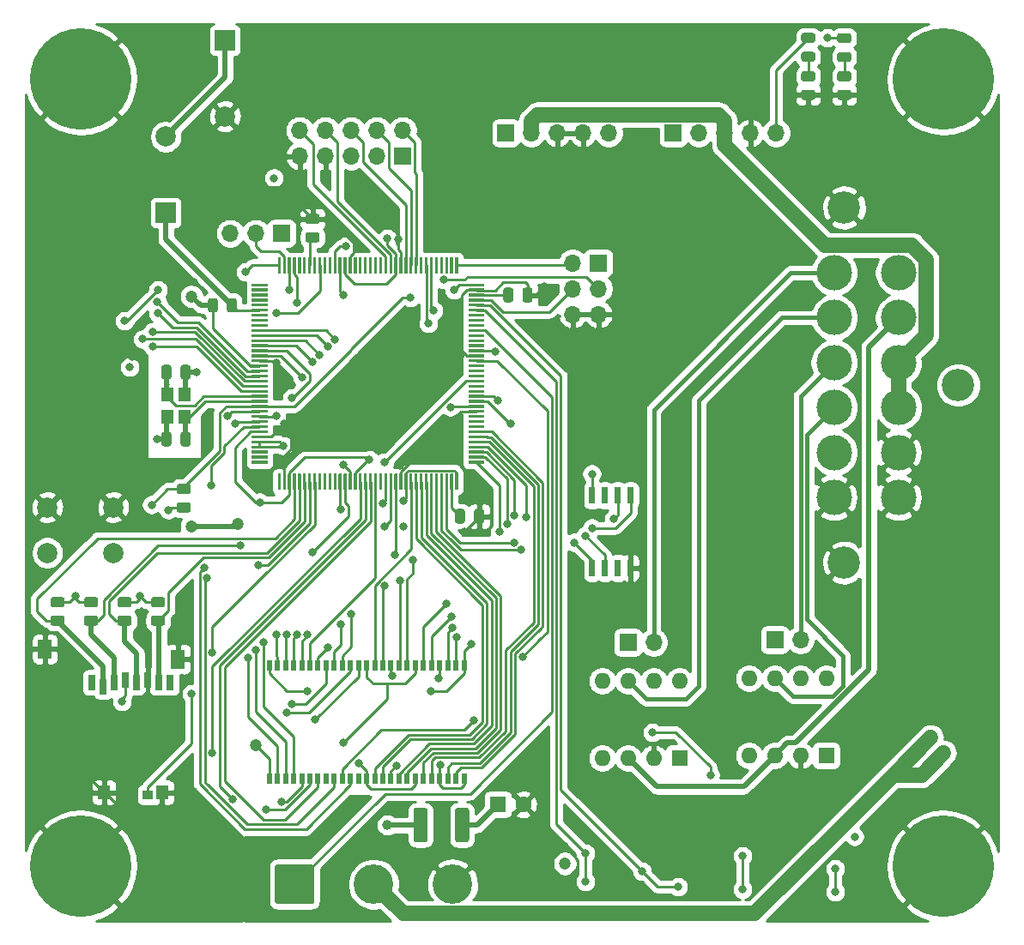
<source format=gbr>
%TF.GenerationSoftware,KiCad,Pcbnew,(5.1.8)-1*%
%TF.CreationDate,2021-11-01T21:13:11+01:00*%
%TF.ProjectId,Dashboard,44617368-626f-4617-9264-2e6b69636164,rev?*%
%TF.SameCoordinates,Original*%
%TF.FileFunction,Copper,L1,Top*%
%TF.FilePolarity,Positive*%
%FSLAX46Y46*%
G04 Gerber Fmt 4.6, Leading zero omitted, Abs format (unit mm)*
G04 Created by KiCad (PCBNEW (5.1.8)-1) date 2021-11-01 21:13:11*
%MOMM*%
%LPD*%
G01*
G04 APERTURE LIST*
%TA.AperFunction,ComponentPad*%
%ADD10O,1.700000X1.700000*%
%TD*%
%TA.AperFunction,ComponentPad*%
%ADD11R,1.700000X1.700000*%
%TD*%
%TA.AperFunction,ComponentPad*%
%ADD12R,1.600000X1.600000*%
%TD*%
%TA.AperFunction,ComponentPad*%
%ADD13C,1.600000*%
%TD*%
%TA.AperFunction,SMDPad,CuDef*%
%ADD14R,0.500000X1.100000*%
%TD*%
%TA.AperFunction,ComponentPad*%
%ADD15C,10.000000*%
%TD*%
%TA.AperFunction,ComponentPad*%
%ADD16C,0.900000*%
%TD*%
%TA.AperFunction,ComponentPad*%
%ADD17C,3.900000*%
%TD*%
%TA.AperFunction,ComponentPad*%
%ADD18C,3.500000*%
%TD*%
%TA.AperFunction,ComponentPad*%
%ADD19C,3.200000*%
%TD*%
%TA.AperFunction,SMDPad,CuDef*%
%ADD20R,0.800000X1.500000*%
%TD*%
%TA.AperFunction,SMDPad,CuDef*%
%ADD21R,1.000000X0.950000*%
%TD*%
%TA.AperFunction,SMDPad,CuDef*%
%ADD22R,1.300000X1.400000*%
%TD*%
%TA.AperFunction,SMDPad,CuDef*%
%ADD23R,1.400000X1.900000*%
%TD*%
%TA.AperFunction,ComponentPad*%
%ADD24C,2.000000*%
%TD*%
%TA.AperFunction,ComponentPad*%
%ADD25O,1.600000X1.600000*%
%TD*%
%TA.AperFunction,SMDPad,CuDef*%
%ADD26R,1.200000X1.400000*%
%TD*%
%TA.AperFunction,ComponentPad*%
%ADD27R,2.000000X2.000000*%
%TD*%
%TA.AperFunction,ViaPad*%
%ADD28C,0.800000*%
%TD*%
%TA.AperFunction,ViaPad*%
%ADD29C,1.000000*%
%TD*%
%TA.AperFunction,ViaPad*%
%ADD30C,1.200000*%
%TD*%
%TA.AperFunction,Conductor*%
%ADD31C,0.250000*%
%TD*%
%TA.AperFunction,Conductor*%
%ADD32C,0.500000*%
%TD*%
%TA.AperFunction,Conductor*%
%ADD33C,1.500000*%
%TD*%
%TA.AperFunction,Conductor*%
%ADD34C,0.400000*%
%TD*%
%TA.AperFunction,Conductor*%
%ADD35C,0.254000*%
%TD*%
%TA.AperFunction,Conductor*%
%ADD36C,0.100000*%
%TD*%
G04 APERTURE END LIST*
%TO.P,D1,2*%
%TO.N,+3V3*%
%TA.AperFunction,SMDPad,CuDef*%
G36*
G01*
X248995250Y-17281500D02*
X248082750Y-17281500D01*
G75*
G02*
X247839000Y-17037750I0J243750D01*
G01*
X247839000Y-16550250D01*
G75*
G02*
X248082750Y-16306500I243750J0D01*
G01*
X248995250Y-16306500D01*
G75*
G02*
X249239000Y-16550250I0J-243750D01*
G01*
X249239000Y-17037750D01*
G75*
G02*
X248995250Y-17281500I-243750J0D01*
G01*
G37*
%TD.AperFunction*%
%TO.P,D1,1*%
%TO.N,Net-(D1-Pad1)*%
%TA.AperFunction,SMDPad,CuDef*%
G36*
G01*
X248995250Y-19156500D02*
X248082750Y-19156500D01*
G75*
G02*
X247839000Y-18912750I0J243750D01*
G01*
X247839000Y-18425250D01*
G75*
G02*
X248082750Y-18181500I243750J0D01*
G01*
X248995250Y-18181500D01*
G75*
G02*
X249239000Y-18425250I0J-243750D01*
G01*
X249239000Y-18912750D01*
G75*
G02*
X248995250Y-19156500I-243750J0D01*
G01*
G37*
%TD.AperFunction*%
%TD*%
%TO.P,D2,1*%
%TO.N,Net-(D2-Pad1)*%
%TA.AperFunction,SMDPad,CuDef*%
G36*
G01*
X245439250Y-19126500D02*
X244526750Y-19126500D01*
G75*
G02*
X244283000Y-18882750I0J243750D01*
G01*
X244283000Y-18395250D01*
G75*
G02*
X244526750Y-18151500I243750J0D01*
G01*
X245439250Y-18151500D01*
G75*
G02*
X245683000Y-18395250I0J-243750D01*
G01*
X245683000Y-18882750D01*
G75*
G02*
X245439250Y-19126500I-243750J0D01*
G01*
G37*
%TD.AperFunction*%
%TO.P,D2,2*%
%TO.N,+5V*%
%TA.AperFunction,SMDPad,CuDef*%
G36*
G01*
X245439250Y-17251500D02*
X244526750Y-17251500D01*
G75*
G02*
X244283000Y-17007750I0J243750D01*
G01*
X244283000Y-16520250D01*
G75*
G02*
X244526750Y-16276500I243750J0D01*
G01*
X245439250Y-16276500D01*
G75*
G02*
X245683000Y-16520250I0J-243750D01*
G01*
X245683000Y-17007750D01*
G75*
G02*
X245439250Y-17251500I-243750J0D01*
G01*
G37*
%TD.AperFunction*%
%TD*%
D10*
%TO.P,J2,5*%
%TO.N,+5V*%
X241808000Y-26162000D03*
%TO.P,J2,4*%
%TO.N,GND*%
X239268000Y-26162000D03*
%TO.P,J2,3*%
%TO.N,+12V*%
X236728000Y-26162000D03*
%TO.P,J2,2*%
%TO.N,Net-(J2-Pad2)*%
X234188000Y-26162000D03*
D11*
%TO.P,J2,1*%
%TO.N,Net-(J2-Pad1)*%
X231648000Y-26162000D03*
%TD*%
%TO.P,J1,1*%
%TO.N,Net-(J1-Pad1)*%
X215138000Y-26162000D03*
D10*
%TO.P,J1,2*%
%TO.N,+12V*%
X217678000Y-26162000D03*
%TO.P,J1,3*%
%TO.N,GND*%
X220218000Y-26162000D03*
%TO.P,J1,4*%
X222758000Y-26162000D03*
%TO.P,J1,5*%
%TO.N,+3V3*%
X225298000Y-26162000D03*
%TD*%
%TO.P,R4,1*%
%TO.N,Net-(D2-Pad1)*%
%TA.AperFunction,SMDPad,CuDef*%
G36*
G01*
X244532999Y-20061500D02*
X245433001Y-20061500D01*
G75*
G02*
X245683000Y-20311499I0J-249999D01*
G01*
X245683000Y-20836501D01*
G75*
G02*
X245433001Y-21086500I-249999J0D01*
G01*
X244532999Y-21086500D01*
G75*
G02*
X244283000Y-20836501I0J249999D01*
G01*
X244283000Y-20311499D01*
G75*
G02*
X244532999Y-20061500I249999J0D01*
G01*
G37*
%TD.AperFunction*%
%TO.P,R4,2*%
%TO.N,GND*%
%TA.AperFunction,SMDPad,CuDef*%
G36*
G01*
X244532999Y-21886500D02*
X245433001Y-21886500D01*
G75*
G02*
X245683000Y-22136499I0J-249999D01*
G01*
X245683000Y-22661501D01*
G75*
G02*
X245433001Y-22911500I-249999J0D01*
G01*
X244532999Y-22911500D01*
G75*
G02*
X244283000Y-22661501I0J249999D01*
G01*
X244283000Y-22136499D01*
G75*
G02*
X244532999Y-21886500I249999J0D01*
G01*
G37*
%TD.AperFunction*%
%TD*%
%TO.P,R2,2*%
%TO.N,GND*%
%TA.AperFunction,SMDPad,CuDef*%
G36*
G01*
X248088999Y-21886500D02*
X248989001Y-21886500D01*
G75*
G02*
X249239000Y-22136499I0J-249999D01*
G01*
X249239000Y-22661501D01*
G75*
G02*
X248989001Y-22911500I-249999J0D01*
G01*
X248088999Y-22911500D01*
G75*
G02*
X247839000Y-22661501I0J249999D01*
G01*
X247839000Y-22136499D01*
G75*
G02*
X248088999Y-21886500I249999J0D01*
G01*
G37*
%TD.AperFunction*%
%TO.P,R2,1*%
%TO.N,Net-(D1-Pad1)*%
%TA.AperFunction,SMDPad,CuDef*%
G36*
G01*
X248088999Y-20061500D02*
X248989001Y-20061500D01*
G75*
G02*
X249239000Y-20311499I0J-249999D01*
G01*
X249239000Y-20836501D01*
G75*
G02*
X248989001Y-21086500I-249999J0D01*
G01*
X248088999Y-21086500D01*
G75*
G02*
X247839000Y-20836501I0J249999D01*
G01*
X247839000Y-20311499D01*
G75*
G02*
X248088999Y-20061500I249999J0D01*
G01*
G37*
%TD.AperFunction*%
%TD*%
%TO.P,U1,37*%
%TO.N,Net-(U1-Pad37)*%
%TA.AperFunction,SMDPad,CuDef*%
G36*
G01*
X192659000Y-61359800D02*
X192659000Y-59822200D01*
G75*
G02*
X192670200Y-59811000I11200J0D01*
G01*
X192927800Y-59811000D01*
G75*
G02*
X192939000Y-59822200I0J-11200D01*
G01*
X192939000Y-61359800D01*
G75*
G02*
X192927800Y-61371000I-11200J0D01*
G01*
X192670200Y-61371000D01*
G75*
G02*
X192659000Y-61359800I0J11200D01*
G01*
G37*
%TD.AperFunction*%
%TO.P,U1,38*%
%TO.N,GND*%
%TA.AperFunction,SMDPad,CuDef*%
G36*
G01*
X193159000Y-61359800D02*
X193159000Y-59822200D01*
G75*
G02*
X193170200Y-59811000I11200J0D01*
G01*
X193427800Y-59811000D01*
G75*
G02*
X193439000Y-59822200I0J-11200D01*
G01*
X193439000Y-61359800D01*
G75*
G02*
X193427800Y-61371000I-11200J0D01*
G01*
X193170200Y-61371000D01*
G75*
G02*
X193159000Y-61359800I0J11200D01*
G01*
G37*
%TD.AperFunction*%
%TO.P,U1,39*%
%TO.N,+3V3*%
%TA.AperFunction,SMDPad,CuDef*%
G36*
G01*
X193659000Y-61359800D02*
X193659000Y-59822200D01*
G75*
G02*
X193670200Y-59811000I11200J0D01*
G01*
X193927800Y-59811000D01*
G75*
G02*
X193939000Y-59822200I0J-11200D01*
G01*
X193939000Y-61359800D01*
G75*
G02*
X193927800Y-61371000I-11200J0D01*
G01*
X193670200Y-61371000D01*
G75*
G02*
X193659000Y-61359800I0J11200D01*
G01*
G37*
%TD.AperFunction*%
%TO.P,U1,40*%
%TO.N,/SD_CS*%
%TA.AperFunction,SMDPad,CuDef*%
G36*
G01*
X194159000Y-61359800D02*
X194159000Y-59822200D01*
G75*
G02*
X194170200Y-59811000I11200J0D01*
G01*
X194427800Y-59811000D01*
G75*
G02*
X194439000Y-59822200I0J-11200D01*
G01*
X194439000Y-61359800D01*
G75*
G02*
X194427800Y-61371000I-11200J0D01*
G01*
X194170200Y-61371000D01*
G75*
G02*
X194159000Y-61359800I0J11200D01*
G01*
G37*
%TD.AperFunction*%
%TO.P,U1,41*%
%TO.N,/SD_SCLK*%
%TA.AperFunction,SMDPad,CuDef*%
G36*
G01*
X194659000Y-61359800D02*
X194659000Y-59822200D01*
G75*
G02*
X194670200Y-59811000I11200J0D01*
G01*
X194927800Y-59811000D01*
G75*
G02*
X194939000Y-59822200I0J-11200D01*
G01*
X194939000Y-61359800D01*
G75*
G02*
X194927800Y-61371000I-11200J0D01*
G01*
X194670200Y-61371000D01*
G75*
G02*
X194659000Y-61359800I0J11200D01*
G01*
G37*
%TD.AperFunction*%
%TO.P,U1,42*%
%TO.N,/SD_MISO*%
%TA.AperFunction,SMDPad,CuDef*%
G36*
G01*
X195159000Y-61359800D02*
X195159000Y-59822200D01*
G75*
G02*
X195170200Y-59811000I11200J0D01*
G01*
X195427800Y-59811000D01*
G75*
G02*
X195439000Y-59822200I0J-11200D01*
G01*
X195439000Y-61359800D01*
G75*
G02*
X195427800Y-61371000I-11200J0D01*
G01*
X195170200Y-61371000D01*
G75*
G02*
X195159000Y-61359800I0J11200D01*
G01*
G37*
%TD.AperFunction*%
%TO.P,U1,43*%
%TO.N,/SD_MOSI*%
%TA.AperFunction,SMDPad,CuDef*%
G36*
G01*
X195659000Y-61359800D02*
X195659000Y-59822200D01*
G75*
G02*
X195670200Y-59811000I11200J0D01*
G01*
X195927800Y-59811000D01*
G75*
G02*
X195939000Y-59822200I0J-11200D01*
G01*
X195939000Y-61359800D01*
G75*
G02*
X195927800Y-61371000I-11200J0D01*
G01*
X195670200Y-61371000D01*
G75*
G02*
X195659000Y-61359800I0J11200D01*
G01*
G37*
%TD.AperFunction*%
%TO.P,U1,44*%
%TO.N,/SD_CARD_DETECT*%
%TA.AperFunction,SMDPad,CuDef*%
G36*
G01*
X196159000Y-61359800D02*
X196159000Y-59822200D01*
G75*
G02*
X196170200Y-59811000I11200J0D01*
G01*
X196427800Y-59811000D01*
G75*
G02*
X196439000Y-59822200I0J-11200D01*
G01*
X196439000Y-61359800D01*
G75*
G02*
X196427800Y-61371000I-11200J0D01*
G01*
X196170200Y-61371000D01*
G75*
G02*
X196159000Y-61359800I0J11200D01*
G01*
G37*
%TD.AperFunction*%
%TO.P,U1,45*%
%TO.N,Net-(U1-Pad45)*%
%TA.AperFunction,SMDPad,CuDef*%
G36*
G01*
X196659000Y-61359800D02*
X196659000Y-59822200D01*
G75*
G02*
X196670200Y-59811000I11200J0D01*
G01*
X196927800Y-59811000D01*
G75*
G02*
X196939000Y-59822200I0J-11200D01*
G01*
X196939000Y-61359800D01*
G75*
G02*
X196927800Y-61371000I-11200J0D01*
G01*
X196670200Y-61371000D01*
G75*
G02*
X196659000Y-61359800I0J11200D01*
G01*
G37*
%TD.AperFunction*%
%TO.P,U1,46*%
%TO.N,Net-(U1-Pad46)*%
%TA.AperFunction,SMDPad,CuDef*%
G36*
G01*
X197159000Y-61359800D02*
X197159000Y-59822200D01*
G75*
G02*
X197170200Y-59811000I11200J0D01*
G01*
X197427800Y-59811000D01*
G75*
G02*
X197439000Y-59822200I0J-11200D01*
G01*
X197439000Y-61359800D01*
G75*
G02*
X197427800Y-61371000I-11200J0D01*
G01*
X197170200Y-61371000D01*
G75*
G02*
X197159000Y-61359800I0J11200D01*
G01*
G37*
%TD.AperFunction*%
%TO.P,U1,47*%
%TO.N,Net-(U1-Pad47)*%
%TA.AperFunction,SMDPad,CuDef*%
G36*
G01*
X197659000Y-61359800D02*
X197659000Y-59822200D01*
G75*
G02*
X197670200Y-59811000I11200J0D01*
G01*
X197927800Y-59811000D01*
G75*
G02*
X197939000Y-59822200I0J-11200D01*
G01*
X197939000Y-61359800D01*
G75*
G02*
X197927800Y-61371000I-11200J0D01*
G01*
X197670200Y-61371000D01*
G75*
G02*
X197659000Y-61359800I0J11200D01*
G01*
G37*
%TD.AperFunction*%
%TO.P,U1,48*%
%TO.N,Net-(U1-Pad48)*%
%TA.AperFunction,SMDPad,CuDef*%
G36*
G01*
X198159000Y-61359800D02*
X198159000Y-59822200D01*
G75*
G02*
X198170200Y-59811000I11200J0D01*
G01*
X198427800Y-59811000D01*
G75*
G02*
X198439000Y-59822200I0J-11200D01*
G01*
X198439000Y-61359800D01*
G75*
G02*
X198427800Y-61371000I-11200J0D01*
G01*
X198170200Y-61371000D01*
G75*
G02*
X198159000Y-61359800I0J11200D01*
G01*
G37*
%TD.AperFunction*%
%TO.P,U1,49*%
%TO.N,/FMC_SDNRAS*%
%TA.AperFunction,SMDPad,CuDef*%
G36*
G01*
X198659000Y-61359800D02*
X198659000Y-59822200D01*
G75*
G02*
X198670200Y-59811000I11200J0D01*
G01*
X198927800Y-59811000D01*
G75*
G02*
X198939000Y-59822200I0J-11200D01*
G01*
X198939000Y-61359800D01*
G75*
G02*
X198927800Y-61371000I-11200J0D01*
G01*
X198670200Y-61371000D01*
G75*
G02*
X198659000Y-61359800I0J11200D01*
G01*
G37*
%TD.AperFunction*%
%TO.P,U1,50*%
%TO.N,/FMC_A6*%
%TA.AperFunction,SMDPad,CuDef*%
G36*
G01*
X199159000Y-61359800D02*
X199159000Y-59822200D01*
G75*
G02*
X199170200Y-59811000I11200J0D01*
G01*
X199427800Y-59811000D01*
G75*
G02*
X199439000Y-59822200I0J-11200D01*
G01*
X199439000Y-61359800D01*
G75*
G02*
X199427800Y-61371000I-11200J0D01*
G01*
X199170200Y-61371000D01*
G75*
G02*
X199159000Y-61359800I0J11200D01*
G01*
G37*
%TD.AperFunction*%
%TO.P,U1,51*%
%TO.N,GND*%
%TA.AperFunction,SMDPad,CuDef*%
G36*
G01*
X199659000Y-61359800D02*
X199659000Y-59822200D01*
G75*
G02*
X199670200Y-59811000I11200J0D01*
G01*
X199927800Y-59811000D01*
G75*
G02*
X199939000Y-59822200I0J-11200D01*
G01*
X199939000Y-61359800D01*
G75*
G02*
X199927800Y-61371000I-11200J0D01*
G01*
X199670200Y-61371000D01*
G75*
G02*
X199659000Y-61359800I0J11200D01*
G01*
G37*
%TD.AperFunction*%
%TO.P,U1,52*%
%TO.N,+3V3*%
%TA.AperFunction,SMDPad,CuDef*%
G36*
G01*
X200159000Y-61359800D02*
X200159000Y-59822200D01*
G75*
G02*
X200170200Y-59811000I11200J0D01*
G01*
X200427800Y-59811000D01*
G75*
G02*
X200439000Y-59822200I0J-11200D01*
G01*
X200439000Y-61359800D01*
G75*
G02*
X200427800Y-61371000I-11200J0D01*
G01*
X200170200Y-61371000D01*
G75*
G02*
X200159000Y-61359800I0J11200D01*
G01*
G37*
%TD.AperFunction*%
%TO.P,U1,53*%
%TO.N,/FMC_A7*%
%TA.AperFunction,SMDPad,CuDef*%
G36*
G01*
X200659000Y-61359800D02*
X200659000Y-59822200D01*
G75*
G02*
X200670200Y-59811000I11200J0D01*
G01*
X200927800Y-59811000D01*
G75*
G02*
X200939000Y-59822200I0J-11200D01*
G01*
X200939000Y-61359800D01*
G75*
G02*
X200927800Y-61371000I-11200J0D01*
G01*
X200670200Y-61371000D01*
G75*
G02*
X200659000Y-61359800I0J11200D01*
G01*
G37*
%TD.AperFunction*%
%TO.P,U1,54*%
%TO.N,/FMC_A8*%
%TA.AperFunction,SMDPad,CuDef*%
G36*
G01*
X201159000Y-61359800D02*
X201159000Y-59822200D01*
G75*
G02*
X201170200Y-59811000I11200J0D01*
G01*
X201427800Y-59811000D01*
G75*
G02*
X201439000Y-59822200I0J-11200D01*
G01*
X201439000Y-61359800D01*
G75*
G02*
X201427800Y-61371000I-11200J0D01*
G01*
X201170200Y-61371000D01*
G75*
G02*
X201159000Y-61359800I0J11200D01*
G01*
G37*
%TD.AperFunction*%
%TO.P,U1,55*%
%TO.N,/FMC_A9*%
%TA.AperFunction,SMDPad,CuDef*%
G36*
G01*
X201659000Y-61359800D02*
X201659000Y-59822200D01*
G75*
G02*
X201670200Y-59811000I11200J0D01*
G01*
X201927800Y-59811000D01*
G75*
G02*
X201939000Y-59822200I0J-11200D01*
G01*
X201939000Y-61359800D01*
G75*
G02*
X201927800Y-61371000I-11200J0D01*
G01*
X201670200Y-61371000D01*
G75*
G02*
X201659000Y-61359800I0J11200D01*
G01*
G37*
%TD.AperFunction*%
%TO.P,U1,56*%
%TO.N,/FMC_A10*%
%TA.AperFunction,SMDPad,CuDef*%
G36*
G01*
X202159000Y-61359800D02*
X202159000Y-59822200D01*
G75*
G02*
X202170200Y-59811000I11200J0D01*
G01*
X202427800Y-59811000D01*
G75*
G02*
X202439000Y-59822200I0J-11200D01*
G01*
X202439000Y-61359800D01*
G75*
G02*
X202427800Y-61371000I-11200J0D01*
G01*
X202170200Y-61371000D01*
G75*
G02*
X202159000Y-61359800I0J11200D01*
G01*
G37*
%TD.AperFunction*%
%TO.P,U1,57*%
%TO.N,Net-(U1-Pad57)*%
%TA.AperFunction,SMDPad,CuDef*%
G36*
G01*
X202659000Y-61359800D02*
X202659000Y-59822200D01*
G75*
G02*
X202670200Y-59811000I11200J0D01*
G01*
X202927800Y-59811000D01*
G75*
G02*
X202939000Y-59822200I0J-11200D01*
G01*
X202939000Y-61359800D01*
G75*
G02*
X202927800Y-61371000I-11200J0D01*
G01*
X202670200Y-61371000D01*
G75*
G02*
X202659000Y-61359800I0J11200D01*
G01*
G37*
%TD.AperFunction*%
%TO.P,U1,58*%
%TO.N,/FMC_D4*%
%TA.AperFunction,SMDPad,CuDef*%
G36*
G01*
X203159000Y-61359800D02*
X203159000Y-59822200D01*
G75*
G02*
X203170200Y-59811000I11200J0D01*
G01*
X203427800Y-59811000D01*
G75*
G02*
X203439000Y-59822200I0J-11200D01*
G01*
X203439000Y-61359800D01*
G75*
G02*
X203427800Y-61371000I-11200J0D01*
G01*
X203170200Y-61371000D01*
G75*
G02*
X203159000Y-61359800I0J11200D01*
G01*
G37*
%TD.AperFunction*%
%TO.P,U1,59*%
%TO.N,/FMC_D5*%
%TA.AperFunction,SMDPad,CuDef*%
G36*
G01*
X203659000Y-61359800D02*
X203659000Y-59822200D01*
G75*
G02*
X203670200Y-59811000I11200J0D01*
G01*
X203927800Y-59811000D01*
G75*
G02*
X203939000Y-59822200I0J-11200D01*
G01*
X203939000Y-61359800D01*
G75*
G02*
X203927800Y-61371000I-11200J0D01*
G01*
X203670200Y-61371000D01*
G75*
G02*
X203659000Y-61359800I0J11200D01*
G01*
G37*
%TD.AperFunction*%
%TO.P,U1,60*%
%TO.N,/FMC_D6*%
%TA.AperFunction,SMDPad,CuDef*%
G36*
G01*
X204159000Y-61359800D02*
X204159000Y-59822200D01*
G75*
G02*
X204170200Y-59811000I11200J0D01*
G01*
X204427800Y-59811000D01*
G75*
G02*
X204439000Y-59822200I0J-11200D01*
G01*
X204439000Y-61359800D01*
G75*
G02*
X204427800Y-61371000I-11200J0D01*
G01*
X204170200Y-61371000D01*
G75*
G02*
X204159000Y-61359800I0J11200D01*
G01*
G37*
%TD.AperFunction*%
%TO.P,U1,61*%
%TO.N,GND*%
%TA.AperFunction,SMDPad,CuDef*%
G36*
G01*
X204659000Y-61359800D02*
X204659000Y-59822200D01*
G75*
G02*
X204670200Y-59811000I11200J0D01*
G01*
X204927800Y-59811000D01*
G75*
G02*
X204939000Y-59822200I0J-11200D01*
G01*
X204939000Y-61359800D01*
G75*
G02*
X204927800Y-61371000I-11200J0D01*
G01*
X204670200Y-61371000D01*
G75*
G02*
X204659000Y-61359800I0J11200D01*
G01*
G37*
%TD.AperFunction*%
%TO.P,U1,62*%
%TO.N,+3V3*%
%TA.AperFunction,SMDPad,CuDef*%
G36*
G01*
X205159000Y-61359800D02*
X205159000Y-59822200D01*
G75*
G02*
X205170200Y-59811000I11200J0D01*
G01*
X205427800Y-59811000D01*
G75*
G02*
X205439000Y-59822200I0J-11200D01*
G01*
X205439000Y-61359800D01*
G75*
G02*
X205427800Y-61371000I-11200J0D01*
G01*
X205170200Y-61371000D01*
G75*
G02*
X205159000Y-61359800I0J11200D01*
G01*
G37*
%TD.AperFunction*%
%TO.P,U1,63*%
%TO.N,/FMC_D7*%
%TA.AperFunction,SMDPad,CuDef*%
G36*
G01*
X205659000Y-61359800D02*
X205659000Y-59822200D01*
G75*
G02*
X205670200Y-59811000I11200J0D01*
G01*
X205927800Y-59811000D01*
G75*
G02*
X205939000Y-59822200I0J-11200D01*
G01*
X205939000Y-61359800D01*
G75*
G02*
X205927800Y-61371000I-11200J0D01*
G01*
X205670200Y-61371000D01*
G75*
G02*
X205659000Y-61359800I0J11200D01*
G01*
G37*
%TD.AperFunction*%
%TO.P,U1,64*%
%TO.N,/FMC_D8*%
%TA.AperFunction,SMDPad,CuDef*%
G36*
G01*
X206159000Y-61359800D02*
X206159000Y-59822200D01*
G75*
G02*
X206170200Y-59811000I11200J0D01*
G01*
X206427800Y-59811000D01*
G75*
G02*
X206439000Y-59822200I0J-11200D01*
G01*
X206439000Y-61359800D01*
G75*
G02*
X206427800Y-61371000I-11200J0D01*
G01*
X206170200Y-61371000D01*
G75*
G02*
X206159000Y-61359800I0J11200D01*
G01*
G37*
%TD.AperFunction*%
%TO.P,U1,65*%
%TO.N,/FMC_D9*%
%TA.AperFunction,SMDPad,CuDef*%
G36*
G01*
X206659000Y-61359800D02*
X206659000Y-59822200D01*
G75*
G02*
X206670200Y-59811000I11200J0D01*
G01*
X206927800Y-59811000D01*
G75*
G02*
X206939000Y-59822200I0J-11200D01*
G01*
X206939000Y-61359800D01*
G75*
G02*
X206927800Y-61371000I-11200J0D01*
G01*
X206670200Y-61371000D01*
G75*
G02*
X206659000Y-61359800I0J11200D01*
G01*
G37*
%TD.AperFunction*%
%TO.P,U1,66*%
%TO.N,/FMC_D10*%
%TA.AperFunction,SMDPad,CuDef*%
G36*
G01*
X207159000Y-61359800D02*
X207159000Y-59822200D01*
G75*
G02*
X207170200Y-59811000I11200J0D01*
G01*
X207427800Y-59811000D01*
G75*
G02*
X207439000Y-59822200I0J-11200D01*
G01*
X207439000Y-61359800D01*
G75*
G02*
X207427800Y-61371000I-11200J0D01*
G01*
X207170200Y-61371000D01*
G75*
G02*
X207159000Y-61359800I0J11200D01*
G01*
G37*
%TD.AperFunction*%
%TO.P,U1,67*%
%TO.N,/FMC_D11*%
%TA.AperFunction,SMDPad,CuDef*%
G36*
G01*
X207659000Y-61359800D02*
X207659000Y-59822200D01*
G75*
G02*
X207670200Y-59811000I11200J0D01*
G01*
X207927800Y-59811000D01*
G75*
G02*
X207939000Y-59822200I0J-11200D01*
G01*
X207939000Y-61359800D01*
G75*
G02*
X207927800Y-61371000I-11200J0D01*
G01*
X207670200Y-61371000D01*
G75*
G02*
X207659000Y-61359800I0J11200D01*
G01*
G37*
%TD.AperFunction*%
%TO.P,U1,68*%
%TO.N,/FMC_D12*%
%TA.AperFunction,SMDPad,CuDef*%
G36*
G01*
X208159000Y-61359800D02*
X208159000Y-59822200D01*
G75*
G02*
X208170200Y-59811000I11200J0D01*
G01*
X208427800Y-59811000D01*
G75*
G02*
X208439000Y-59822200I0J-11200D01*
G01*
X208439000Y-61359800D01*
G75*
G02*
X208427800Y-61371000I-11200J0D01*
G01*
X208170200Y-61371000D01*
G75*
G02*
X208159000Y-61359800I0J11200D01*
G01*
G37*
%TD.AperFunction*%
%TO.P,U1,69*%
%TO.N,/FLASH_SCK*%
%TA.AperFunction,SMDPad,CuDef*%
G36*
G01*
X208659000Y-61359800D02*
X208659000Y-59822200D01*
G75*
G02*
X208670200Y-59811000I11200J0D01*
G01*
X208927800Y-59811000D01*
G75*
G02*
X208939000Y-59822200I0J-11200D01*
G01*
X208939000Y-61359800D01*
G75*
G02*
X208927800Y-61371000I-11200J0D01*
G01*
X208670200Y-61371000D01*
G75*
G02*
X208659000Y-61359800I0J11200D01*
G01*
G37*
%TD.AperFunction*%
%TO.P,U1,70*%
%TO.N,/FLASH_CS*%
%TA.AperFunction,SMDPad,CuDef*%
G36*
G01*
X209159000Y-61359800D02*
X209159000Y-59822200D01*
G75*
G02*
X209170200Y-59811000I11200J0D01*
G01*
X209427800Y-59811000D01*
G75*
G02*
X209439000Y-59822200I0J-11200D01*
G01*
X209439000Y-61359800D01*
G75*
G02*
X209427800Y-61371000I-11200J0D01*
G01*
X209170200Y-61371000D01*
G75*
G02*
X209159000Y-61359800I0J11200D01*
G01*
G37*
%TD.AperFunction*%
%TO.P,U1,71*%
%TO.N,VCAP1*%
%TA.AperFunction,SMDPad,CuDef*%
G36*
G01*
X209659000Y-61359800D02*
X209659000Y-59822200D01*
G75*
G02*
X209670200Y-59811000I11200J0D01*
G01*
X209927800Y-59811000D01*
G75*
G02*
X209939000Y-59822200I0J-11200D01*
G01*
X209939000Y-61359800D01*
G75*
G02*
X209927800Y-61371000I-11200J0D01*
G01*
X209670200Y-61371000D01*
G75*
G02*
X209659000Y-61359800I0J11200D01*
G01*
G37*
%TD.AperFunction*%
%TO.P,U1,72*%
%TO.N,+3V3*%
%TA.AperFunction,SMDPad,CuDef*%
G36*
G01*
X210159000Y-61359800D02*
X210159000Y-59822200D01*
G75*
G02*
X210170200Y-59811000I11200J0D01*
G01*
X210427800Y-59811000D01*
G75*
G02*
X210439000Y-59822200I0J-11200D01*
G01*
X210439000Y-61359800D01*
G75*
G02*
X210427800Y-61371000I-11200J0D01*
G01*
X210170200Y-61371000D01*
G75*
G02*
X210159000Y-61359800I0J11200D01*
G01*
G37*
%TD.AperFunction*%
%TO.P,U1,109*%
%TO.N,SWDCLK*%
%TA.AperFunction,SMDPad,CuDef*%
G36*
G01*
X210159000Y-39999800D02*
X210159000Y-38462200D01*
G75*
G02*
X210170200Y-38451000I11200J0D01*
G01*
X210427800Y-38451000D01*
G75*
G02*
X210439000Y-38462200I0J-11200D01*
G01*
X210439000Y-39999800D01*
G75*
G02*
X210427800Y-40011000I-11200J0D01*
G01*
X210170200Y-40011000D01*
G75*
G02*
X210159000Y-39999800I0J11200D01*
G01*
G37*
%TD.AperFunction*%
%TO.P,U1,110*%
%TO.N,Net-(U1-Pad110)*%
%TA.AperFunction,SMDPad,CuDef*%
G36*
G01*
X209659000Y-39999800D02*
X209659000Y-38462200D01*
G75*
G02*
X209670200Y-38451000I11200J0D01*
G01*
X209927800Y-38451000D01*
G75*
G02*
X209939000Y-38462200I0J-11200D01*
G01*
X209939000Y-39999800D01*
G75*
G02*
X209927800Y-40011000I-11200J0D01*
G01*
X209670200Y-40011000D01*
G75*
G02*
X209659000Y-39999800I0J11200D01*
G01*
G37*
%TD.AperFunction*%
%TO.P,U1,111*%
%TO.N,Net-(U1-Pad111)*%
%TA.AperFunction,SMDPad,CuDef*%
G36*
G01*
X209159000Y-39999800D02*
X209159000Y-38462200D01*
G75*
G02*
X209170200Y-38451000I11200J0D01*
G01*
X209427800Y-38451000D01*
G75*
G02*
X209439000Y-38462200I0J-11200D01*
G01*
X209439000Y-39999800D01*
G75*
G02*
X209427800Y-40011000I-11200J0D01*
G01*
X209170200Y-40011000D01*
G75*
G02*
X209159000Y-39999800I0J11200D01*
G01*
G37*
%TD.AperFunction*%
%TO.P,U1,112*%
%TO.N,Net-(U1-Pad112)*%
%TA.AperFunction,SMDPad,CuDef*%
G36*
G01*
X208659000Y-39999800D02*
X208659000Y-38462200D01*
G75*
G02*
X208670200Y-38451000I11200J0D01*
G01*
X208927800Y-38451000D01*
G75*
G02*
X208939000Y-38462200I0J-11200D01*
G01*
X208939000Y-39999800D01*
G75*
G02*
X208927800Y-40011000I-11200J0D01*
G01*
X208670200Y-40011000D01*
G75*
G02*
X208659000Y-39999800I0J11200D01*
G01*
G37*
%TD.AperFunction*%
%TO.P,U1,113*%
%TO.N,Net-(U1-Pad113)*%
%TA.AperFunction,SMDPad,CuDef*%
G36*
G01*
X208159000Y-39999800D02*
X208159000Y-38462200D01*
G75*
G02*
X208170200Y-38451000I11200J0D01*
G01*
X208427800Y-38451000D01*
G75*
G02*
X208439000Y-38462200I0J-11200D01*
G01*
X208439000Y-39999800D01*
G75*
G02*
X208427800Y-40011000I-11200J0D01*
G01*
X208170200Y-40011000D01*
G75*
G02*
X208159000Y-39999800I0J11200D01*
G01*
G37*
%TD.AperFunction*%
%TO.P,U1,114*%
%TO.N,/FMC_D2*%
%TA.AperFunction,SMDPad,CuDef*%
G36*
G01*
X207659000Y-39999800D02*
X207659000Y-38462200D01*
G75*
G02*
X207670200Y-38451000I11200J0D01*
G01*
X207927800Y-38451000D01*
G75*
G02*
X207939000Y-38462200I0J-11200D01*
G01*
X207939000Y-39999800D01*
G75*
G02*
X207927800Y-40011000I-11200J0D01*
G01*
X207670200Y-40011000D01*
G75*
G02*
X207659000Y-39999800I0J11200D01*
G01*
G37*
%TD.AperFunction*%
%TO.P,U1,115*%
%TO.N,/FMC_D3*%
%TA.AperFunction,SMDPad,CuDef*%
G36*
G01*
X207159000Y-39999800D02*
X207159000Y-38462200D01*
G75*
G02*
X207170200Y-38451000I11200J0D01*
G01*
X207427800Y-38451000D01*
G75*
G02*
X207439000Y-38462200I0J-11200D01*
G01*
X207439000Y-39999800D01*
G75*
G02*
X207427800Y-40011000I-11200J0D01*
G01*
X207170200Y-40011000D01*
G75*
G02*
X207159000Y-39999800I0J11200D01*
G01*
G37*
%TD.AperFunction*%
%TO.P,U1,116*%
%TO.N,Net-(U1-Pad116)*%
%TA.AperFunction,SMDPad,CuDef*%
G36*
G01*
X206659000Y-39999800D02*
X206659000Y-38462200D01*
G75*
G02*
X206670200Y-38451000I11200J0D01*
G01*
X206927800Y-38451000D01*
G75*
G02*
X206939000Y-38462200I0J-11200D01*
G01*
X206939000Y-39999800D01*
G75*
G02*
X206927800Y-40011000I-11200J0D01*
G01*
X206670200Y-40011000D01*
G75*
G02*
X206659000Y-39999800I0J11200D01*
G01*
G37*
%TD.AperFunction*%
%TO.P,U1,117*%
%TO.N,BAOFENG_OUT_1*%
%TA.AperFunction,SMDPad,CuDef*%
G36*
G01*
X206159000Y-39999800D02*
X206159000Y-38462200D01*
G75*
G02*
X206170200Y-38451000I11200J0D01*
G01*
X206427800Y-38451000D01*
G75*
G02*
X206439000Y-38462200I0J-11200D01*
G01*
X206439000Y-39999800D01*
G75*
G02*
X206427800Y-40011000I-11200J0D01*
G01*
X206170200Y-40011000D01*
G75*
G02*
X206159000Y-39999800I0J11200D01*
G01*
G37*
%TD.AperFunction*%
%TO.P,U1,118*%
%TO.N,BAOFENG_OUT_2*%
%TA.AperFunction,SMDPad,CuDef*%
G36*
G01*
X205659000Y-39999800D02*
X205659000Y-38462200D01*
G75*
G02*
X205670200Y-38451000I11200J0D01*
G01*
X205927800Y-38451000D01*
G75*
G02*
X205939000Y-38462200I0J-11200D01*
G01*
X205939000Y-39999800D01*
G75*
G02*
X205927800Y-40011000I-11200J0D01*
G01*
X205670200Y-40011000D01*
G75*
G02*
X205659000Y-39999800I0J11200D01*
G01*
G37*
%TD.AperFunction*%
%TO.P,U1,119*%
%TO.N,BAOFENG_OUT_3*%
%TA.AperFunction,SMDPad,CuDef*%
G36*
G01*
X205159000Y-39999800D02*
X205159000Y-38462200D01*
G75*
G02*
X205170200Y-38451000I11200J0D01*
G01*
X205427800Y-38451000D01*
G75*
G02*
X205439000Y-38462200I0J-11200D01*
G01*
X205439000Y-39999800D01*
G75*
G02*
X205427800Y-40011000I-11200J0D01*
G01*
X205170200Y-40011000D01*
G75*
G02*
X205159000Y-39999800I0J11200D01*
G01*
G37*
%TD.AperFunction*%
%TO.P,U1,120*%
%TO.N,GND*%
%TA.AperFunction,SMDPad,CuDef*%
G36*
G01*
X204659000Y-39999800D02*
X204659000Y-38462200D01*
G75*
G02*
X204670200Y-38451000I11200J0D01*
G01*
X204927800Y-38451000D01*
G75*
G02*
X204939000Y-38462200I0J-11200D01*
G01*
X204939000Y-39999800D01*
G75*
G02*
X204927800Y-40011000I-11200J0D01*
G01*
X204670200Y-40011000D01*
G75*
G02*
X204659000Y-39999800I0J11200D01*
G01*
G37*
%TD.AperFunction*%
%TO.P,U1,121*%
%TO.N,+3V3*%
%TA.AperFunction,SMDPad,CuDef*%
G36*
G01*
X204159000Y-39999800D02*
X204159000Y-38462200D01*
G75*
G02*
X204170200Y-38451000I11200J0D01*
G01*
X204427800Y-38451000D01*
G75*
G02*
X204439000Y-38462200I0J-11200D01*
G01*
X204439000Y-39999800D01*
G75*
G02*
X204427800Y-40011000I-11200J0D01*
G01*
X204170200Y-40011000D01*
G75*
G02*
X204159000Y-39999800I0J11200D01*
G01*
G37*
%TD.AperFunction*%
%TO.P,U1,122*%
%TO.N,BAOFENG_OUT_4*%
%TA.AperFunction,SMDPad,CuDef*%
G36*
G01*
X203659000Y-39999800D02*
X203659000Y-38462200D01*
G75*
G02*
X203670200Y-38451000I11200J0D01*
G01*
X203927800Y-38451000D01*
G75*
G02*
X203939000Y-38462200I0J-11200D01*
G01*
X203939000Y-39999800D01*
G75*
G02*
X203927800Y-40011000I-11200J0D01*
G01*
X203670200Y-40011000D01*
G75*
G02*
X203659000Y-39999800I0J11200D01*
G01*
G37*
%TD.AperFunction*%
%TO.P,U1,123*%
%TO.N,BAOFENG_OUT_5*%
%TA.AperFunction,SMDPad,CuDef*%
G36*
G01*
X203159000Y-39999800D02*
X203159000Y-38462200D01*
G75*
G02*
X203170200Y-38451000I11200J0D01*
G01*
X203427800Y-38451000D01*
G75*
G02*
X203439000Y-38462200I0J-11200D01*
G01*
X203439000Y-39999800D01*
G75*
G02*
X203427800Y-40011000I-11200J0D01*
G01*
X203170200Y-40011000D01*
G75*
G02*
X203159000Y-39999800I0J11200D01*
G01*
G37*
%TD.AperFunction*%
%TO.P,U1,124*%
%TO.N,Net-(U1-Pad124)*%
%TA.AperFunction,SMDPad,CuDef*%
G36*
G01*
X202659000Y-39999800D02*
X202659000Y-38462200D01*
G75*
G02*
X202670200Y-38451000I11200J0D01*
G01*
X202927800Y-38451000D01*
G75*
G02*
X202939000Y-38462200I0J-11200D01*
G01*
X202939000Y-39999800D01*
G75*
G02*
X202927800Y-40011000I-11200J0D01*
G01*
X202670200Y-40011000D01*
G75*
G02*
X202659000Y-39999800I0J11200D01*
G01*
G37*
%TD.AperFunction*%
%TO.P,U1,125*%
%TO.N,Net-(U1-Pad125)*%
%TA.AperFunction,SMDPad,CuDef*%
G36*
G01*
X202159000Y-39999800D02*
X202159000Y-38462200D01*
G75*
G02*
X202170200Y-38451000I11200J0D01*
G01*
X202427800Y-38451000D01*
G75*
G02*
X202439000Y-38462200I0J-11200D01*
G01*
X202439000Y-39999800D01*
G75*
G02*
X202427800Y-40011000I-11200J0D01*
G01*
X202170200Y-40011000D01*
G75*
G02*
X202159000Y-39999800I0J11200D01*
G01*
G37*
%TD.AperFunction*%
%TO.P,U1,126*%
%TO.N,Net-(U1-Pad126)*%
%TA.AperFunction,SMDPad,CuDef*%
G36*
G01*
X201659000Y-39999800D02*
X201659000Y-38462200D01*
G75*
G02*
X201670200Y-38451000I11200J0D01*
G01*
X201927800Y-38451000D01*
G75*
G02*
X201939000Y-38462200I0J-11200D01*
G01*
X201939000Y-39999800D01*
G75*
G02*
X201927800Y-40011000I-11200J0D01*
G01*
X201670200Y-40011000D01*
G75*
G02*
X201659000Y-39999800I0J11200D01*
G01*
G37*
%TD.AperFunction*%
%TO.P,U1,127*%
%TO.N,Net-(U1-Pad127)*%
%TA.AperFunction,SMDPad,CuDef*%
G36*
G01*
X201159000Y-39999800D02*
X201159000Y-38462200D01*
G75*
G02*
X201170200Y-38451000I11200J0D01*
G01*
X201427800Y-38451000D01*
G75*
G02*
X201439000Y-38462200I0J-11200D01*
G01*
X201439000Y-39999800D01*
G75*
G02*
X201427800Y-40011000I-11200J0D01*
G01*
X201170200Y-40011000D01*
G75*
G02*
X201159000Y-39999800I0J11200D01*
G01*
G37*
%TD.AperFunction*%
%TO.P,U1,128*%
%TO.N,Net-(U1-Pad128)*%
%TA.AperFunction,SMDPad,CuDef*%
G36*
G01*
X200659000Y-39999800D02*
X200659000Y-38462200D01*
G75*
G02*
X200670200Y-38451000I11200J0D01*
G01*
X200927800Y-38451000D01*
G75*
G02*
X200939000Y-38462200I0J-11200D01*
G01*
X200939000Y-39999800D01*
G75*
G02*
X200927800Y-40011000I-11200J0D01*
G01*
X200670200Y-40011000D01*
G75*
G02*
X200659000Y-39999800I0J11200D01*
G01*
G37*
%TD.AperFunction*%
%TO.P,U1,129*%
%TO.N,Net-(U1-Pad129)*%
%TA.AperFunction,SMDPad,CuDef*%
G36*
G01*
X200159000Y-39999800D02*
X200159000Y-38462200D01*
G75*
G02*
X200170200Y-38451000I11200J0D01*
G01*
X200427800Y-38451000D01*
G75*
G02*
X200439000Y-38462200I0J-11200D01*
G01*
X200439000Y-39999800D01*
G75*
G02*
X200427800Y-40011000I-11200J0D01*
G01*
X200170200Y-40011000D01*
G75*
G02*
X200159000Y-39999800I0J11200D01*
G01*
G37*
%TD.AperFunction*%
%TO.P,U1,130*%
%TO.N,GND*%
%TA.AperFunction,SMDPad,CuDef*%
G36*
G01*
X199659000Y-39999800D02*
X199659000Y-38462200D01*
G75*
G02*
X199670200Y-38451000I11200J0D01*
G01*
X199927800Y-38451000D01*
G75*
G02*
X199939000Y-38462200I0J-11200D01*
G01*
X199939000Y-39999800D01*
G75*
G02*
X199927800Y-40011000I-11200J0D01*
G01*
X199670200Y-40011000D01*
G75*
G02*
X199659000Y-39999800I0J11200D01*
G01*
G37*
%TD.AperFunction*%
%TO.P,U1,131*%
%TO.N,+3V3*%
%TA.AperFunction,SMDPad,CuDef*%
G36*
G01*
X199159000Y-39999800D02*
X199159000Y-38462200D01*
G75*
G02*
X199170200Y-38451000I11200J0D01*
G01*
X199427800Y-38451000D01*
G75*
G02*
X199439000Y-38462200I0J-11200D01*
G01*
X199439000Y-39999800D01*
G75*
G02*
X199427800Y-40011000I-11200J0D01*
G01*
X199170200Y-40011000D01*
G75*
G02*
X199159000Y-39999800I0J11200D01*
G01*
G37*
%TD.AperFunction*%
%TO.P,U1,132*%
%TO.N,/FMC_SDCAS*%
%TA.AperFunction,SMDPad,CuDef*%
G36*
G01*
X198659000Y-39999800D02*
X198659000Y-38462200D01*
G75*
G02*
X198670200Y-38451000I11200J0D01*
G01*
X198927800Y-38451000D01*
G75*
G02*
X198939000Y-38462200I0J-11200D01*
G01*
X198939000Y-39999800D01*
G75*
G02*
X198927800Y-40011000I-11200J0D01*
G01*
X198670200Y-40011000D01*
G75*
G02*
X198659000Y-39999800I0J11200D01*
G01*
G37*
%TD.AperFunction*%
%TO.P,U1,133*%
%TO.N,SWIM*%
%TA.AperFunction,SMDPad,CuDef*%
G36*
G01*
X198159000Y-39999800D02*
X198159000Y-38462200D01*
G75*
G02*
X198170200Y-38451000I11200J0D01*
G01*
X198427800Y-38451000D01*
G75*
G02*
X198439000Y-38462200I0J-11200D01*
G01*
X198439000Y-39999800D01*
G75*
G02*
X198427800Y-40011000I-11200J0D01*
G01*
X198170200Y-40011000D01*
G75*
G02*
X198159000Y-39999800I0J11200D01*
G01*
G37*
%TD.AperFunction*%
%TO.P,U1,134*%
%TO.N,Net-(U1-Pad134)*%
%TA.AperFunction,SMDPad,CuDef*%
G36*
G01*
X197659000Y-39999800D02*
X197659000Y-38462200D01*
G75*
G02*
X197670200Y-38451000I11200J0D01*
G01*
X197927800Y-38451000D01*
G75*
G02*
X197939000Y-38462200I0J-11200D01*
G01*
X197939000Y-39999800D01*
G75*
G02*
X197927800Y-40011000I-11200J0D01*
G01*
X197670200Y-40011000D01*
G75*
G02*
X197659000Y-39999800I0J11200D01*
G01*
G37*
%TD.AperFunction*%
%TO.P,U1,135*%
%TO.N,Net-(U1-Pad135)*%
%TA.AperFunction,SMDPad,CuDef*%
G36*
G01*
X197159000Y-39999800D02*
X197159000Y-38462200D01*
G75*
G02*
X197170200Y-38451000I11200J0D01*
G01*
X197427800Y-38451000D01*
G75*
G02*
X197439000Y-38462200I0J-11200D01*
G01*
X197439000Y-39999800D01*
G75*
G02*
X197427800Y-40011000I-11200J0D01*
G01*
X197170200Y-40011000D01*
G75*
G02*
X197159000Y-39999800I0J11200D01*
G01*
G37*
%TD.AperFunction*%
%TO.P,U1,136*%
%TO.N,/D_QUADSPI_NCS*%
%TA.AperFunction,SMDPad,CuDef*%
G36*
G01*
X196659000Y-39999800D02*
X196659000Y-38462200D01*
G75*
G02*
X196670200Y-38451000I11200J0D01*
G01*
X196927800Y-38451000D01*
G75*
G02*
X196939000Y-38462200I0J-11200D01*
G01*
X196939000Y-39999800D01*
G75*
G02*
X196927800Y-40011000I-11200J0D01*
G01*
X196670200Y-40011000D01*
G75*
G02*
X196659000Y-39999800I0J11200D01*
G01*
G37*
%TD.AperFunction*%
%TO.P,U1,137*%
%TO.N,Net-(U1-Pad137)*%
%TA.AperFunction,SMDPad,CuDef*%
G36*
G01*
X196159000Y-39999800D02*
X196159000Y-38462200D01*
G75*
G02*
X196170200Y-38451000I11200J0D01*
G01*
X196427800Y-38451000D01*
G75*
G02*
X196439000Y-38462200I0J-11200D01*
G01*
X196439000Y-39999800D01*
G75*
G02*
X196427800Y-40011000I-11200J0D01*
G01*
X196170200Y-40011000D01*
G75*
G02*
X196159000Y-39999800I0J11200D01*
G01*
G37*
%TD.AperFunction*%
%TO.P,U1,138*%
%TO.N,Net-(R3-Pad2)*%
%TA.AperFunction,SMDPad,CuDef*%
G36*
G01*
X195659000Y-39999800D02*
X195659000Y-38462200D01*
G75*
G02*
X195670200Y-38451000I11200J0D01*
G01*
X195927800Y-38451000D01*
G75*
G02*
X195939000Y-38462200I0J-11200D01*
G01*
X195939000Y-39999800D01*
G75*
G02*
X195927800Y-40011000I-11200J0D01*
G01*
X195670200Y-40011000D01*
G75*
G02*
X195659000Y-39999800I0J11200D01*
G01*
G37*
%TD.AperFunction*%
%TO.P,U1,139*%
%TO.N,Net-(U1-Pad139)*%
%TA.AperFunction,SMDPad,CuDef*%
G36*
G01*
X195159000Y-39999800D02*
X195159000Y-38462200D01*
G75*
G02*
X195170200Y-38451000I11200J0D01*
G01*
X195427800Y-38451000D01*
G75*
G02*
X195439000Y-38462200I0J-11200D01*
G01*
X195439000Y-39999800D01*
G75*
G02*
X195427800Y-40011000I-11200J0D01*
G01*
X195170200Y-40011000D01*
G75*
G02*
X195159000Y-39999800I0J11200D01*
G01*
G37*
%TD.AperFunction*%
%TO.P,U1,140*%
%TO.N,Net-(U1-Pad140)*%
%TA.AperFunction,SMDPad,CuDef*%
G36*
G01*
X194659000Y-39999800D02*
X194659000Y-38462200D01*
G75*
G02*
X194670200Y-38451000I11200J0D01*
G01*
X194927800Y-38451000D01*
G75*
G02*
X194939000Y-38462200I0J-11200D01*
G01*
X194939000Y-39999800D01*
G75*
G02*
X194927800Y-40011000I-11200J0D01*
G01*
X194670200Y-40011000D01*
G75*
G02*
X194659000Y-39999800I0J11200D01*
G01*
G37*
%TD.AperFunction*%
%TO.P,U1,141*%
%TO.N,/FMC_NBL0*%
%TA.AperFunction,SMDPad,CuDef*%
G36*
G01*
X194159000Y-39999800D02*
X194159000Y-38462200D01*
G75*
G02*
X194170200Y-38451000I11200J0D01*
G01*
X194427800Y-38451000D01*
G75*
G02*
X194439000Y-38462200I0J-11200D01*
G01*
X194439000Y-39999800D01*
G75*
G02*
X194427800Y-40011000I-11200J0D01*
G01*
X194170200Y-40011000D01*
G75*
G02*
X194159000Y-39999800I0J11200D01*
G01*
G37*
%TD.AperFunction*%
%TO.P,U1,142*%
%TO.N,/FMC_NBL1*%
%TA.AperFunction,SMDPad,CuDef*%
G36*
G01*
X193659000Y-39999800D02*
X193659000Y-38462200D01*
G75*
G02*
X193670200Y-38451000I11200J0D01*
G01*
X193927800Y-38451000D01*
G75*
G02*
X193939000Y-38462200I0J-11200D01*
G01*
X193939000Y-39999800D01*
G75*
G02*
X193927800Y-40011000I-11200J0D01*
G01*
X193670200Y-40011000D01*
G75*
G02*
X193659000Y-39999800I0J11200D01*
G01*
G37*
%TD.AperFunction*%
%TO.P,U1,143*%
%TO.N,Net-(JP1-Pad2)*%
%TA.AperFunction,SMDPad,CuDef*%
G36*
G01*
X193159000Y-39999800D02*
X193159000Y-38462200D01*
G75*
G02*
X193170200Y-38451000I11200J0D01*
G01*
X193427800Y-38451000D01*
G75*
G02*
X193439000Y-38462200I0J-11200D01*
G01*
X193439000Y-39999800D01*
G75*
G02*
X193427800Y-40011000I-11200J0D01*
G01*
X193170200Y-40011000D01*
G75*
G02*
X193159000Y-39999800I0J11200D01*
G01*
G37*
%TD.AperFunction*%
%TO.P,U1,144*%
%TO.N,+3V3*%
%TA.AperFunction,SMDPad,CuDef*%
G36*
G01*
X192659000Y-39999800D02*
X192659000Y-38462200D01*
G75*
G02*
X192670200Y-38451000I11200J0D01*
G01*
X192927800Y-38451000D01*
G75*
G02*
X192939000Y-38462200I0J-11200D01*
G01*
X192939000Y-39999800D01*
G75*
G02*
X192927800Y-40011000I-11200J0D01*
G01*
X192670200Y-40011000D01*
G75*
G02*
X192659000Y-39999800I0J11200D01*
G01*
G37*
%TD.AperFunction*%
%TO.P,U1,1*%
%TO.N,Net-(U1-Pad1)*%
%TA.AperFunction,SMDPad,CuDef*%
G36*
G01*
X190089000Y-41289800D02*
X190089000Y-41032200D01*
G75*
G02*
X190100200Y-41021000I11200J0D01*
G01*
X191637800Y-41021000D01*
G75*
G02*
X191649000Y-41032200I0J-11200D01*
G01*
X191649000Y-41289800D01*
G75*
G02*
X191637800Y-41301000I-11200J0D01*
G01*
X190100200Y-41301000D01*
G75*
G02*
X190089000Y-41289800I0J11200D01*
G01*
G37*
%TD.AperFunction*%
%TO.P,U1,2*%
%TO.N,Net-(U1-Pad2)*%
%TA.AperFunction,SMDPad,CuDef*%
G36*
G01*
X190089000Y-41789800D02*
X190089000Y-41532200D01*
G75*
G02*
X190100200Y-41521000I11200J0D01*
G01*
X191637800Y-41521000D01*
G75*
G02*
X191649000Y-41532200I0J-11200D01*
G01*
X191649000Y-41789800D01*
G75*
G02*
X191637800Y-41801000I-11200J0D01*
G01*
X190100200Y-41801000D01*
G75*
G02*
X190089000Y-41789800I0J11200D01*
G01*
G37*
%TD.AperFunction*%
%TO.P,U1,3*%
%TO.N,Net-(U1-Pad3)*%
%TA.AperFunction,SMDPad,CuDef*%
G36*
G01*
X190089000Y-42289800D02*
X190089000Y-42032200D01*
G75*
G02*
X190100200Y-42021000I11200J0D01*
G01*
X191637800Y-42021000D01*
G75*
G02*
X191649000Y-42032200I0J-11200D01*
G01*
X191649000Y-42289800D01*
G75*
G02*
X191637800Y-42301000I-11200J0D01*
G01*
X190100200Y-42301000D01*
G75*
G02*
X190089000Y-42289800I0J11200D01*
G01*
G37*
%TD.AperFunction*%
%TO.P,U1,4*%
%TO.N,Net-(U1-Pad4)*%
%TA.AperFunction,SMDPad,CuDef*%
G36*
G01*
X190089000Y-42789800D02*
X190089000Y-42532200D01*
G75*
G02*
X190100200Y-42521000I11200J0D01*
G01*
X191637800Y-42521000D01*
G75*
G02*
X191649000Y-42532200I0J-11200D01*
G01*
X191649000Y-42789800D01*
G75*
G02*
X191637800Y-42801000I-11200J0D01*
G01*
X190100200Y-42801000D01*
G75*
G02*
X190089000Y-42789800I0J11200D01*
G01*
G37*
%TD.AperFunction*%
%TO.P,U1,5*%
%TO.N,Net-(U1-Pad5)*%
%TA.AperFunction,SMDPad,CuDef*%
G36*
G01*
X190089000Y-43289800D02*
X190089000Y-43032200D01*
G75*
G02*
X190100200Y-43021000I11200J0D01*
G01*
X191637800Y-43021000D01*
G75*
G02*
X191649000Y-43032200I0J-11200D01*
G01*
X191649000Y-43289800D01*
G75*
G02*
X191637800Y-43301000I-11200J0D01*
G01*
X190100200Y-43301000D01*
G75*
G02*
X190089000Y-43289800I0J11200D01*
G01*
G37*
%TD.AperFunction*%
%TO.P,U1,6*%
%TO.N,VBAT*%
%TA.AperFunction,SMDPad,CuDef*%
G36*
G01*
X190089000Y-43789800D02*
X190089000Y-43532200D01*
G75*
G02*
X190100200Y-43521000I11200J0D01*
G01*
X191637800Y-43521000D01*
G75*
G02*
X191649000Y-43532200I0J-11200D01*
G01*
X191649000Y-43789800D01*
G75*
G02*
X191637800Y-43801000I-11200J0D01*
G01*
X190100200Y-43801000D01*
G75*
G02*
X190089000Y-43789800I0J11200D01*
G01*
G37*
%TD.AperFunction*%
%TO.P,U1,7*%
%TO.N,Net-(U1-Pad7)*%
%TA.AperFunction,SMDPad,CuDef*%
G36*
G01*
X190089000Y-44289800D02*
X190089000Y-44032200D01*
G75*
G02*
X190100200Y-44021000I11200J0D01*
G01*
X191637800Y-44021000D01*
G75*
G02*
X191649000Y-44032200I0J-11200D01*
G01*
X191649000Y-44289800D01*
G75*
G02*
X191637800Y-44301000I-11200J0D01*
G01*
X190100200Y-44301000D01*
G75*
G02*
X190089000Y-44289800I0J11200D01*
G01*
G37*
%TD.AperFunction*%
%TO.P,U1,8*%
%TO.N,Net-(U1-Pad8)*%
%TA.AperFunction,SMDPad,CuDef*%
G36*
G01*
X190089000Y-44789800D02*
X190089000Y-44532200D01*
G75*
G02*
X190100200Y-44521000I11200J0D01*
G01*
X191637800Y-44521000D01*
G75*
G02*
X191649000Y-44532200I0J-11200D01*
G01*
X191649000Y-44789800D01*
G75*
G02*
X191637800Y-44801000I-11200J0D01*
G01*
X190100200Y-44801000D01*
G75*
G02*
X190089000Y-44789800I0J11200D01*
G01*
G37*
%TD.AperFunction*%
%TO.P,U1,9*%
%TO.N,Net-(U1-Pad9)*%
%TA.AperFunction,SMDPad,CuDef*%
G36*
G01*
X190089000Y-45289800D02*
X190089000Y-45032200D01*
G75*
G02*
X190100200Y-45021000I11200J0D01*
G01*
X191637800Y-45021000D01*
G75*
G02*
X191649000Y-45032200I0J-11200D01*
G01*
X191649000Y-45289800D01*
G75*
G02*
X191637800Y-45301000I-11200J0D01*
G01*
X190100200Y-45301000D01*
G75*
G02*
X190089000Y-45289800I0J11200D01*
G01*
G37*
%TD.AperFunction*%
%TO.P,U1,10*%
%TO.N,/FMC_A0*%
%TA.AperFunction,SMDPad,CuDef*%
G36*
G01*
X190089000Y-45789800D02*
X190089000Y-45532200D01*
G75*
G02*
X190100200Y-45521000I11200J0D01*
G01*
X191637800Y-45521000D01*
G75*
G02*
X191649000Y-45532200I0J-11200D01*
G01*
X191649000Y-45789800D01*
G75*
G02*
X191637800Y-45801000I-11200J0D01*
G01*
X190100200Y-45801000D01*
G75*
G02*
X190089000Y-45789800I0J11200D01*
G01*
G37*
%TD.AperFunction*%
%TO.P,U1,11*%
%TO.N,/FMC_A1*%
%TA.AperFunction,SMDPad,CuDef*%
G36*
G01*
X190089000Y-46289800D02*
X190089000Y-46032200D01*
G75*
G02*
X190100200Y-46021000I11200J0D01*
G01*
X191637800Y-46021000D01*
G75*
G02*
X191649000Y-46032200I0J-11200D01*
G01*
X191649000Y-46289800D01*
G75*
G02*
X191637800Y-46301000I-11200J0D01*
G01*
X190100200Y-46301000D01*
G75*
G02*
X190089000Y-46289800I0J11200D01*
G01*
G37*
%TD.AperFunction*%
%TO.P,U1,12*%
%TO.N,/FMC_A2*%
%TA.AperFunction,SMDPad,CuDef*%
G36*
G01*
X190089000Y-46789800D02*
X190089000Y-46532200D01*
G75*
G02*
X190100200Y-46521000I11200J0D01*
G01*
X191637800Y-46521000D01*
G75*
G02*
X191649000Y-46532200I0J-11200D01*
G01*
X191649000Y-46789800D01*
G75*
G02*
X191637800Y-46801000I-11200J0D01*
G01*
X190100200Y-46801000D01*
G75*
G02*
X190089000Y-46789800I0J11200D01*
G01*
G37*
%TD.AperFunction*%
%TO.P,U1,13*%
%TO.N,/FMC_A3*%
%TA.AperFunction,SMDPad,CuDef*%
G36*
G01*
X190089000Y-47289800D02*
X190089000Y-47032200D01*
G75*
G02*
X190100200Y-47021000I11200J0D01*
G01*
X191637800Y-47021000D01*
G75*
G02*
X191649000Y-47032200I0J-11200D01*
G01*
X191649000Y-47289800D01*
G75*
G02*
X191637800Y-47301000I-11200J0D01*
G01*
X190100200Y-47301000D01*
G75*
G02*
X190089000Y-47289800I0J11200D01*
G01*
G37*
%TD.AperFunction*%
%TO.P,U1,14*%
%TO.N,/FMC_A4*%
%TA.AperFunction,SMDPad,CuDef*%
G36*
G01*
X190089000Y-47789800D02*
X190089000Y-47532200D01*
G75*
G02*
X190100200Y-47521000I11200J0D01*
G01*
X191637800Y-47521000D01*
G75*
G02*
X191649000Y-47532200I0J-11200D01*
G01*
X191649000Y-47789800D01*
G75*
G02*
X191637800Y-47801000I-11200J0D01*
G01*
X190100200Y-47801000D01*
G75*
G02*
X190089000Y-47789800I0J11200D01*
G01*
G37*
%TD.AperFunction*%
%TO.P,U1,15*%
%TO.N,/FMC_A5*%
%TA.AperFunction,SMDPad,CuDef*%
G36*
G01*
X190089000Y-48289800D02*
X190089000Y-48032200D01*
G75*
G02*
X190100200Y-48021000I11200J0D01*
G01*
X191637800Y-48021000D01*
G75*
G02*
X191649000Y-48032200I0J-11200D01*
G01*
X191649000Y-48289800D01*
G75*
G02*
X191637800Y-48301000I-11200J0D01*
G01*
X190100200Y-48301000D01*
G75*
G02*
X190089000Y-48289800I0J11200D01*
G01*
G37*
%TD.AperFunction*%
%TO.P,U1,16*%
%TO.N,GND*%
%TA.AperFunction,SMDPad,CuDef*%
G36*
G01*
X190089000Y-48789800D02*
X190089000Y-48532200D01*
G75*
G02*
X190100200Y-48521000I11200J0D01*
G01*
X191637800Y-48521000D01*
G75*
G02*
X191649000Y-48532200I0J-11200D01*
G01*
X191649000Y-48789800D01*
G75*
G02*
X191637800Y-48801000I-11200J0D01*
G01*
X190100200Y-48801000D01*
G75*
G02*
X190089000Y-48789800I0J11200D01*
G01*
G37*
%TD.AperFunction*%
%TO.P,U1,17*%
%TO.N,+3V3*%
%TA.AperFunction,SMDPad,CuDef*%
G36*
G01*
X190089000Y-49289800D02*
X190089000Y-49032200D01*
G75*
G02*
X190100200Y-49021000I11200J0D01*
G01*
X191637800Y-49021000D01*
G75*
G02*
X191649000Y-49032200I0J-11200D01*
G01*
X191649000Y-49289800D01*
G75*
G02*
X191637800Y-49301000I-11200J0D01*
G01*
X190100200Y-49301000D01*
G75*
G02*
X190089000Y-49289800I0J11200D01*
G01*
G37*
%TD.AperFunction*%
%TO.P,U1,18*%
%TO.N,/D_QUADSPI_BK1_IO3*%
%TA.AperFunction,SMDPad,CuDef*%
G36*
G01*
X190089000Y-49789800D02*
X190089000Y-49532200D01*
G75*
G02*
X190100200Y-49521000I11200J0D01*
G01*
X191637800Y-49521000D01*
G75*
G02*
X191649000Y-49532200I0J-11200D01*
G01*
X191649000Y-49789800D01*
G75*
G02*
X191637800Y-49801000I-11200J0D01*
G01*
X190100200Y-49801000D01*
G75*
G02*
X190089000Y-49789800I0J11200D01*
G01*
G37*
%TD.AperFunction*%
%TO.P,U1,19*%
%TO.N,/D_QUADSPI_BK1_IO2*%
%TA.AperFunction,SMDPad,CuDef*%
G36*
G01*
X190089000Y-50289800D02*
X190089000Y-50032200D01*
G75*
G02*
X190100200Y-50021000I11200J0D01*
G01*
X191637800Y-50021000D01*
G75*
G02*
X191649000Y-50032200I0J-11200D01*
G01*
X191649000Y-50289800D01*
G75*
G02*
X191637800Y-50301000I-11200J0D01*
G01*
X190100200Y-50301000D01*
G75*
G02*
X190089000Y-50289800I0J11200D01*
G01*
G37*
%TD.AperFunction*%
%TO.P,U1,20*%
%TO.N,/D_QUADSPI_BK1_IO0*%
%TA.AperFunction,SMDPad,CuDef*%
G36*
G01*
X190089000Y-50789800D02*
X190089000Y-50532200D01*
G75*
G02*
X190100200Y-50521000I11200J0D01*
G01*
X191637800Y-50521000D01*
G75*
G02*
X191649000Y-50532200I0J-11200D01*
G01*
X191649000Y-50789800D01*
G75*
G02*
X191637800Y-50801000I-11200J0D01*
G01*
X190100200Y-50801000D01*
G75*
G02*
X190089000Y-50789800I0J11200D01*
G01*
G37*
%TD.AperFunction*%
%TO.P,U1,21*%
%TO.N,/D_QUADSPI_BK1_IO1*%
%TA.AperFunction,SMDPad,CuDef*%
G36*
G01*
X190089000Y-51289800D02*
X190089000Y-51032200D01*
G75*
G02*
X190100200Y-51021000I11200J0D01*
G01*
X191637800Y-51021000D01*
G75*
G02*
X191649000Y-51032200I0J-11200D01*
G01*
X191649000Y-51289800D01*
G75*
G02*
X191637800Y-51301000I-11200J0D01*
G01*
X190100200Y-51301000D01*
G75*
G02*
X190089000Y-51289800I0J11200D01*
G01*
G37*
%TD.AperFunction*%
%TO.P,U1,22*%
%TO.N,/D_QUADSPI_CLK*%
%TA.AperFunction,SMDPad,CuDef*%
G36*
G01*
X190089000Y-51789800D02*
X190089000Y-51532200D01*
G75*
G02*
X190100200Y-51521000I11200J0D01*
G01*
X191637800Y-51521000D01*
G75*
G02*
X191649000Y-51532200I0J-11200D01*
G01*
X191649000Y-51789800D01*
G75*
G02*
X191637800Y-51801000I-11200J0D01*
G01*
X190100200Y-51801000D01*
G75*
G02*
X190089000Y-51789800I0J11200D01*
G01*
G37*
%TD.AperFunction*%
%TO.P,U1,23*%
%TO.N,Net-(C7-Pad1)*%
%TA.AperFunction,SMDPad,CuDef*%
G36*
G01*
X190089000Y-52289800D02*
X190089000Y-52032200D01*
G75*
G02*
X190100200Y-52021000I11200J0D01*
G01*
X191637800Y-52021000D01*
G75*
G02*
X191649000Y-52032200I0J-11200D01*
G01*
X191649000Y-52289800D01*
G75*
G02*
X191637800Y-52301000I-11200J0D01*
G01*
X190100200Y-52301000D01*
G75*
G02*
X190089000Y-52289800I0J11200D01*
G01*
G37*
%TD.AperFunction*%
%TO.P,U1,24*%
%TO.N,Net-(C2-Pad1)*%
%TA.AperFunction,SMDPad,CuDef*%
G36*
G01*
X190089000Y-52789800D02*
X190089000Y-52532200D01*
G75*
G02*
X190100200Y-52521000I11200J0D01*
G01*
X191637800Y-52521000D01*
G75*
G02*
X191649000Y-52532200I0J-11200D01*
G01*
X191649000Y-52789800D01*
G75*
G02*
X191637800Y-52801000I-11200J0D01*
G01*
X190100200Y-52801000D01*
G75*
G02*
X190089000Y-52789800I0J11200D01*
G01*
G37*
%TD.AperFunction*%
%TO.P,U1,25*%
%TO.N,RST*%
%TA.AperFunction,SMDPad,CuDef*%
G36*
G01*
X190089000Y-53289800D02*
X190089000Y-53032200D01*
G75*
G02*
X190100200Y-53021000I11200J0D01*
G01*
X191637800Y-53021000D01*
G75*
G02*
X191649000Y-53032200I0J-11200D01*
G01*
X191649000Y-53289800D01*
G75*
G02*
X191637800Y-53301000I-11200J0D01*
G01*
X190100200Y-53301000D01*
G75*
G02*
X190089000Y-53289800I0J11200D01*
G01*
G37*
%TD.AperFunction*%
%TO.P,U1,26*%
%TO.N,/FMC_SDNWE*%
%TA.AperFunction,SMDPad,CuDef*%
G36*
G01*
X190089000Y-53789800D02*
X190089000Y-53532200D01*
G75*
G02*
X190100200Y-53521000I11200J0D01*
G01*
X191637800Y-53521000D01*
G75*
G02*
X191649000Y-53532200I0J-11200D01*
G01*
X191649000Y-53789800D01*
G75*
G02*
X191637800Y-53801000I-11200J0D01*
G01*
X190100200Y-53801000D01*
G75*
G02*
X190089000Y-53789800I0J11200D01*
G01*
G37*
%TD.AperFunction*%
%TO.P,U1,27*%
%TO.N,/D_POWER_DOWN*%
%TA.AperFunction,SMDPad,CuDef*%
G36*
G01*
X190089000Y-54289800D02*
X190089000Y-54032200D01*
G75*
G02*
X190100200Y-54021000I11200J0D01*
G01*
X191637800Y-54021000D01*
G75*
G02*
X191649000Y-54032200I0J-11200D01*
G01*
X191649000Y-54289800D01*
G75*
G02*
X191637800Y-54301000I-11200J0D01*
G01*
X190100200Y-54301000D01*
G75*
G02*
X190089000Y-54289800I0J11200D01*
G01*
G37*
%TD.AperFunction*%
%TO.P,U1,28*%
%TO.N,/FMC_SDNE0*%
%TA.AperFunction,SMDPad,CuDef*%
G36*
G01*
X190089000Y-54789800D02*
X190089000Y-54532200D01*
G75*
G02*
X190100200Y-54521000I11200J0D01*
G01*
X191637800Y-54521000D01*
G75*
G02*
X191649000Y-54532200I0J-11200D01*
G01*
X191649000Y-54789800D01*
G75*
G02*
X191637800Y-54801000I-11200J0D01*
G01*
X190100200Y-54801000D01*
G75*
G02*
X190089000Y-54789800I0J11200D01*
G01*
G37*
%TD.AperFunction*%
%TO.P,U1,29*%
%TO.N,/FMC_SDCKE0*%
%TA.AperFunction,SMDPad,CuDef*%
G36*
G01*
X190089000Y-55289800D02*
X190089000Y-55032200D01*
G75*
G02*
X190100200Y-55021000I11200J0D01*
G01*
X191637800Y-55021000D01*
G75*
G02*
X191649000Y-55032200I0J-11200D01*
G01*
X191649000Y-55289800D01*
G75*
G02*
X191637800Y-55301000I-11200J0D01*
G01*
X190100200Y-55301000D01*
G75*
G02*
X190089000Y-55289800I0J11200D01*
G01*
G37*
%TD.AperFunction*%
%TO.P,U1,30*%
%TO.N,+3V3*%
%TA.AperFunction,SMDPad,CuDef*%
G36*
G01*
X190089000Y-55789800D02*
X190089000Y-55532200D01*
G75*
G02*
X190100200Y-55521000I11200J0D01*
G01*
X191637800Y-55521000D01*
G75*
G02*
X191649000Y-55532200I0J-11200D01*
G01*
X191649000Y-55789800D01*
G75*
G02*
X191637800Y-55801000I-11200J0D01*
G01*
X190100200Y-55801000D01*
G75*
G02*
X190089000Y-55789800I0J11200D01*
G01*
G37*
%TD.AperFunction*%
%TO.P,U1,31*%
%TO.N,GND*%
%TA.AperFunction,SMDPad,CuDef*%
G36*
G01*
X190089000Y-56289800D02*
X190089000Y-56032200D01*
G75*
G02*
X190100200Y-56021000I11200J0D01*
G01*
X191637800Y-56021000D01*
G75*
G02*
X191649000Y-56032200I0J-11200D01*
G01*
X191649000Y-56289800D01*
G75*
G02*
X191637800Y-56301000I-11200J0D01*
G01*
X190100200Y-56301000D01*
G75*
G02*
X190089000Y-56289800I0J11200D01*
G01*
G37*
%TD.AperFunction*%
%TO.P,U1,32*%
%TO.N,+3.3VA*%
%TA.AperFunction,SMDPad,CuDef*%
G36*
G01*
X190089000Y-56789800D02*
X190089000Y-56532200D01*
G75*
G02*
X190100200Y-56521000I11200J0D01*
G01*
X191637800Y-56521000D01*
G75*
G02*
X191649000Y-56532200I0J-11200D01*
G01*
X191649000Y-56789800D01*
G75*
G02*
X191637800Y-56801000I-11200J0D01*
G01*
X190100200Y-56801000D01*
G75*
G02*
X190089000Y-56789800I0J11200D01*
G01*
G37*
%TD.AperFunction*%
%TO.P,U1,33*%
%TA.AperFunction,SMDPad,CuDef*%
G36*
G01*
X190089000Y-57289800D02*
X190089000Y-57032200D01*
G75*
G02*
X190100200Y-57021000I11200J0D01*
G01*
X191637800Y-57021000D01*
G75*
G02*
X191649000Y-57032200I0J-11200D01*
G01*
X191649000Y-57289800D01*
G75*
G02*
X191637800Y-57301000I-11200J0D01*
G01*
X190100200Y-57301000D01*
G75*
G02*
X190089000Y-57289800I0J11200D01*
G01*
G37*
%TD.AperFunction*%
%TO.P,U1,34*%
%TO.N,Net-(U1-Pad34)*%
%TA.AperFunction,SMDPad,CuDef*%
G36*
G01*
X190089000Y-57789800D02*
X190089000Y-57532200D01*
G75*
G02*
X190100200Y-57521000I11200J0D01*
G01*
X191637800Y-57521000D01*
G75*
G02*
X191649000Y-57532200I0J-11200D01*
G01*
X191649000Y-57789800D01*
G75*
G02*
X191637800Y-57801000I-11200J0D01*
G01*
X190100200Y-57801000D01*
G75*
G02*
X190089000Y-57789800I0J11200D01*
G01*
G37*
%TD.AperFunction*%
%TO.P,U1,35*%
%TO.N,Net-(U1-Pad35)*%
%TA.AperFunction,SMDPad,CuDef*%
G36*
G01*
X190089000Y-58289800D02*
X190089000Y-58032200D01*
G75*
G02*
X190100200Y-58021000I11200J0D01*
G01*
X191637800Y-58021000D01*
G75*
G02*
X191649000Y-58032200I0J-11200D01*
G01*
X191649000Y-58289800D01*
G75*
G02*
X191637800Y-58301000I-11200J0D01*
G01*
X190100200Y-58301000D01*
G75*
G02*
X190089000Y-58289800I0J11200D01*
G01*
G37*
%TD.AperFunction*%
%TO.P,U1,36*%
%TO.N,Net-(U1-Pad36)*%
%TA.AperFunction,SMDPad,CuDef*%
G36*
G01*
X190089000Y-58789800D02*
X190089000Y-58532200D01*
G75*
G02*
X190100200Y-58521000I11200J0D01*
G01*
X191637800Y-58521000D01*
G75*
G02*
X191649000Y-58532200I0J-11200D01*
G01*
X191649000Y-58789800D01*
G75*
G02*
X191637800Y-58801000I-11200J0D01*
G01*
X190100200Y-58801000D01*
G75*
G02*
X190089000Y-58789800I0J11200D01*
G01*
G37*
%TD.AperFunction*%
%TO.P,U1,73*%
%TO.N,CAN_2_2*%
%TA.AperFunction,SMDPad,CuDef*%
G36*
G01*
X211449000Y-58789800D02*
X211449000Y-58532200D01*
G75*
G02*
X211460200Y-58521000I11200J0D01*
G01*
X212997800Y-58521000D01*
G75*
G02*
X213009000Y-58532200I0J-11200D01*
G01*
X213009000Y-58789800D01*
G75*
G02*
X212997800Y-58801000I-11200J0D01*
G01*
X211460200Y-58801000D01*
G75*
G02*
X211449000Y-58789800I0J11200D01*
G01*
G37*
%TD.AperFunction*%
%TO.P,U1,74*%
%TO.N,CAN_2_1*%
%TA.AperFunction,SMDPad,CuDef*%
G36*
G01*
X211449000Y-58289800D02*
X211449000Y-58032200D01*
G75*
G02*
X211460200Y-58021000I11200J0D01*
G01*
X212997800Y-58021000D01*
G75*
G02*
X213009000Y-58032200I0J-11200D01*
G01*
X213009000Y-58289800D01*
G75*
G02*
X212997800Y-58301000I-11200J0D01*
G01*
X211460200Y-58301000D01*
G75*
G02*
X211449000Y-58289800I0J11200D01*
G01*
G37*
%TD.AperFunction*%
%TO.P,U1,75*%
%TO.N,/FLASH_MISO*%
%TA.AperFunction,SMDPad,CuDef*%
G36*
G01*
X211449000Y-57789800D02*
X211449000Y-57532200D01*
G75*
G02*
X211460200Y-57521000I11200J0D01*
G01*
X212997800Y-57521000D01*
G75*
G02*
X213009000Y-57532200I0J-11200D01*
G01*
X213009000Y-57789800D01*
G75*
G02*
X212997800Y-57801000I-11200J0D01*
G01*
X211460200Y-57801000D01*
G75*
G02*
X211449000Y-57789800I0J11200D01*
G01*
G37*
%TD.AperFunction*%
%TO.P,U1,76*%
%TO.N,/FLASH_MOSI*%
%TA.AperFunction,SMDPad,CuDef*%
G36*
G01*
X211449000Y-57289800D02*
X211449000Y-57032200D01*
G75*
G02*
X211460200Y-57021000I11200J0D01*
G01*
X212997800Y-57021000D01*
G75*
G02*
X213009000Y-57032200I0J-11200D01*
G01*
X213009000Y-57289800D01*
G75*
G02*
X212997800Y-57301000I-11200J0D01*
G01*
X211460200Y-57301000D01*
G75*
G02*
X211449000Y-57289800I0J11200D01*
G01*
G37*
%TD.AperFunction*%
%TO.P,U1,77*%
%TO.N,/FMC_D13*%
%TA.AperFunction,SMDPad,CuDef*%
G36*
G01*
X211449000Y-56789800D02*
X211449000Y-56532200D01*
G75*
G02*
X211460200Y-56521000I11200J0D01*
G01*
X212997800Y-56521000D01*
G75*
G02*
X213009000Y-56532200I0J-11200D01*
G01*
X213009000Y-56789800D01*
G75*
G02*
X212997800Y-56801000I-11200J0D01*
G01*
X211460200Y-56801000D01*
G75*
G02*
X211449000Y-56789800I0J11200D01*
G01*
G37*
%TD.AperFunction*%
%TO.P,U1,78*%
%TO.N,/FMC_D14*%
%TA.AperFunction,SMDPad,CuDef*%
G36*
G01*
X211449000Y-56289800D02*
X211449000Y-56032200D01*
G75*
G02*
X211460200Y-56021000I11200J0D01*
G01*
X212997800Y-56021000D01*
G75*
G02*
X213009000Y-56032200I0J-11200D01*
G01*
X213009000Y-56289800D01*
G75*
G02*
X212997800Y-56301000I-11200J0D01*
G01*
X211460200Y-56301000D01*
G75*
G02*
X211449000Y-56289800I0J11200D01*
G01*
G37*
%TD.AperFunction*%
%TO.P,U1,79*%
%TO.N,/FMC_D15*%
%TA.AperFunction,SMDPad,CuDef*%
G36*
G01*
X211449000Y-55789800D02*
X211449000Y-55532200D01*
G75*
G02*
X211460200Y-55521000I11200J0D01*
G01*
X212997800Y-55521000D01*
G75*
G02*
X213009000Y-55532200I0J-11200D01*
G01*
X213009000Y-55789800D01*
G75*
G02*
X212997800Y-55801000I-11200J0D01*
G01*
X211460200Y-55801000D01*
G75*
G02*
X211449000Y-55789800I0J11200D01*
G01*
G37*
%TD.AperFunction*%
%TO.P,U1,80*%
%TO.N,Net-(U1-Pad80)*%
%TA.AperFunction,SMDPad,CuDef*%
G36*
G01*
X211449000Y-55289800D02*
X211449000Y-55032200D01*
G75*
G02*
X211460200Y-55021000I11200J0D01*
G01*
X212997800Y-55021000D01*
G75*
G02*
X213009000Y-55032200I0J-11200D01*
G01*
X213009000Y-55289800D01*
G75*
G02*
X212997800Y-55301000I-11200J0D01*
G01*
X211460200Y-55301000D01*
G75*
G02*
X211449000Y-55289800I0J11200D01*
G01*
G37*
%TD.AperFunction*%
%TO.P,U1,81*%
%TO.N,Net-(U1-Pad81)*%
%TA.AperFunction,SMDPad,CuDef*%
G36*
G01*
X211449000Y-54789800D02*
X211449000Y-54532200D01*
G75*
G02*
X211460200Y-54521000I11200J0D01*
G01*
X212997800Y-54521000D01*
G75*
G02*
X213009000Y-54532200I0J-11200D01*
G01*
X213009000Y-54789800D01*
G75*
G02*
X212997800Y-54801000I-11200J0D01*
G01*
X211460200Y-54801000D01*
G75*
G02*
X211449000Y-54789800I0J11200D01*
G01*
G37*
%TD.AperFunction*%
%TO.P,U1,82*%
%TO.N,Net-(U1-Pad82)*%
%TA.AperFunction,SMDPad,CuDef*%
G36*
G01*
X211449000Y-54289800D02*
X211449000Y-54032200D01*
G75*
G02*
X211460200Y-54021000I11200J0D01*
G01*
X212997800Y-54021000D01*
G75*
G02*
X213009000Y-54032200I0J-11200D01*
G01*
X213009000Y-54289800D01*
G75*
G02*
X212997800Y-54301000I-11200J0D01*
G01*
X211460200Y-54301000D01*
G75*
G02*
X211449000Y-54289800I0J11200D01*
G01*
G37*
%TD.AperFunction*%
%TO.P,U1,83*%
%TO.N,GND*%
%TA.AperFunction,SMDPad,CuDef*%
G36*
G01*
X211449000Y-53789800D02*
X211449000Y-53532200D01*
G75*
G02*
X211460200Y-53521000I11200J0D01*
G01*
X212997800Y-53521000D01*
G75*
G02*
X213009000Y-53532200I0J-11200D01*
G01*
X213009000Y-53789800D01*
G75*
G02*
X212997800Y-53801000I-11200J0D01*
G01*
X211460200Y-53801000D01*
G75*
G02*
X211449000Y-53789800I0J11200D01*
G01*
G37*
%TD.AperFunction*%
%TO.P,U1,84*%
%TO.N,+3V3*%
%TA.AperFunction,SMDPad,CuDef*%
G36*
G01*
X211449000Y-53289800D02*
X211449000Y-53032200D01*
G75*
G02*
X211460200Y-53021000I11200J0D01*
G01*
X212997800Y-53021000D01*
G75*
G02*
X213009000Y-53032200I0J-11200D01*
G01*
X213009000Y-53289800D01*
G75*
G02*
X212997800Y-53301000I-11200J0D01*
G01*
X211460200Y-53301000D01*
G75*
G02*
X211449000Y-53289800I0J11200D01*
G01*
G37*
%TD.AperFunction*%
%TO.P,U1,85*%
%TO.N,/FMC_D0*%
%TA.AperFunction,SMDPad,CuDef*%
G36*
G01*
X211449000Y-52789800D02*
X211449000Y-52532200D01*
G75*
G02*
X211460200Y-52521000I11200J0D01*
G01*
X212997800Y-52521000D01*
G75*
G02*
X213009000Y-52532200I0J-11200D01*
G01*
X213009000Y-52789800D01*
G75*
G02*
X212997800Y-52801000I-11200J0D01*
G01*
X211460200Y-52801000D01*
G75*
G02*
X211449000Y-52789800I0J11200D01*
G01*
G37*
%TD.AperFunction*%
%TO.P,U1,86*%
%TO.N,/FMC_D1*%
%TA.AperFunction,SMDPad,CuDef*%
G36*
G01*
X211449000Y-52289800D02*
X211449000Y-52032200D01*
G75*
G02*
X211460200Y-52021000I11200J0D01*
G01*
X212997800Y-52021000D01*
G75*
G02*
X213009000Y-52032200I0J-11200D01*
G01*
X213009000Y-52289800D01*
G75*
G02*
X212997800Y-52301000I-11200J0D01*
G01*
X211460200Y-52301000D01*
G75*
G02*
X211449000Y-52289800I0J11200D01*
G01*
G37*
%TD.AperFunction*%
%TO.P,U1,87*%
%TO.N,Net-(U1-Pad87)*%
%TA.AperFunction,SMDPad,CuDef*%
G36*
G01*
X211449000Y-51789800D02*
X211449000Y-51532200D01*
G75*
G02*
X211460200Y-51521000I11200J0D01*
G01*
X212997800Y-51521000D01*
G75*
G02*
X213009000Y-51532200I0J-11200D01*
G01*
X213009000Y-51789800D01*
G75*
G02*
X212997800Y-51801000I-11200J0D01*
G01*
X211460200Y-51801000D01*
G75*
G02*
X211449000Y-51789800I0J11200D01*
G01*
G37*
%TD.AperFunction*%
%TO.P,U1,88*%
%TO.N,Net-(U1-Pad88)*%
%TA.AperFunction,SMDPad,CuDef*%
G36*
G01*
X211449000Y-51289800D02*
X211449000Y-51032200D01*
G75*
G02*
X211460200Y-51021000I11200J0D01*
G01*
X212997800Y-51021000D01*
G75*
G02*
X213009000Y-51032200I0J-11200D01*
G01*
X213009000Y-51289800D01*
G75*
G02*
X212997800Y-51301000I-11200J0D01*
G01*
X211460200Y-51301000D01*
G75*
G02*
X211449000Y-51289800I0J11200D01*
G01*
G37*
%TD.AperFunction*%
%TO.P,U1,89*%
%TO.N,/FMC_BA0*%
%TA.AperFunction,SMDPad,CuDef*%
G36*
G01*
X211449000Y-50789800D02*
X211449000Y-50532200D01*
G75*
G02*
X211460200Y-50521000I11200J0D01*
G01*
X212997800Y-50521000D01*
G75*
G02*
X213009000Y-50532200I0J-11200D01*
G01*
X213009000Y-50789800D01*
G75*
G02*
X212997800Y-50801000I-11200J0D01*
G01*
X211460200Y-50801000D01*
G75*
G02*
X211449000Y-50789800I0J11200D01*
G01*
G37*
%TD.AperFunction*%
%TO.P,U1,90*%
%TO.N,Net-(U1-Pad90)*%
%TA.AperFunction,SMDPad,CuDef*%
G36*
G01*
X211449000Y-50289800D02*
X211449000Y-50032200D01*
G75*
G02*
X211460200Y-50021000I11200J0D01*
G01*
X212997800Y-50021000D01*
G75*
G02*
X213009000Y-50032200I0J-11200D01*
G01*
X213009000Y-50289800D01*
G75*
G02*
X212997800Y-50301000I-11200J0D01*
G01*
X211460200Y-50301000D01*
G75*
G02*
X211449000Y-50289800I0J11200D01*
G01*
G37*
%TD.AperFunction*%
%TO.P,U1,91*%
%TO.N,Net-(U1-Pad91)*%
%TA.AperFunction,SMDPad,CuDef*%
G36*
G01*
X211449000Y-49789800D02*
X211449000Y-49532200D01*
G75*
G02*
X211460200Y-49521000I11200J0D01*
G01*
X212997800Y-49521000D01*
G75*
G02*
X213009000Y-49532200I0J-11200D01*
G01*
X213009000Y-49789800D01*
G75*
G02*
X212997800Y-49801000I-11200J0D01*
G01*
X211460200Y-49801000D01*
G75*
G02*
X211449000Y-49789800I0J11200D01*
G01*
G37*
%TD.AperFunction*%
%TO.P,U1,92*%
%TO.N,Net-(U1-Pad92)*%
%TA.AperFunction,SMDPad,CuDef*%
G36*
G01*
X211449000Y-49289800D02*
X211449000Y-49032200D01*
G75*
G02*
X211460200Y-49021000I11200J0D01*
G01*
X212997800Y-49021000D01*
G75*
G02*
X213009000Y-49032200I0J-11200D01*
G01*
X213009000Y-49289800D01*
G75*
G02*
X212997800Y-49301000I-11200J0D01*
G01*
X211460200Y-49301000D01*
G75*
G02*
X211449000Y-49289800I0J11200D01*
G01*
G37*
%TD.AperFunction*%
%TO.P,U1,93*%
%TO.N,/FMC_SDCLK*%
%TA.AperFunction,SMDPad,CuDef*%
G36*
G01*
X211449000Y-48789800D02*
X211449000Y-48532200D01*
G75*
G02*
X211460200Y-48521000I11200J0D01*
G01*
X212997800Y-48521000D01*
G75*
G02*
X213009000Y-48532200I0J-11200D01*
G01*
X213009000Y-48789800D01*
G75*
G02*
X212997800Y-48801000I-11200J0D01*
G01*
X211460200Y-48801000D01*
G75*
G02*
X211449000Y-48789800I0J11200D01*
G01*
G37*
%TD.AperFunction*%
%TO.P,U1,94*%
%TO.N,GND*%
%TA.AperFunction,SMDPad,CuDef*%
G36*
G01*
X211449000Y-48289800D02*
X211449000Y-48032200D01*
G75*
G02*
X211460200Y-48021000I11200J0D01*
G01*
X212997800Y-48021000D01*
G75*
G02*
X213009000Y-48032200I0J-11200D01*
G01*
X213009000Y-48289800D01*
G75*
G02*
X212997800Y-48301000I-11200J0D01*
G01*
X211460200Y-48301000D01*
G75*
G02*
X211449000Y-48289800I0J11200D01*
G01*
G37*
%TD.AperFunction*%
%TO.P,U1,95*%
%TO.N,+3V3*%
%TA.AperFunction,SMDPad,CuDef*%
G36*
G01*
X211449000Y-47789800D02*
X211449000Y-47532200D01*
G75*
G02*
X211460200Y-47521000I11200J0D01*
G01*
X212997800Y-47521000D01*
G75*
G02*
X213009000Y-47532200I0J-11200D01*
G01*
X213009000Y-47789800D01*
G75*
G02*
X212997800Y-47801000I-11200J0D01*
G01*
X211460200Y-47801000D01*
G75*
G02*
X211449000Y-47789800I0J11200D01*
G01*
G37*
%TD.AperFunction*%
%TO.P,U1,96*%
%TO.N,Net-(U1-Pad96)*%
%TA.AperFunction,SMDPad,CuDef*%
G36*
G01*
X211449000Y-47289800D02*
X211449000Y-47032200D01*
G75*
G02*
X211460200Y-47021000I11200J0D01*
G01*
X212997800Y-47021000D01*
G75*
G02*
X213009000Y-47032200I0J-11200D01*
G01*
X213009000Y-47289800D01*
G75*
G02*
X212997800Y-47301000I-11200J0D01*
G01*
X211460200Y-47301000D01*
G75*
G02*
X211449000Y-47289800I0J11200D01*
G01*
G37*
%TD.AperFunction*%
%TO.P,U1,97*%
%TO.N,Net-(U1-Pad97)*%
%TA.AperFunction,SMDPad,CuDef*%
G36*
G01*
X211449000Y-46789800D02*
X211449000Y-46532200D01*
G75*
G02*
X211460200Y-46521000I11200J0D01*
G01*
X212997800Y-46521000D01*
G75*
G02*
X213009000Y-46532200I0J-11200D01*
G01*
X213009000Y-46789800D01*
G75*
G02*
X212997800Y-46801000I-11200J0D01*
G01*
X211460200Y-46801000D01*
G75*
G02*
X211449000Y-46789800I0J11200D01*
G01*
G37*
%TD.AperFunction*%
%TO.P,U1,98*%
%TO.N,Net-(U1-Pad98)*%
%TA.AperFunction,SMDPad,CuDef*%
G36*
G01*
X211449000Y-46289800D02*
X211449000Y-46032200D01*
G75*
G02*
X211460200Y-46021000I11200J0D01*
G01*
X212997800Y-46021000D01*
G75*
G02*
X213009000Y-46032200I0J-11200D01*
G01*
X213009000Y-46289800D01*
G75*
G02*
X212997800Y-46301000I-11200J0D01*
G01*
X211460200Y-46301000D01*
G75*
G02*
X211449000Y-46289800I0J11200D01*
G01*
G37*
%TD.AperFunction*%
%TO.P,U1,99*%
%TO.N,LED_DATA*%
%TA.AperFunction,SMDPad,CuDef*%
G36*
G01*
X211449000Y-45789800D02*
X211449000Y-45532200D01*
G75*
G02*
X211460200Y-45521000I11200J0D01*
G01*
X212997800Y-45521000D01*
G75*
G02*
X213009000Y-45532200I0J-11200D01*
G01*
X213009000Y-45789800D01*
G75*
G02*
X212997800Y-45801000I-11200J0D01*
G01*
X211460200Y-45801000D01*
G75*
G02*
X211449000Y-45789800I0J11200D01*
G01*
G37*
%TD.AperFunction*%
%TO.P,U1,100*%
%TO.N,Net-(U1-Pad100)*%
%TA.AperFunction,SMDPad,CuDef*%
G36*
G01*
X211449000Y-45289800D02*
X211449000Y-45032200D01*
G75*
G02*
X211460200Y-45021000I11200J0D01*
G01*
X212997800Y-45021000D01*
G75*
G02*
X213009000Y-45032200I0J-11200D01*
G01*
X213009000Y-45289800D01*
G75*
G02*
X212997800Y-45301000I-11200J0D01*
G01*
X211460200Y-45301000D01*
G75*
G02*
X211449000Y-45289800I0J11200D01*
G01*
G37*
%TD.AperFunction*%
%TO.P,U1,101*%
%TO.N,Net-(U1-Pad101)*%
%TA.AperFunction,SMDPad,CuDef*%
G36*
G01*
X211449000Y-44789800D02*
X211449000Y-44532200D01*
G75*
G02*
X211460200Y-44521000I11200J0D01*
G01*
X212997800Y-44521000D01*
G75*
G02*
X213009000Y-44532200I0J-11200D01*
G01*
X213009000Y-44789800D01*
G75*
G02*
X212997800Y-44801000I-11200J0D01*
G01*
X211460200Y-44801000D01*
G75*
G02*
X211449000Y-44789800I0J11200D01*
G01*
G37*
%TD.AperFunction*%
%TO.P,U1,102*%
%TO.N,Net-(U1-Pad102)*%
%TA.AperFunction,SMDPad,CuDef*%
G36*
G01*
X211449000Y-44289800D02*
X211449000Y-44032200D01*
G75*
G02*
X211460200Y-44021000I11200J0D01*
G01*
X212997800Y-44021000D01*
G75*
G02*
X213009000Y-44032200I0J-11200D01*
G01*
X213009000Y-44289800D01*
G75*
G02*
X212997800Y-44301000I-11200J0D01*
G01*
X211460200Y-44301000D01*
G75*
G02*
X211449000Y-44289800I0J11200D01*
G01*
G37*
%TD.AperFunction*%
%TO.P,U1,103*%
%TO.N,CAN_1_2*%
%TA.AperFunction,SMDPad,CuDef*%
G36*
G01*
X211449000Y-43789800D02*
X211449000Y-43532200D01*
G75*
G02*
X211460200Y-43521000I11200J0D01*
G01*
X212997800Y-43521000D01*
G75*
G02*
X213009000Y-43532200I0J-11200D01*
G01*
X213009000Y-43789800D01*
G75*
G02*
X212997800Y-43801000I-11200J0D01*
G01*
X211460200Y-43801000D01*
G75*
G02*
X211449000Y-43789800I0J11200D01*
G01*
G37*
%TD.AperFunction*%
%TO.P,U1,104*%
%TO.N,CAN_1_1*%
%TA.AperFunction,SMDPad,CuDef*%
G36*
G01*
X211449000Y-43289800D02*
X211449000Y-43032200D01*
G75*
G02*
X211460200Y-43021000I11200J0D01*
G01*
X212997800Y-43021000D01*
G75*
G02*
X213009000Y-43032200I0J-11200D01*
G01*
X213009000Y-43289800D01*
G75*
G02*
X212997800Y-43301000I-11200J0D01*
G01*
X211460200Y-43301000D01*
G75*
G02*
X211449000Y-43289800I0J11200D01*
G01*
G37*
%TD.AperFunction*%
%TO.P,U1,105*%
%TO.N,SWDIO*%
%TA.AperFunction,SMDPad,CuDef*%
G36*
G01*
X211449000Y-42789800D02*
X211449000Y-42532200D01*
G75*
G02*
X211460200Y-42521000I11200J0D01*
G01*
X212997800Y-42521000D01*
G75*
G02*
X213009000Y-42532200I0J-11200D01*
G01*
X213009000Y-42789800D01*
G75*
G02*
X212997800Y-42801000I-11200J0D01*
G01*
X211460200Y-42801000D01*
G75*
G02*
X211449000Y-42789800I0J11200D01*
G01*
G37*
%TD.AperFunction*%
%TO.P,U1,106*%
%TO.N,VCAP2*%
%TA.AperFunction,SMDPad,CuDef*%
G36*
G01*
X211449000Y-42289800D02*
X211449000Y-42032200D01*
G75*
G02*
X211460200Y-42021000I11200J0D01*
G01*
X212997800Y-42021000D01*
G75*
G02*
X213009000Y-42032200I0J-11200D01*
G01*
X213009000Y-42289800D01*
G75*
G02*
X212997800Y-42301000I-11200J0D01*
G01*
X211460200Y-42301000D01*
G75*
G02*
X211449000Y-42289800I0J11200D01*
G01*
G37*
%TD.AperFunction*%
%TO.P,U1,107*%
%TO.N,GND*%
%TA.AperFunction,SMDPad,CuDef*%
G36*
G01*
X211449000Y-41789800D02*
X211449000Y-41532200D01*
G75*
G02*
X211460200Y-41521000I11200J0D01*
G01*
X212997800Y-41521000D01*
G75*
G02*
X213009000Y-41532200I0J-11200D01*
G01*
X213009000Y-41789800D01*
G75*
G02*
X212997800Y-41801000I-11200J0D01*
G01*
X211460200Y-41801000D01*
G75*
G02*
X211449000Y-41789800I0J11200D01*
G01*
G37*
%TD.AperFunction*%
%TO.P,U1,108*%
%TO.N,+3V3*%
%TA.AperFunction,SMDPad,CuDef*%
G36*
G01*
X211449000Y-41289800D02*
X211449000Y-41032200D01*
G75*
G02*
X211460200Y-41021000I11200J0D01*
G01*
X212997800Y-41021000D01*
G75*
G02*
X213009000Y-41032200I0J-11200D01*
G01*
X213009000Y-41289800D01*
G75*
G02*
X212997800Y-41301000I-11200J0D01*
G01*
X211460200Y-41301000D01*
G75*
G02*
X211449000Y-41289800I0J11200D01*
G01*
G37*
%TD.AperFunction*%
%TD*%
D12*
%TO.P,C6,1*%
%TO.N,+3.3VA*%
X214376000Y-92456000D03*
D13*
%TO.P,C6,2*%
%TO.N,GND*%
X216876000Y-92456000D03*
%TD*%
D14*
%TO.P,U4,1*%
%TO.N,+3V3*%
X211022000Y-78728000D03*
%TO.P,U4,2*%
%TO.N,/FMC_D0*%
X210222000Y-78728000D03*
%TO.P,U4,3*%
%TO.N,/FMC_D1*%
X209422000Y-78728000D03*
%TO.P,U4,4*%
%TO.N,GND*%
X208622000Y-78728000D03*
%TO.P,U4,5*%
%TO.N,/FMC_D2*%
X207822000Y-78728000D03*
%TO.P,U4,6*%
%TO.N,/FMC_D3*%
X207022000Y-78728000D03*
%TO.P,U4,7*%
%TO.N,+3.3VA*%
X206222000Y-78728000D03*
%TO.P,U4,8*%
%TO.N,/FMC_D4*%
X205422000Y-78728000D03*
%TO.P,U4,9*%
%TO.N,/FMC_D5*%
X204622000Y-78728000D03*
%TO.P,U4,10*%
%TO.N,GND*%
X203822000Y-78728000D03*
%TO.P,U4,11*%
%TO.N,/FMC_D6*%
X203022000Y-78728000D03*
%TO.P,U4,12*%
%TO.N,/FMC_D7*%
X202222000Y-78728000D03*
%TO.P,U4,13*%
%TO.N,+3.3VA*%
X201422000Y-78728000D03*
%TO.P,U4,14*%
%TO.N,/FMC_NBL0*%
X200622000Y-78728000D03*
%TO.P,U4,15*%
%TO.N,/FMC_SDNWE*%
X199822000Y-78728000D03*
%TO.P,U4,16*%
%TO.N,/FMC_SDCAS*%
X199022000Y-78728000D03*
%TO.P,U4,17*%
%TO.N,/FMC_SDNRAS*%
X198222000Y-78728000D03*
%TO.P,U4,18*%
%TO.N,/FMC_SDNE0*%
X197422000Y-78728000D03*
%TO.P,U4,19*%
%TO.N,/FMC_BA0*%
X196622000Y-78728000D03*
%TO.P,U4,20*%
%TO.N,/FMC_A10*%
X195822000Y-78728000D03*
%TO.P,U4,21*%
%TO.N,/FMC_A0*%
X195022000Y-78728000D03*
%TO.P,U4,22*%
%TO.N,/FMC_A1*%
X194222000Y-78728000D03*
%TO.P,U4,23*%
%TO.N,/FMC_A2*%
X193422000Y-78728000D03*
%TO.P,U4,24*%
%TO.N,/FMC_A3*%
X192622000Y-78728000D03*
%TO.P,U4,25*%
%TO.N,+3V3*%
X191822000Y-78728000D03*
%TO.P,U4,26*%
%TO.N,GND*%
X191822000Y-89928000D03*
%TO.P,U4,27*%
%TO.N,/FMC_A4*%
X192622000Y-89928000D03*
%TO.P,U4,28*%
%TO.N,/FMC_A5*%
X193422000Y-89928000D03*
%TO.P,U4,29*%
%TO.N,/FMC_A6*%
X194222000Y-89928000D03*
%TO.P,U4,30*%
%TO.N,/FMC_A7*%
X195022000Y-89928000D03*
%TO.P,U4,31*%
%TO.N,/FMC_A8*%
X195822000Y-89928000D03*
%TO.P,U4,32*%
%TO.N,/FMC_A9*%
X196622000Y-89928000D03*
%TO.P,U4,33*%
%TO.N,Net-(U4-Pad33)*%
X197422000Y-89928000D03*
%TO.P,U4,34*%
%TO.N,/FMC_SDCKE0*%
X198222000Y-89928000D03*
%TO.P,U4,35*%
%TO.N,/FMC_SDCLK*%
X199022000Y-89928000D03*
%TO.P,U4,36*%
%TO.N,/FMC_NBL1*%
X199822000Y-89928000D03*
%TO.P,U4,37*%
%TO.N,Net-(U4-Pad37)*%
X200622000Y-89928000D03*
%TO.P,U4,38*%
%TO.N,+3.3VA*%
X201422000Y-89928000D03*
%TO.P,U4,39*%
%TO.N,/FMC_D8*%
X202222000Y-89928000D03*
%TO.P,U4,40*%
%TO.N,/FMC_D9*%
X203022000Y-89928000D03*
%TO.P,U4,41*%
%TO.N,GND*%
X203822000Y-89928000D03*
%TO.P,U4,42*%
%TO.N,/FMC_D10*%
X204622000Y-89928000D03*
%TO.P,U4,43*%
%TO.N,/FMC_D11*%
X205422000Y-89928000D03*
%TO.P,U4,44*%
%TO.N,+3.3VA*%
X206222000Y-89928000D03*
%TO.P,U4,45*%
%TO.N,/FMC_D12*%
X207022000Y-89928000D03*
%TO.P,U4,46*%
%TO.N,/FMC_D13*%
X207822000Y-89928000D03*
%TO.P,U4,47*%
%TO.N,GND*%
X208622000Y-89928000D03*
%TO.P,U4,48*%
%TO.N,/FMC_D14*%
X209422000Y-89928000D03*
%TO.P,U4,49*%
%TO.N,/FMC_D15*%
X210222000Y-89928000D03*
%TO.P,U4,50*%
%TO.N,GND*%
X211022000Y-89928000D03*
%TD*%
%TO.P,C2,1*%
%TO.N,Net-(C2-Pad1)*%
%TA.AperFunction,SMDPad,CuDef*%
G36*
G01*
X184076000Y-55913000D02*
X184076000Y-56863000D01*
G75*
G02*
X183826000Y-57113000I-250000J0D01*
G01*
X183326000Y-57113000D01*
G75*
G02*
X183076000Y-56863000I0J250000D01*
G01*
X183076000Y-55913000D01*
G75*
G02*
X183326000Y-55663000I250000J0D01*
G01*
X183826000Y-55663000D01*
G75*
G02*
X184076000Y-55913000I0J-250000D01*
G01*
G37*
%TD.AperFunction*%
%TO.P,C2,2*%
%TO.N,GND*%
%TA.AperFunction,SMDPad,CuDef*%
G36*
G01*
X182176000Y-55913000D02*
X182176000Y-56863000D01*
G75*
G02*
X181926000Y-57113000I-250000J0D01*
G01*
X181426000Y-57113000D01*
G75*
G02*
X181176000Y-56863000I0J250000D01*
G01*
X181176000Y-55913000D01*
G75*
G02*
X181426000Y-55663000I250000J0D01*
G01*
X181926000Y-55663000D01*
G75*
G02*
X182176000Y-55913000I0J-250000D01*
G01*
G37*
%TD.AperFunction*%
%TD*%
%TO.P,C7,2*%
%TO.N,GND*%
%TA.AperFunction,SMDPad,CuDef*%
G36*
G01*
X183076000Y-50259000D02*
X183076000Y-49309000D01*
G75*
G02*
X183326000Y-49059000I250000J0D01*
G01*
X183826000Y-49059000D01*
G75*
G02*
X184076000Y-49309000I0J-250000D01*
G01*
X184076000Y-50259000D01*
G75*
G02*
X183826000Y-50509000I-250000J0D01*
G01*
X183326000Y-50509000D01*
G75*
G02*
X183076000Y-50259000I0J250000D01*
G01*
G37*
%TD.AperFunction*%
%TO.P,C7,1*%
%TO.N,Net-(C7-Pad1)*%
%TA.AperFunction,SMDPad,CuDef*%
G36*
G01*
X181176000Y-50259000D02*
X181176000Y-49309000D01*
G75*
G02*
X181426000Y-49059000I250000J0D01*
G01*
X181926000Y-49059000D01*
G75*
G02*
X182176000Y-49309000I0J-250000D01*
G01*
X182176000Y-50259000D01*
G75*
G02*
X181926000Y-50509000I-250000J0D01*
G01*
X181426000Y-50509000D01*
G75*
G02*
X181176000Y-50259000I0J250000D01*
G01*
G37*
%TD.AperFunction*%
%TD*%
%TO.P,C15,2*%
%TO.N,GND*%
%TA.AperFunction,SMDPad,CuDef*%
G36*
G01*
X212032000Y-64483000D02*
X212032000Y-63533000D01*
G75*
G02*
X212282000Y-63283000I250000J0D01*
G01*
X212782000Y-63283000D01*
G75*
G02*
X213032000Y-63533000I0J-250000D01*
G01*
X213032000Y-64483000D01*
G75*
G02*
X212782000Y-64733000I-250000J0D01*
G01*
X212282000Y-64733000D01*
G75*
G02*
X212032000Y-64483000I0J250000D01*
G01*
G37*
%TD.AperFunction*%
%TO.P,C15,1*%
%TO.N,VCAP1*%
%TA.AperFunction,SMDPad,CuDef*%
G36*
G01*
X210132000Y-64483000D02*
X210132000Y-63533000D01*
G75*
G02*
X210382000Y-63283000I250000J0D01*
G01*
X210882000Y-63283000D01*
G75*
G02*
X211132000Y-63533000I0J-250000D01*
G01*
X211132000Y-64483000D01*
G75*
G02*
X210882000Y-64733000I-250000J0D01*
G01*
X210382000Y-64733000D01*
G75*
G02*
X210132000Y-64483000I0J250000D01*
G01*
G37*
%TD.AperFunction*%
%TD*%
%TO.P,C17,1*%
%TO.N,VCAP2*%
%TA.AperFunction,SMDPad,CuDef*%
G36*
G01*
X214892000Y-42639000D02*
X214892000Y-41689000D01*
G75*
G02*
X215142000Y-41439000I250000J0D01*
G01*
X215642000Y-41439000D01*
G75*
G02*
X215892000Y-41689000I0J-250000D01*
G01*
X215892000Y-42639000D01*
G75*
G02*
X215642000Y-42889000I-250000J0D01*
G01*
X215142000Y-42889000D01*
G75*
G02*
X214892000Y-42639000I0J250000D01*
G01*
G37*
%TD.AperFunction*%
%TO.P,C17,2*%
%TO.N,GND*%
%TA.AperFunction,SMDPad,CuDef*%
G36*
G01*
X216792000Y-42639000D02*
X216792000Y-41689000D01*
G75*
G02*
X217042000Y-41439000I250000J0D01*
G01*
X217542000Y-41439000D01*
G75*
G02*
X217792000Y-41689000I0J-250000D01*
G01*
X217792000Y-42639000D01*
G75*
G02*
X217542000Y-42889000I-250000J0D01*
G01*
X217042000Y-42889000D01*
G75*
G02*
X216792000Y-42639000I0J250000D01*
G01*
G37*
%TD.AperFunction*%
%TD*%
%TO.P,D3,1*%
%TO.N,VBAT*%
%TA.AperFunction,SMDPad,CuDef*%
G36*
G01*
X188623000Y-42723750D02*
X188623000Y-43636250D01*
G75*
G02*
X188379250Y-43880000I-243750J0D01*
G01*
X187891750Y-43880000D01*
G75*
G02*
X187648000Y-43636250I0J243750D01*
G01*
X187648000Y-42723750D01*
G75*
G02*
X187891750Y-42480000I243750J0D01*
G01*
X188379250Y-42480000D01*
G75*
G02*
X188623000Y-42723750I0J-243750D01*
G01*
G37*
%TD.AperFunction*%
%TO.P,D3,2*%
%TO.N,+3V3*%
%TA.AperFunction,SMDPad,CuDef*%
G36*
G01*
X186748000Y-42723750D02*
X186748000Y-43636250D01*
G75*
G02*
X186504250Y-43880000I-243750J0D01*
G01*
X186016750Y-43880000D01*
G75*
G02*
X185773000Y-43636250I0J243750D01*
G01*
X185773000Y-42723750D01*
G75*
G02*
X186016750Y-42480000I243750J0D01*
G01*
X186504250Y-42480000D01*
G75*
G02*
X186748000Y-42723750I0J-243750D01*
G01*
G37*
%TD.AperFunction*%
%TD*%
%TO.P,FB1,1*%
%TO.N,+3.3VA*%
%TA.AperFunction,SMDPad,CuDef*%
G36*
G01*
X211538000Y-93037999D02*
X211538000Y-95938001D01*
G75*
G02*
X211288001Y-96188000I-249999J0D01*
G01*
X210387999Y-96188000D01*
G75*
G02*
X210138000Y-95938001I0J249999D01*
G01*
X210138000Y-93037999D01*
G75*
G02*
X210387999Y-92788000I249999J0D01*
G01*
X211288001Y-92788000D01*
G75*
G02*
X211538000Y-93037999I0J-249999D01*
G01*
G37*
%TD.AperFunction*%
%TO.P,FB1,2*%
%TO.N,+3V3*%
%TA.AperFunction,SMDPad,CuDef*%
G36*
G01*
X207438000Y-93037999D02*
X207438000Y-95938001D01*
G75*
G02*
X207188001Y-96188000I-249999J0D01*
G01*
X206287999Y-96188000D01*
G75*
G02*
X206038000Y-95938001I0J249999D01*
G01*
X206038000Y-93037999D01*
G75*
G02*
X206287999Y-92788000I249999J0D01*
G01*
X207188001Y-92788000D01*
G75*
G02*
X207438000Y-93037999I0J-249999D01*
G01*
G37*
%TD.AperFunction*%
%TD*%
D15*
%TO.P,H1,1*%
%TO.N,GND*%
X173228000Y-20828000D03*
D16*
X176978000Y-20828000D03*
X175879650Y-23479650D03*
X173228000Y-24578000D03*
X170576350Y-23479650D03*
X169478000Y-20828000D03*
X170576350Y-18176350D03*
X173228000Y-17078000D03*
X175879650Y-18176350D03*
%TD*%
%TO.P,H2,1*%
%TO.N,GND*%
X175879650Y-95900350D03*
X173228000Y-94802000D03*
X170576350Y-95900350D03*
X169478000Y-98552000D03*
X170576350Y-101203650D03*
X173228000Y-102302000D03*
X175879650Y-101203650D03*
X176978000Y-98552000D03*
D15*
X173228000Y-98552000D03*
%TD*%
D16*
%TO.P,H3,1*%
%TO.N,GND*%
X260969650Y-18176350D03*
X258318000Y-17078000D03*
X255666350Y-18176350D03*
X254568000Y-20828000D03*
X255666350Y-23479650D03*
X258318000Y-24578000D03*
X260969650Y-23479650D03*
X262068000Y-20828000D03*
D15*
X258318000Y-20828000D03*
%TD*%
%TO.P,H4,1*%
%TO.N,GND*%
X258318000Y-98552000D03*
D16*
X262068000Y-98552000D03*
X260969650Y-101203650D03*
X258318000Y-102302000D03*
X255666350Y-101203650D03*
X254568000Y-98552000D03*
X255666350Y-95900350D03*
X258318000Y-94802000D03*
X260969650Y-95900350D03*
%TD*%
%TO.P,J3,1*%
%TO.N,LED_DATA*%
%TA.AperFunction,ComponentPad*%
G36*
G01*
X192360000Y-102029999D02*
X192360000Y-98630001D01*
G75*
G02*
X192610001Y-98380000I250001J0D01*
G01*
X196009999Y-98380000D01*
G75*
G02*
X196260000Y-98630001I0J-250001D01*
G01*
X196260000Y-102029999D01*
G75*
G02*
X196009999Y-102280000I-250001J0D01*
G01*
X192610001Y-102280000D01*
G75*
G02*
X192360000Y-102029999I0J250001D01*
G01*
G37*
%TD.AperFunction*%
D17*
%TO.P,J3,2*%
%TO.N,+5V*%
X202110000Y-100330000D03*
%TO.P,J3,3*%
%TO.N,GND*%
X209910000Y-100330000D03*
%TD*%
D18*
%TO.P,J4,12*%
%TO.N,+3V3*%
X253873000Y-39954000D03*
%TO.P,J4,1*%
%TO.N,CAN_H1*%
X247523000Y-39954000D03*
%TO.P,J4,11*%
%TO.N,+5V*%
X253873000Y-44394000D03*
%TO.P,J4,2*%
%TO.N,CAN_L1*%
X247523000Y-44394000D03*
%TO.P,J4,10*%
%TO.N,+12V*%
X253873000Y-48834000D03*
%TO.P,J4,3*%
%TO.N,CAN_H2*%
X247523000Y-48834000D03*
%TO.P,J4,9*%
%TO.N,+12V*%
X253873000Y-53274000D03*
%TO.P,J4,4*%
%TO.N,CAN_L2*%
X247523000Y-53274000D03*
%TO.P,J4,8*%
%TO.N,GND*%
X253873000Y-57714000D03*
%TO.P,J4,5*%
%TO.N,Net-(J4-Pad5)*%
X247523000Y-57714000D03*
%TO.P,J4,7*%
%TO.N,GND*%
X253873000Y-62154000D03*
%TO.P,J4,6*%
X247523000Y-62154000D03*
D19*
%TO.P,J4,15*%
X248524000Y-68584000D03*
%TO.P,J4,14*%
X248524000Y-33524000D03*
%TO.P,J4,13*%
%TO.N,Net-(J4-Pad13)*%
X259763000Y-51054000D03*
%TD*%
D10*
%TO.P,J5,10*%
%TO.N,BAOFENG_OUT_5*%
X194818000Y-25908000D03*
%TO.P,J5,9*%
%TO.N,GND*%
X194818000Y-28448000D03*
%TO.P,J5,8*%
%TO.N,BAOFENG_OUT_4*%
X197358000Y-25908000D03*
%TO.P,J5,7*%
%TO.N,GND*%
X197358000Y-28448000D03*
%TO.P,J5,6*%
%TO.N,BAOFENG_OUT_3*%
X199898000Y-25908000D03*
%TO.P,J5,5*%
%TO.N,+12V*%
X199898000Y-28448000D03*
%TO.P,J5,4*%
%TO.N,BAOFENG_OUT_2*%
X202438000Y-25908000D03*
%TO.P,J5,3*%
%TO.N,+5V*%
X202438000Y-28448000D03*
%TO.P,J5,2*%
%TO.N,BAOFENG_OUT_1*%
X204978000Y-25908000D03*
D11*
%TO.P,J5,1*%
%TO.N,+3V3*%
X204978000Y-28448000D03*
%TD*%
D20*
%TO.P,J8,1*%
%TO.N,Net-(J8-Pad1)*%
X174336000Y-80414000D03*
%TO.P,J8,2*%
%TO.N,/SD_CS*%
X175436000Y-80814000D03*
%TO.P,J8,3*%
%TO.N,/SD_MOSI*%
X176536000Y-80414000D03*
%TO.P,J8,4*%
%TO.N,+3V3*%
X177636000Y-80214000D03*
%TO.P,J8,5*%
%TO.N,/SD_SCLK*%
X178736000Y-80414000D03*
%TO.P,J8,6*%
%TO.N,GND*%
X179836000Y-80214000D03*
%TO.P,J8,7*%
%TO.N,/SD_MISO*%
X180936000Y-80414000D03*
%TO.P,J8,8*%
%TO.N,Net-(J8-Pad8)*%
X182036000Y-80414000D03*
D21*
%TO.P,J8,9*%
%TO.N,/SD_CARD_DETECT*%
X179836000Y-91499000D03*
D22*
%TO.P,J8,10*%
%TO.N,GND*%
X181226000Y-91274000D03*
%TO.P,J8,11*%
X175526000Y-91274000D03*
D23*
%TO.P,J8,12*%
X182826000Y-78124000D03*
%TO.P,J8,13*%
X169676000Y-77124000D03*
%TD*%
D11*
%TO.P,JP1,1*%
%TO.N,Net-(JP1-Pad1)*%
X193040000Y-36068000D03*
D10*
%TO.P,JP1,2*%
%TO.N,Net-(JP1-Pad2)*%
X190500000Y-36068000D03*
%TO.P,JP1,3*%
%TO.N,Net-(JP1-Pad3)*%
X187960000Y-36068000D03*
%TD*%
%TO.P,JP2,2*%
%TO.N,CAN_H1*%
X229743000Y-76454000D03*
D11*
%TO.P,JP2,1*%
%TO.N,Net-(JP2-Pad1)*%
X227203000Y-76454000D03*
%TD*%
D10*
%TO.P,JP3,2*%
%TO.N,CAN_H2*%
X244221000Y-76200000D03*
D11*
%TO.P,JP3,1*%
%TO.N,Net-(JP3-Pad1)*%
X241681000Y-76200000D03*
%TD*%
%TO.P,R1,1*%
%TO.N,+3V3*%
%TA.AperFunction,SMDPad,CuDef*%
G36*
G01*
X183838001Y-63655000D02*
X182937999Y-63655000D01*
G75*
G02*
X182688000Y-63405001I0J249999D01*
G01*
X182688000Y-62879999D01*
G75*
G02*
X182937999Y-62630000I249999J0D01*
G01*
X183838001Y-62630000D01*
G75*
G02*
X184088000Y-62879999I0J-249999D01*
G01*
X184088000Y-63405001D01*
G75*
G02*
X183838001Y-63655000I-249999J0D01*
G01*
G37*
%TD.AperFunction*%
%TO.P,R1,2*%
%TO.N,RST*%
%TA.AperFunction,SMDPad,CuDef*%
G36*
G01*
X183838001Y-61830000D02*
X182937999Y-61830000D01*
G75*
G02*
X182688000Y-61580001I0J249999D01*
G01*
X182688000Y-61054999D01*
G75*
G02*
X182937999Y-60805000I249999J0D01*
G01*
X183838001Y-60805000D01*
G75*
G02*
X184088000Y-61054999I0J-249999D01*
G01*
X184088000Y-61580001D01*
G75*
G02*
X183838001Y-61830000I-249999J0D01*
G01*
G37*
%TD.AperFunction*%
%TD*%
%TO.P,R3,2*%
%TO.N,Net-(R3-Pad2)*%
%TA.AperFunction,SMDPad,CuDef*%
G36*
G01*
X195637999Y-35960000D02*
X196538001Y-35960000D01*
G75*
G02*
X196788000Y-36209999I0J-249999D01*
G01*
X196788000Y-36735001D01*
G75*
G02*
X196538001Y-36985000I-249999J0D01*
G01*
X195637999Y-36985000D01*
G75*
G02*
X195388000Y-36735001I0J249999D01*
G01*
X195388000Y-36209999D01*
G75*
G02*
X195637999Y-35960000I249999J0D01*
G01*
G37*
%TD.AperFunction*%
%TO.P,R3,1*%
%TO.N,GND*%
%TA.AperFunction,SMDPad,CuDef*%
G36*
G01*
X195637999Y-34135000D02*
X196538001Y-34135000D01*
G75*
G02*
X196788000Y-34384999I0J-249999D01*
G01*
X196788000Y-34910001D01*
G75*
G02*
X196538001Y-35160000I-249999J0D01*
G01*
X195637999Y-35160000D01*
G75*
G02*
X195388000Y-34910001I0J249999D01*
G01*
X195388000Y-34384999D01*
G75*
G02*
X195637999Y-34135000I249999J0D01*
G01*
G37*
%TD.AperFunction*%
%TD*%
%TO.P,R19,1*%
%TO.N,+3V3*%
%TA.AperFunction,SMDPad,CuDef*%
G36*
G01*
X177095999Y-71981000D02*
X177996001Y-71981000D01*
G75*
G02*
X178246000Y-72230999I0J-249999D01*
G01*
X178246000Y-72756001D01*
G75*
G02*
X177996001Y-73006000I-249999J0D01*
G01*
X177095999Y-73006000D01*
G75*
G02*
X176846000Y-72756001I0J249999D01*
G01*
X176846000Y-72230999D01*
G75*
G02*
X177095999Y-71981000I249999J0D01*
G01*
G37*
%TD.AperFunction*%
%TO.P,R19,2*%
%TO.N,/SD_SCLK*%
%TA.AperFunction,SMDPad,CuDef*%
G36*
G01*
X177095999Y-73806000D02*
X177996001Y-73806000D01*
G75*
G02*
X178246000Y-74055999I0J-249999D01*
G01*
X178246000Y-74581001D01*
G75*
G02*
X177996001Y-74831000I-249999J0D01*
G01*
X177095999Y-74831000D01*
G75*
G02*
X176846000Y-74581001I0J249999D01*
G01*
X176846000Y-74055999D01*
G75*
G02*
X177095999Y-73806000I249999J0D01*
G01*
G37*
%TD.AperFunction*%
%TD*%
%TO.P,R20,2*%
%TO.N,/SD_MOSI*%
%TA.AperFunction,SMDPad,CuDef*%
G36*
G01*
X173793999Y-73806000D02*
X174694001Y-73806000D01*
G75*
G02*
X174944000Y-74055999I0J-249999D01*
G01*
X174944000Y-74581001D01*
G75*
G02*
X174694001Y-74831000I-249999J0D01*
G01*
X173793999Y-74831000D01*
G75*
G02*
X173544000Y-74581001I0J249999D01*
G01*
X173544000Y-74055999D01*
G75*
G02*
X173793999Y-73806000I249999J0D01*
G01*
G37*
%TD.AperFunction*%
%TO.P,R20,1*%
%TO.N,+3V3*%
%TA.AperFunction,SMDPad,CuDef*%
G36*
G01*
X173793999Y-71981000D02*
X174694001Y-71981000D01*
G75*
G02*
X174944000Y-72230999I0J-249999D01*
G01*
X174944000Y-72756001D01*
G75*
G02*
X174694001Y-73006000I-249999J0D01*
G01*
X173793999Y-73006000D01*
G75*
G02*
X173544000Y-72756001I0J249999D01*
G01*
X173544000Y-72230999D01*
G75*
G02*
X173793999Y-71981000I249999J0D01*
G01*
G37*
%TD.AperFunction*%
%TD*%
%TO.P,R21,1*%
%TO.N,+3V3*%
%TA.AperFunction,SMDPad,CuDef*%
G36*
G01*
X170491999Y-71981000D02*
X171392001Y-71981000D01*
G75*
G02*
X171642000Y-72230999I0J-249999D01*
G01*
X171642000Y-72756001D01*
G75*
G02*
X171392001Y-73006000I-249999J0D01*
G01*
X170491999Y-73006000D01*
G75*
G02*
X170242000Y-72756001I0J249999D01*
G01*
X170242000Y-72230999D01*
G75*
G02*
X170491999Y-71981000I249999J0D01*
G01*
G37*
%TD.AperFunction*%
%TO.P,R21,2*%
%TO.N,/SD_CS*%
%TA.AperFunction,SMDPad,CuDef*%
G36*
G01*
X170491999Y-73806000D02*
X171392001Y-73806000D01*
G75*
G02*
X171642000Y-74055999I0J-249999D01*
G01*
X171642000Y-74581001D01*
G75*
G02*
X171392001Y-74831000I-249999J0D01*
G01*
X170491999Y-74831000D01*
G75*
G02*
X170242000Y-74581001I0J249999D01*
G01*
X170242000Y-74055999D01*
G75*
G02*
X170491999Y-73806000I249999J0D01*
G01*
G37*
%TD.AperFunction*%
%TD*%
%TO.P,R22,2*%
%TO.N,/SD_MISO*%
%TA.AperFunction,SMDPad,CuDef*%
G36*
G01*
X180397999Y-73806000D02*
X181298001Y-73806000D01*
G75*
G02*
X181548000Y-74055999I0J-249999D01*
G01*
X181548000Y-74581001D01*
G75*
G02*
X181298001Y-74831000I-249999J0D01*
G01*
X180397999Y-74831000D01*
G75*
G02*
X180148000Y-74581001I0J249999D01*
G01*
X180148000Y-74055999D01*
G75*
G02*
X180397999Y-73806000I249999J0D01*
G01*
G37*
%TD.AperFunction*%
%TO.P,R22,1*%
%TO.N,+3V3*%
%TA.AperFunction,SMDPad,CuDef*%
G36*
G01*
X180397999Y-71981000D02*
X181298001Y-71981000D01*
G75*
G02*
X181548000Y-72230999I0J-249999D01*
G01*
X181548000Y-72756001D01*
G75*
G02*
X181298001Y-73006000I-249999J0D01*
G01*
X180397999Y-73006000D01*
G75*
G02*
X180148000Y-72756001I0J249999D01*
G01*
X180148000Y-72230999D01*
G75*
G02*
X180397999Y-71981000I249999J0D01*
G01*
G37*
%TD.AperFunction*%
%TD*%
D24*
%TO.P,SW1,2*%
%TO.N,RST*%
X169926000Y-67619000D03*
%TO.P,SW1,1*%
%TO.N,GND*%
X169926000Y-63119000D03*
%TO.P,SW1,2*%
%TO.N,RST*%
X176426000Y-67619000D03*
%TO.P,SW1,1*%
%TO.N,GND*%
X176426000Y-63119000D03*
%TD*%
D25*
%TO.P,U2,8*%
%TO.N,Net-(R16-Pad2)*%
X232283000Y-80264000D03*
%TO.P,U2,4*%
%TO.N,Net-(Q2-Pad3)*%
X224663000Y-87884000D03*
%TO.P,U2,7*%
%TO.N,CAN_H1*%
X229743000Y-80264000D03*
%TO.P,U2,3*%
%TO.N,+5V*%
X227203000Y-87884000D03*
%TO.P,U2,6*%
%TO.N,CAN_L1*%
X227203000Y-80264000D03*
%TO.P,U2,2*%
%TO.N,GND*%
X229743000Y-87884000D03*
%TO.P,U2,5*%
%TO.N,Net-(U2-Pad5)*%
X224663000Y-80264000D03*
D12*
%TO.P,U2,1*%
%TO.N,Net-(Q1-Pad3)*%
X232283000Y-87884000D03*
%TD*%
%TO.P,U3,1*%
%TO.N,Net-(Q3-Pad3)*%
X246761000Y-87630000D03*
D25*
%TO.P,U3,5*%
%TO.N,Net-(U3-Pad5)*%
X239141000Y-80010000D03*
%TO.P,U3,2*%
%TO.N,GND*%
X244221000Y-87630000D03*
%TO.P,U3,6*%
%TO.N,CAN_L2*%
X241681000Y-80010000D03*
%TO.P,U3,3*%
%TO.N,+5V*%
X241681000Y-87630000D03*
%TO.P,U3,7*%
%TO.N,CAN_H2*%
X244221000Y-80010000D03*
%TO.P,U3,4*%
%TO.N,Net-(Q4-Pad3)*%
X239141000Y-87630000D03*
%TO.P,U3,8*%
%TO.N,Net-(R15-Pad2)*%
X246761000Y-80010000D03*
%TD*%
%TO.P,U5,1*%
%TO.N,/FLASH_CS*%
%TA.AperFunction,SMDPad,CuDef*%
G36*
G01*
X223896400Y-69942000D02*
X223397600Y-69942000D01*
G75*
G02*
X223357000Y-69901400I0J40600D01*
G01*
X223357000Y-68332600D01*
G75*
G02*
X223397600Y-68292000I40600J0D01*
G01*
X223896400Y-68292000D01*
G75*
G02*
X223937000Y-68332600I0J-40600D01*
G01*
X223937000Y-69901400D01*
G75*
G02*
X223896400Y-69942000I-40600J0D01*
G01*
G37*
%TD.AperFunction*%
%TO.P,U5,2*%
%TO.N,/FLASH_MISO*%
%TA.AperFunction,SMDPad,CuDef*%
G36*
G01*
X225166400Y-69942000D02*
X224667600Y-69942000D01*
G75*
G02*
X224627000Y-69901400I0J40600D01*
G01*
X224627000Y-68332600D01*
G75*
G02*
X224667600Y-68292000I40600J0D01*
G01*
X225166400Y-68292000D01*
G75*
G02*
X225207000Y-68332600I0J-40600D01*
G01*
X225207000Y-69901400D01*
G75*
G02*
X225166400Y-69942000I-40600J0D01*
G01*
G37*
%TD.AperFunction*%
%TO.P,U5,3*%
%TO.N,Net-(U5-Pad3)*%
%TA.AperFunction,SMDPad,CuDef*%
G36*
G01*
X226436400Y-69942000D02*
X225937600Y-69942000D01*
G75*
G02*
X225897000Y-69901400I0J40600D01*
G01*
X225897000Y-68332600D01*
G75*
G02*
X225937600Y-68292000I40600J0D01*
G01*
X226436400Y-68292000D01*
G75*
G02*
X226477000Y-68332600I0J-40600D01*
G01*
X226477000Y-69901400D01*
G75*
G02*
X226436400Y-69942000I-40600J0D01*
G01*
G37*
%TD.AperFunction*%
%TO.P,U5,4*%
%TO.N,GND*%
%TA.AperFunction,SMDPad,CuDef*%
G36*
G01*
X227706400Y-69942000D02*
X227207600Y-69942000D01*
G75*
G02*
X227167000Y-69901400I0J40600D01*
G01*
X227167000Y-68332600D01*
G75*
G02*
X227207600Y-68292000I40600J0D01*
G01*
X227706400Y-68292000D01*
G75*
G02*
X227747000Y-68332600I0J-40600D01*
G01*
X227747000Y-69901400D01*
G75*
G02*
X227706400Y-69942000I-40600J0D01*
G01*
G37*
%TD.AperFunction*%
%TO.P,U5,5*%
%TO.N,/FLASH_MOSI*%
%TA.AperFunction,SMDPad,CuDef*%
G36*
G01*
X227706400Y-62772000D02*
X227207600Y-62772000D01*
G75*
G02*
X227167000Y-62731400I0J40600D01*
G01*
X227167000Y-61162600D01*
G75*
G02*
X227207600Y-61122000I40600J0D01*
G01*
X227706400Y-61122000D01*
G75*
G02*
X227747000Y-61162600I0J-40600D01*
G01*
X227747000Y-62731400D01*
G75*
G02*
X227706400Y-62772000I-40600J0D01*
G01*
G37*
%TD.AperFunction*%
%TO.P,U5,6*%
%TO.N,/FLASH_SCK*%
%TA.AperFunction,SMDPad,CuDef*%
G36*
G01*
X226436400Y-62772000D02*
X225937600Y-62772000D01*
G75*
G02*
X225897000Y-62731400I0J40600D01*
G01*
X225897000Y-61162600D01*
G75*
G02*
X225937600Y-61122000I40600J0D01*
G01*
X226436400Y-61122000D01*
G75*
G02*
X226477000Y-61162600I0J-40600D01*
G01*
X226477000Y-62731400D01*
G75*
G02*
X226436400Y-62772000I-40600J0D01*
G01*
G37*
%TD.AperFunction*%
%TO.P,U5,7*%
%TO.N,Net-(U5-Pad7)*%
%TA.AperFunction,SMDPad,CuDef*%
G36*
G01*
X225166400Y-62772000D02*
X224667600Y-62772000D01*
G75*
G02*
X224627000Y-62731400I0J40600D01*
G01*
X224627000Y-61162600D01*
G75*
G02*
X224667600Y-61122000I40600J0D01*
G01*
X225166400Y-61122000D01*
G75*
G02*
X225207000Y-61162600I0J-40600D01*
G01*
X225207000Y-62731400D01*
G75*
G02*
X225166400Y-62772000I-40600J0D01*
G01*
G37*
%TD.AperFunction*%
%TO.P,U5,8*%
%TO.N,+3V3*%
%TA.AperFunction,SMDPad,CuDef*%
G36*
G01*
X223896400Y-62772000D02*
X223397600Y-62772000D01*
G75*
G02*
X223357000Y-62731400I0J40600D01*
G01*
X223357000Y-61162600D01*
G75*
G02*
X223397600Y-61122000I40600J0D01*
G01*
X223896400Y-61122000D01*
G75*
G02*
X223937000Y-61162600I0J-40600D01*
G01*
X223937000Y-62731400D01*
G75*
G02*
X223896400Y-62772000I-40600J0D01*
G01*
G37*
%TD.AperFunction*%
%TD*%
D26*
%TO.P,Y1,1*%
%TO.N,Net-(C2-Pad1)*%
X183476000Y-54186000D03*
%TO.P,Y1,2*%
%TO.N,GND*%
X183476000Y-51986000D03*
%TO.P,Y1,3*%
%TO.N,Net-(C7-Pad1)*%
X181776000Y-51986000D03*
%TO.P,Y1,4*%
%TO.N,GND*%
X181776000Y-54186000D03*
%TD*%
D24*
%TO.P,C16,2*%
%TO.N,Net-(C16-Pad2)*%
X181610000Y-26536000D03*
D27*
%TO.P,C16,1*%
%TO.N,VBAT*%
X181610000Y-34036000D03*
%TD*%
%TO.P,C18,1*%
%TO.N,Net-(C16-Pad2)*%
X187452000Y-17018000D03*
D24*
%TO.P,C18,2*%
%TO.N,GND*%
X187452000Y-24518000D03*
%TD*%
D11*
%TO.P,J7,1*%
%TO.N,RST*%
X224282000Y-38989000D03*
D10*
%TO.P,J7,2*%
%TO.N,SWDCLK*%
X221742000Y-38989000D03*
%TO.P,J7,3*%
%TO.N,SWIM*%
X224282000Y-41529000D03*
%TO.P,J7,4*%
%TO.N,SWDIO*%
X221742000Y-41529000D03*
%TO.P,J7,5*%
%TO.N,GND*%
X224282000Y-44069000D03*
%TO.P,J7,6*%
X221742000Y-44069000D03*
%TD*%
D28*
%TO.N,GND*%
X180721000Y-56388000D03*
X184658000Y-49784000D03*
%TO.N,+3V3*%
X177292000Y-82296000D03*
X179070000Y-71882000D03*
X172720000Y-71882000D03*
D29*
X203454000Y-94488000D03*
D28*
%TO.N,GND*%
X211074000Y-65532000D03*
X208534000Y-80010000D03*
D30*
X190500000Y-86614000D03*
D28*
X199136000Y-58928000D03*
X182626000Y-75438000D03*
X172720000Y-88392000D03*
X204564188Y-36660883D03*
X178308000Y-48260000D03*
X193294000Y-54864000D03*
X204343000Y-88646000D03*
X203962000Y-79756000D03*
X208719056Y-88596531D03*
X207264000Y-58039000D03*
X227457000Y-67056000D03*
X192527347Y-48886000D03*
X184404000Y-40894000D03*
X177673000Y-37338000D03*
X177673000Y-38608000D03*
X246841000Y-22399000D03*
X218948000Y-41275000D03*
X190373000Y-31496000D03*
%TO.N,+3V3*%
X195580000Y-81280000D03*
X207772000Y-81280000D03*
X205024000Y-62484000D03*
X201676000Y-58420000D03*
X205024000Y-65024000D03*
X189484000Y-39878000D03*
X203454000Y-36576000D03*
X178054000Y-49276000D03*
X209681653Y-53217653D03*
X211709000Y-76581000D03*
D30*
X220980000Y-98298000D03*
D28*
X223647000Y-59817000D03*
X181864000Y-63373000D03*
X190881000Y-62611000D03*
D30*
X184150000Y-42291000D03*
D28*
X210058000Y-41656000D03*
X246888000Y-16764000D03*
X192278000Y-30607000D03*
X214122000Y-47752000D03*
X249555000Y-95631000D03*
%TO.N,/FMC_SDNRAS*%
X198883378Y-63334368D03*
X198882000Y-74676000D03*
%TO.N,/FMC_A6*%
X196083347Y-67559347D03*
X191262000Y-76454000D03*
%TO.N,/FMC_A3*%
X192532000Y-75692000D03*
X196088000Y-48768000D03*
%TO.N,+3.3VA*%
X193201261Y-57037853D03*
X199136000Y-86360000D03*
X200686000Y-88392000D03*
D30*
X184150000Y-65024000D03*
X188722000Y-64770000D03*
D28*
%TO.N,/FMC_A0*%
X195593959Y-75705959D03*
X198319108Y-46536892D03*
%TO.N,/FMC_A1*%
X194573306Y-75701306D03*
X197612000Y-47244000D03*
%TO.N,/FMC_A2*%
X193552653Y-75696653D03*
X196795108Y-48060892D03*
D30*
%TO.N,+5V*%
X257048000Y-85852000D03*
X258318000Y-87376000D03*
D28*
%TO.N,CAN_1_1*%
X228600000Y-99060000D03*
X232156000Y-100584000D03*
%TO.N,CAN_1_2*%
X223012000Y-97282000D03*
X223012000Y-100076000D03*
%TO.N,CAN_2_1*%
X247650000Y-98806000D03*
X247650000Y-101092000D03*
%TO.N,CAN_2_2*%
X238506000Y-100838000D03*
X238506000Y-97536000D03*
X229616000Y-85344000D03*
X235331000Y-89535000D03*
%TO.N,/FMC_D0*%
X210312000Y-75946000D03*
X215646000Y-54864000D03*
%TO.N,/FMC_D1*%
X209864786Y-75051571D03*
X214376000Y-52578000D03*
%TO.N,/FMC_D2*%
X209804000Y-73914000D03*
X208026000Y-43688000D03*
%TO.N,/FMC_D3*%
X209296000Y-72644000D03*
X207518000Y-44958000D03*
%TO.N,/FMC_D4*%
X205994000Y-68326000D03*
X203024000Y-62738000D03*
%TO.N,/FMC_D5*%
X203200000Y-65024000D03*
X204697000Y-70360703D03*
%TO.N,/FMC_D6*%
X203204653Y-70870653D03*
X204211347Y-67813347D03*
%TO.N,/FMC_BA0*%
X197612000Y-76962000D03*
X203200000Y-58674000D03*
%TO.N,/FMC_A4*%
X194056000Y-52324000D03*
X189738000Y-77978000D03*
%TO.N,/FMC_A5*%
X195072000Y-50292000D03*
X190500000Y-77216000D03*
%TO.N,/FMC_A7*%
X193040000Y-92202000D03*
X186182000Y-87376000D03*
%TO.N,/FMC_A8*%
X191516000Y-92964000D03*
X188209347Y-91952653D03*
%TO.N,/FMC_SDNWE*%
X193501299Y-83382051D03*
X187706000Y-54102000D03*
%TO.N,/FMC_SDCAS*%
X199898000Y-73660000D03*
X199136000Y-42164000D03*
%TO.N,/FMC_SDNE0*%
X188468000Y-54864000D03*
X194056000Y-82550000D03*
%TO.N,/FMC_SDCKE0*%
X186117979Y-60960000D03*
X185674000Y-70104000D03*
%TO.N,/FMC_SDCLK*%
X211955527Y-84193527D03*
X216821010Y-77851000D03*
%TO.N,/D_QUADSPI_BK1_IO2*%
X180848000Y-43942000D03*
%TO.N,/D_POWER_DOWN*%
X177546000Y-44704000D03*
X192532000Y-54102000D03*
X180848000Y-41656000D03*
%TO.N,/D_QUADSPI_NCS*%
X192532000Y-43942000D03*
%TO.N,/D_QUADSPI_BK1_IO0*%
X180340000Y-45794000D03*
%TO.N,/D_QUADSPI_BK1_IO1*%
X179324000Y-46519000D03*
%TO.N,/D_QUADSPI_CLK*%
X180340000Y-47244000D03*
%TO.N,/SD_CARD_DETECT*%
X186182000Y-77470000D03*
X184150000Y-81534000D03*
%TO.N,/SD_MOSI*%
X188976000Y-66896990D03*
X190754000Y-68797000D03*
%TO.N,/FMC_NBL0*%
X196342000Y-84074000D03*
X194564000Y-42926000D03*
%TO.N,/FMC_NBL1*%
X193802000Y-41656000D03*
X185392979Y-69088000D03*
%TO.N,/D_QUADSPI_BK1_IO3*%
X180788870Y-42857565D03*
%TO.N,CAN_2_1*%
X215260010Y-64773944D03*
%TO.N,CAN_2_2*%
X214535010Y-65567590D03*
%TO.N,SWIM*%
X209042000Y-40640000D03*
X199390000Y-37338000D03*
%TO.N,RST*%
X205740000Y-42418000D03*
X180213000Y-62865000D03*
%TO.N,/FLASH_MOSI*%
X223647000Y-65151000D03*
X217159008Y-64092940D03*
%TO.N,/FLASH_MISO*%
X223006814Y-65919223D03*
X215985010Y-63944248D03*
%TO.N,/FLASH_CS*%
X215985010Y-66586198D03*
X221869000Y-66591529D03*
%TO.N,/FLASH_SCK*%
X225806000Y-64262000D03*
X216668106Y-67316529D03*
%TD*%
D31*
%TO.N,GND*%
X199799000Y-59591000D02*
X199136000Y-58928000D01*
X199799000Y-60591000D02*
X199799000Y-59591000D01*
X208622000Y-79922000D02*
X208534000Y-80010000D01*
X208622000Y-78728000D02*
X208622000Y-79922000D01*
X211770000Y-64836000D02*
X211074000Y-65532000D01*
X212532000Y-64074000D02*
X211074000Y-65532000D01*
X212532000Y-64008000D02*
X212532000Y-64074000D01*
D32*
X181676000Y-54286000D02*
X181776000Y-54186000D01*
X181676000Y-56388000D02*
X181676000Y-54286000D01*
D31*
X183476000Y-52386000D02*
X183476000Y-51986000D01*
X181776000Y-54186000D02*
X181776000Y-54086000D01*
X191822000Y-87936000D02*
X190500000Y-86614000D01*
X191822000Y-89928000D02*
X191822000Y-87936000D01*
X169676000Y-77124000D02*
X169676000Y-85424000D01*
X181226000Y-92224000D02*
X181226000Y-91274000D01*
X179724000Y-93726000D02*
X181226000Y-92224000D01*
X178054000Y-93726000D02*
X179724000Y-93726000D01*
X175602000Y-91274000D02*
X178054000Y-93726000D01*
X175526000Y-91274000D02*
X175602000Y-91274000D01*
X179836000Y-81276000D02*
X172720000Y-88392000D01*
X179836000Y-80214000D02*
X179836000Y-81276000D01*
X172682000Y-88430000D02*
X175526000Y-91274000D01*
X169676000Y-85424000D02*
X172682000Y-88430000D01*
X182826000Y-75638000D02*
X182626000Y-75438000D01*
X182826000Y-78124000D02*
X182826000Y-75638000D01*
X172720000Y-88392000D02*
X172682000Y-88430000D01*
X204564188Y-37686188D02*
X204564188Y-36660883D01*
X204799000Y-37921000D02*
X204564188Y-37686188D01*
X204799000Y-39231000D02*
X204799000Y-37921000D01*
X193926262Y-55496262D02*
X193294000Y-54864000D01*
X193926262Y-57385854D02*
X193926262Y-55496262D01*
X193299000Y-58013116D02*
X193926262Y-57385854D01*
X193299000Y-60591000D02*
X193299000Y-58013116D01*
X211355926Y-48161000D02*
X210820000Y-47625074D01*
X212229000Y-48161000D02*
X211355926Y-48161000D01*
X211355926Y-41661000D02*
X212229000Y-41661000D01*
X210820000Y-42196926D02*
X211355926Y-41661000D01*
X210820000Y-47625074D02*
X210820000Y-42196926D01*
X204799000Y-59581516D02*
X204799000Y-60591000D01*
X212229000Y-53661000D02*
X210719516Y-53661000D01*
X191997000Y-56161000D02*
X193294000Y-54864000D01*
X190869000Y-56161000D02*
X191997000Y-56161000D01*
D32*
X183576000Y-51886000D02*
X183476000Y-51986000D01*
X183576000Y-49784000D02*
X183576000Y-51886000D01*
X184658000Y-49784000D02*
X183576000Y-49784000D01*
X180721000Y-56388000D02*
X181676000Y-56388000D01*
D31*
X203822000Y-89167000D02*
X204343000Y-88646000D01*
X203822000Y-89928000D02*
X203822000Y-89167000D01*
X203822000Y-79616000D02*
X203962000Y-79756000D01*
X203822000Y-78728000D02*
X203822000Y-79616000D01*
X210732001Y-90803001D02*
X208913001Y-90803001D01*
X211022000Y-90513002D02*
X210732001Y-90803001D01*
X211022000Y-89928000D02*
X211022000Y-90513002D01*
X208622000Y-90512000D02*
X208622000Y-89928000D01*
X208913001Y-90803001D02*
X208622000Y-90512000D01*
X208622000Y-88693587D02*
X208719056Y-88596531D01*
X208622000Y-89928000D02*
X208622000Y-88693587D01*
X206866258Y-57641258D02*
X206739258Y-57641258D01*
X207264000Y-58039000D02*
X206866258Y-57641258D01*
X206739258Y-57641258D02*
X204799000Y-59581516D01*
X210719516Y-53661000D02*
X206739258Y-57641258D01*
X227457000Y-69117000D02*
X227457000Y-67056000D01*
X192302347Y-48661000D02*
X192527347Y-48886000D01*
X190869000Y-48661000D02*
X192302347Y-48661000D01*
X199799000Y-38357926D02*
X200152000Y-38004926D01*
X199799000Y-39231000D02*
X199799000Y-38357926D01*
X197772502Y-34647500D02*
X196088000Y-34647500D01*
X200152000Y-37026998D02*
X197772502Y-34647500D01*
X200152000Y-38004926D02*
X200152000Y-37026998D01*
X214082010Y-41695990D02*
X214884000Y-40894000D01*
X212256990Y-41695990D02*
X214082010Y-41695990D01*
X212229000Y-41668000D02*
X212256990Y-41695990D01*
X212229000Y-41661000D02*
X212229000Y-41668000D01*
X214884000Y-40894000D02*
X217043000Y-40894000D01*
X217292000Y-41143000D02*
X217292000Y-42164000D01*
X217043000Y-40894000D02*
X217292000Y-41143000D01*
X244983000Y-22399000D02*
X246841000Y-22399000D01*
X246841000Y-22399000D02*
X248539000Y-22399000D01*
X218059000Y-42164000D02*
X218948000Y-41275000D01*
X217292000Y-42164000D02*
X218059000Y-42164000D01*
X192936500Y-31496000D02*
X196088000Y-34647500D01*
X190373000Y-31496000D02*
X192936500Y-31496000D01*
%TO.N,+3V3*%
X193574000Y-81280000D02*
X195580000Y-81280000D01*
X191822000Y-79528000D02*
X193574000Y-81280000D01*
X191822000Y-78728000D02*
X191822000Y-79528000D01*
X209270000Y-81280000D02*
X207772000Y-81280000D01*
X211022000Y-79528000D02*
X209270000Y-81280000D01*
X211022000Y-78728000D02*
X211022000Y-79528000D01*
X205299000Y-62209000D02*
X205024000Y-62484000D01*
X205299000Y-60591000D02*
X205299000Y-62209000D01*
X201596926Y-58420000D02*
X201676000Y-58420000D01*
X200299000Y-59717926D02*
X201596926Y-58420000D01*
X200299000Y-60591000D02*
X200299000Y-59717926D01*
X190131000Y-39231000D02*
X192799000Y-39231000D01*
X189484000Y-39878000D02*
X190131000Y-39231000D01*
X204299000Y-39231000D02*
X204299000Y-38085106D01*
X203454000Y-37240106D02*
X203454000Y-36576000D01*
X204299000Y-38085106D02*
X203454000Y-37240106D01*
X210299000Y-59717926D02*
X210299000Y-60591000D01*
X210067064Y-59485990D02*
X210299000Y-59717926D01*
X205530936Y-59485990D02*
X210067064Y-59485990D01*
X205299000Y-59717926D02*
X205530936Y-59485990D01*
X205299000Y-60591000D02*
X205299000Y-59717926D01*
X195313927Y-58202999D02*
X201458999Y-58202999D01*
X201458999Y-58202999D02*
X201676000Y-58420000D01*
X193799000Y-59717926D02*
X195313927Y-58202999D01*
X193799000Y-60591000D02*
X193799000Y-59717926D01*
D32*
X206738000Y-94488000D02*
X203454000Y-94488000D01*
D31*
X172108500Y-72493500D02*
X172720000Y-71882000D01*
X170942000Y-72493500D02*
X172108500Y-72493500D01*
X172720000Y-71882000D02*
X172720000Y-72136000D01*
X173077500Y-72493500D02*
X174244000Y-72493500D01*
X172720000Y-72136000D02*
X173077500Y-72493500D01*
X179070000Y-71882000D02*
X179070000Y-72136000D01*
X178712500Y-72493500D02*
X177546000Y-72493500D01*
X179070000Y-72136000D02*
X178712500Y-72493500D01*
X179681500Y-72493500D02*
X180848000Y-72493500D01*
X179070000Y-71882000D02*
X179681500Y-72493500D01*
X177292000Y-82296000D02*
X177292000Y-82042000D01*
X177636000Y-81698000D02*
X177636000Y-80214000D01*
X177292000Y-82042000D02*
X177636000Y-81698000D01*
X209738306Y-53161000D02*
X212229000Y-53161000D01*
X209681653Y-53217653D02*
X209738306Y-53161000D01*
X211022000Y-77268000D02*
X211709000Y-76581000D01*
X211022000Y-78728000D02*
X211022000Y-77268000D01*
X223647000Y-61947000D02*
X223647000Y-59817000D01*
X182094500Y-63142500D02*
X181864000Y-63373000D01*
X183388000Y-63142500D02*
X182094500Y-63142500D01*
X193799000Y-61852000D02*
X193799000Y-60591000D01*
X193040000Y-62611000D02*
X193799000Y-61852000D01*
X190500000Y-62611000D02*
X190881000Y-62611000D01*
X188468000Y-60579000D02*
X190500000Y-62611000D01*
X189995926Y-55661000D02*
X188468000Y-57188926D01*
X188468000Y-57188926D02*
X188468000Y-60579000D01*
X190869000Y-55661000D02*
X189995926Y-55661000D01*
X190881000Y-62611000D02*
X193040000Y-62611000D01*
X186260500Y-45425574D02*
X186260500Y-43180000D01*
X189995926Y-49161000D02*
X186260500Y-45425574D01*
X190869000Y-49161000D02*
X189995926Y-49161000D01*
D32*
X185039000Y-43180000D02*
X184150000Y-42291000D01*
X186260500Y-43180000D02*
X185039000Y-43180000D01*
D31*
X199299000Y-40104074D02*
X200215926Y-41021000D01*
X199299000Y-39231000D02*
X199299000Y-40104074D01*
X204299000Y-40104074D02*
X204299000Y-39231000D01*
X203382074Y-41021000D02*
X204299000Y-40104074D01*
X200215926Y-41021000D02*
X203382074Y-41021000D01*
X210553000Y-41161000D02*
X210058000Y-41656000D01*
X212229000Y-41161000D02*
X210553000Y-41161000D01*
X246918000Y-16794000D02*
X246888000Y-16764000D01*
X248539000Y-16794000D02*
X246918000Y-16794000D01*
X214031000Y-47661000D02*
X214122000Y-47752000D01*
X212229000Y-47661000D02*
X214031000Y-47661000D01*
%TO.N,/FMC_SDNRAS*%
X198799000Y-60591000D02*
X198799000Y-62156306D01*
X198799000Y-63249990D02*
X198799000Y-60591000D01*
X198883378Y-63334368D02*
X198799000Y-63249990D01*
X198222000Y-77368000D02*
X198882000Y-76708000D01*
X198222000Y-78728000D02*
X198222000Y-77368000D01*
X198882000Y-76708000D02*
X198882000Y-75438000D01*
X198882000Y-75438000D02*
X198882000Y-74676000D01*
%TO.N,/FMC_A6*%
X199608379Y-64034315D02*
X199131347Y-64511347D01*
X199608379Y-62986367D02*
X199608379Y-64034315D01*
X199299000Y-62676988D02*
X199608379Y-62986367D01*
X199299000Y-60591000D02*
X199299000Y-62676988D01*
X199131347Y-64511347D02*
X196083347Y-67559347D01*
X194222000Y-85764000D02*
X194222000Y-89928000D01*
X191246999Y-82788999D02*
X194222000Y-85764000D01*
X191246999Y-76469001D02*
X191246999Y-82788999D01*
X191262000Y-76454000D02*
X191246999Y-76469001D01*
%TO.N,/FMC_A3*%
X194481000Y-47161000D02*
X190869000Y-47161000D01*
X196088000Y-48768000D02*
X194481000Y-47161000D01*
X192532000Y-77838000D02*
X192532000Y-75692000D01*
X192622000Y-77928000D02*
X192532000Y-77838000D01*
X192622000Y-78728000D02*
X192622000Y-77928000D01*
%TO.N,+3.3VA*%
X201422000Y-78728000D02*
X201422000Y-79528000D01*
X205994000Y-79756000D02*
X206222000Y-79528000D01*
X201422000Y-90513002D02*
X201840998Y-90932000D01*
X201422000Y-89928000D02*
X201422000Y-90513002D01*
X206222000Y-90513002D02*
X206222000Y-89928000D01*
X205803002Y-90932000D02*
X206222000Y-90513002D01*
X201840998Y-90932000D02*
X205803002Y-90932000D01*
X201422000Y-89128000D02*
X200686000Y-88392000D01*
X201422000Y-89928000D02*
X201422000Y-89128000D01*
X190869000Y-56661000D02*
X190869000Y-57161000D01*
X192824408Y-56661000D02*
X193201261Y-57037853D01*
X190869000Y-56661000D02*
X192824408Y-56661000D01*
X193078114Y-57161000D02*
X193201261Y-57037853D01*
X190869000Y-57161000D02*
X193078114Y-57161000D01*
D32*
X188468000Y-65024000D02*
X188722000Y-64770000D01*
X184150000Y-65024000D02*
X188468000Y-65024000D01*
X212344000Y-94488000D02*
X214376000Y-92456000D01*
X210838000Y-94488000D02*
X212344000Y-94488000D01*
D31*
X201422000Y-78728000D02*
X201422000Y-79883000D01*
X201422000Y-79883000D02*
X202057000Y-80518000D01*
X206222000Y-79528000D02*
X206222000Y-78728000D01*
X205232000Y-80518000D02*
X206222000Y-79528000D01*
X203454000Y-82042000D02*
X203454000Y-80518000D01*
X199136000Y-86360000D02*
X203454000Y-82042000D01*
X203454000Y-80518000D02*
X205232000Y-80518000D01*
X202057000Y-80518000D02*
X203454000Y-80518000D01*
%TO.N,/FMC_A10*%
X202299000Y-70073920D02*
X202299000Y-69203000D01*
X195822000Y-76550920D02*
X202299000Y-70073920D01*
X195822000Y-78728000D02*
X195822000Y-76550920D01*
X202299000Y-60591000D02*
X202299000Y-69203000D01*
%TO.N,/FMC_A0*%
X195593959Y-75753655D02*
X195593959Y-75705959D01*
X195022000Y-76325614D02*
X195593959Y-75753655D01*
X195022000Y-78728000D02*
X195022000Y-76325614D01*
X197443216Y-45661000D02*
X196537000Y-45661000D01*
X198319108Y-46536892D02*
X197443216Y-45661000D01*
X196537000Y-45661000D02*
X190869000Y-45661000D01*
%TO.N,/FMC_A1*%
X194222000Y-76052612D02*
X194573306Y-75701306D01*
X194222000Y-78728000D02*
X194222000Y-76052612D01*
X196529000Y-46161000D02*
X190869000Y-46161000D01*
X197612000Y-47244000D02*
X196529000Y-46161000D01*
%TO.N,/FMC_A2*%
X193422000Y-75827306D02*
X193552653Y-75696653D01*
X193422000Y-78728000D02*
X193422000Y-75827306D01*
X195395216Y-46661000D02*
X190869000Y-46661000D01*
X196795108Y-48060892D02*
X195395216Y-46661000D01*
D32*
%TO.N,+5V*%
X227203000Y-87884000D02*
X229997000Y-90678000D01*
X238633000Y-90678000D02*
X241681000Y-87630000D01*
X229997000Y-90678000D02*
X238633000Y-90678000D01*
X253873000Y-44394000D02*
X250952000Y-47315000D01*
X242931001Y-86379999D02*
X241681000Y-87630000D01*
X243723253Y-86379999D02*
X242931001Y-86379999D01*
X250952000Y-79151252D02*
X243723253Y-86379999D01*
X250952000Y-47315000D02*
X250952000Y-79151252D01*
D33*
X239669999Y-103230001D02*
X248285000Y-94615000D01*
X205010001Y-103230001D02*
X239669999Y-103230001D01*
X202110000Y-100330000D02*
X205010001Y-103230001D01*
X256159000Y-89535000D02*
X258318000Y-87376000D01*
X253365000Y-89535000D02*
X256159000Y-89535000D01*
X248285000Y-94615000D02*
X253365000Y-89535000D01*
X253365000Y-89535000D02*
X257048000Y-85852000D01*
%TO.N,+12V*%
X256573001Y-46133999D02*
X253873000Y-48834000D01*
X256573001Y-38657999D02*
X256573001Y-46133999D01*
X246617918Y-37253999D02*
X255169001Y-37253999D01*
X236728000Y-27364081D02*
X246617918Y-37253999D01*
X255169001Y-37253999D02*
X256573001Y-38657999D01*
X236728000Y-26162000D02*
X236728000Y-27364081D01*
X253873000Y-53274000D02*
X253873000Y-48834000D01*
X236728000Y-24959919D02*
X236728000Y-26162000D01*
X236130080Y-24361999D02*
X236728000Y-24959919D01*
X218275920Y-24361999D02*
X236130080Y-24361999D01*
X217678000Y-24959919D02*
X218275920Y-24361999D01*
X217678000Y-26162000D02*
X217678000Y-24959919D01*
D31*
%TO.N,CAN_1_1*%
X230124000Y-100584000D02*
X232156000Y-100584000D01*
X228600000Y-99060000D02*
X230124000Y-100584000D01*
%TO.N,CAN_1_2*%
X223012000Y-97282000D02*
X223012000Y-100076000D01*
%TO.N,CAN_2_1*%
X247650000Y-98806000D02*
X247650000Y-101092000D01*
%TO.N,CAN_2_2*%
X238506000Y-100838000D02*
X238506000Y-97536000D01*
X235331000Y-88746998D02*
X235331000Y-89535000D01*
X231928002Y-85344000D02*
X235331000Y-88746998D01*
X229616000Y-85344000D02*
X231928002Y-85344000D01*
%TO.N,/FMC_D0*%
X210222000Y-76036000D02*
X210312000Y-75946000D01*
X210222000Y-78728000D02*
X210222000Y-76036000D01*
X212427000Y-52661000D02*
X212461990Y-52695990D01*
X212229000Y-52661000D02*
X212427000Y-52661000D01*
X215588998Y-54864000D02*
X215646000Y-54864000D01*
X213385998Y-52661000D02*
X215588998Y-54864000D01*
X212229000Y-52661000D02*
X213385998Y-52661000D01*
%TO.N,/FMC_D1*%
X209422000Y-75494357D02*
X209864786Y-75051571D01*
X209422000Y-78728000D02*
X209422000Y-75494357D01*
X213959000Y-52161000D02*
X214376000Y-52578000D01*
X212229000Y-52161000D02*
X213959000Y-52161000D01*
%TO.N,/FMC_D2*%
X207822000Y-75896000D02*
X209804000Y-73914000D01*
X207822000Y-78728000D02*
X207822000Y-75896000D01*
X207799000Y-43461000D02*
X207799000Y-39231000D01*
X208026000Y-43688000D02*
X207799000Y-43461000D01*
%TO.N,/FMC_D3*%
X207022000Y-74918000D02*
X209296000Y-72644000D01*
X207022000Y-78728000D02*
X207022000Y-74918000D01*
X207299000Y-44739000D02*
X207299000Y-39231000D01*
X207518000Y-44958000D02*
X207299000Y-44739000D01*
%TO.N,/FMC_D4*%
X205994000Y-69653002D02*
X205994000Y-68326000D01*
X205422000Y-70225002D02*
X205994000Y-69653002D01*
X205422000Y-78728000D02*
X205422000Y-70225002D01*
X203299000Y-62463000D02*
X203024000Y-62738000D01*
X203299000Y-60591000D02*
X203299000Y-62463000D01*
%TO.N,/FMC_D5*%
X203799000Y-60591000D02*
X203799000Y-63845000D01*
X203799000Y-64425000D02*
X203200000Y-65024000D01*
X203799000Y-63845000D02*
X203799000Y-64425000D01*
X204697000Y-78653000D02*
X204622000Y-78728000D01*
X204697000Y-70360703D02*
X204697000Y-78653000D01*
%TO.N,/FMC_D6*%
X203022000Y-71053306D02*
X203204653Y-70870653D01*
X203022000Y-78728000D02*
X203022000Y-71053306D01*
X204299000Y-67647000D02*
X204299000Y-60591000D01*
X204299000Y-67725694D02*
X204211347Y-67813347D01*
X204299000Y-67647000D02*
X204299000Y-67725694D01*
%TO.N,/FMC_D7*%
X205799000Y-60591000D02*
X205799000Y-67251000D01*
X202222000Y-70828000D02*
X202222000Y-78728000D01*
X205799000Y-67251000D02*
X202222000Y-70828000D01*
%TO.N,/FMC_BA0*%
X196622000Y-77952000D02*
X197612000Y-76962000D01*
X196622000Y-78728000D02*
X196622000Y-77952000D01*
X211213000Y-50661000D02*
X212229000Y-50661000D01*
X203200000Y-58674000D02*
X211213000Y-50661000D01*
%TO.N,/FMC_A4*%
X194113002Y-52324000D02*
X194056000Y-52324000D01*
X195797001Y-50640001D02*
X194113002Y-52324000D01*
X195797001Y-49943999D02*
X195797001Y-50640001D01*
X193514002Y-47661000D02*
X195797001Y-49943999D01*
X190869000Y-47661000D02*
X193514002Y-47661000D01*
X189738000Y-83820000D02*
X189738000Y-77978000D01*
X192622000Y-86704000D02*
X189738000Y-83820000D01*
X192622000Y-89928000D02*
X192622000Y-86704000D01*
%TO.N,/FMC_A5*%
X193422000Y-89928000D02*
X193422000Y-86234000D01*
X190500000Y-83312000D02*
X190500000Y-77216000D01*
X193422000Y-86234000D02*
X190500000Y-83312000D01*
X192941000Y-48161000D02*
X190869000Y-48161000D01*
X195072000Y-50292000D02*
X192941000Y-48161000D01*
%TO.N,/FMC_A7*%
X195022000Y-89928000D02*
X195022000Y-90513002D01*
X200799000Y-63869000D02*
X200799000Y-62623000D01*
X200799000Y-62623000D02*
X200799000Y-60591000D01*
X193040000Y-92202000D02*
X193496592Y-92202000D01*
X195022000Y-90676592D02*
X195022000Y-89928000D01*
X193496592Y-92202000D02*
X195022000Y-90676592D01*
X200799000Y-64243180D02*
X200799000Y-62623000D01*
X186182000Y-78860180D02*
X200799000Y-64243180D01*
X186182000Y-87376000D02*
X186182000Y-78860180D01*
%TO.N,/FMC_A8*%
X201299000Y-60591000D02*
X201299000Y-64379590D01*
X201299000Y-64379590D02*
X197101295Y-68577295D01*
X197101295Y-68577295D02*
X186944000Y-78734590D01*
X195822000Y-90513002D02*
X195822000Y-89928000D01*
X193371002Y-92964000D02*
X195822000Y-90513002D01*
X191516000Y-92964000D02*
X193371002Y-92964000D01*
X186944000Y-90687306D02*
X188209347Y-91952653D01*
X186944000Y-89916000D02*
X186944000Y-90687306D01*
X186944000Y-78734590D02*
X186944000Y-89916000D01*
%TO.N,/FMC_A9*%
X201799000Y-60591000D02*
X201799000Y-61464074D01*
X196622000Y-90728000D02*
X196622000Y-89928000D01*
X193370000Y-93980000D02*
X196622000Y-90728000D01*
X201799000Y-64516000D02*
X187452000Y-78863000D01*
X201799000Y-60591000D02*
X201799000Y-64516000D01*
X187452000Y-90170000D02*
X187452000Y-88646000D01*
X191262000Y-93980000D02*
X187452000Y-90170000D01*
X187452000Y-78863000D02*
X187452000Y-88646000D01*
X191262000Y-93980000D02*
X193370000Y-93980000D01*
%TO.N,/FMC_D8*%
X206299000Y-60591000D02*
X206299000Y-66219410D01*
X202222000Y-88893000D02*
X202222000Y-89928000D01*
X205539039Y-85575961D02*
X202222000Y-88893000D01*
X211598399Y-85575961D02*
X205539039Y-85575961D01*
X212595180Y-84579180D02*
X211598399Y-85575961D01*
X212849180Y-72769590D02*
X212533795Y-72454205D01*
X212849180Y-84325180D02*
X212849180Y-72769590D01*
X206299000Y-66219410D02*
X212533795Y-72454205D01*
X212595180Y-84579180D02*
X212849180Y-84325180D01*
%TO.N,/FMC_D9*%
X213299190Y-72583190D02*
X206799000Y-66083000D01*
X213299190Y-84511580D02*
X213299190Y-72583190D01*
X211784799Y-86025971D02*
X213299190Y-84511580D01*
X205725439Y-86025971D02*
X211784799Y-86025971D01*
X206799000Y-66083000D02*
X206799000Y-60591000D01*
X203022000Y-88729410D02*
X205725439Y-86025971D01*
X203022000Y-89928000D02*
X203022000Y-88729410D01*
%TO.N,/FMC_D10*%
X207299000Y-65823820D02*
X207299000Y-60591000D01*
X207348990Y-65823820D02*
X207299000Y-65823820D01*
X207348991Y-65873811D02*
X207348990Y-65823820D01*
X213749200Y-84697980D02*
X213749200Y-72274020D01*
X211971199Y-86475981D02*
X213749200Y-84697980D01*
X207601199Y-86475981D02*
X211971199Y-86475981D01*
X204622000Y-89455180D02*
X207601199Y-86475981D01*
X213749200Y-72274020D02*
X207348991Y-65873811D01*
X204622000Y-89928000D02*
X204622000Y-89455180D01*
%TO.N,/FMC_D12*%
X208299000Y-65551000D02*
X208299000Y-60591000D01*
X214649220Y-85070780D02*
X214649220Y-71901220D01*
X212344000Y-87376000D02*
X214649220Y-85070780D01*
X207974000Y-87376000D02*
X212344000Y-87376000D01*
X214649220Y-71901220D02*
X208299000Y-65551000D01*
X207022000Y-88328000D02*
X207974000Y-87376000D01*
X207022000Y-89928000D02*
X207022000Y-88328000D01*
%TO.N,/FMC_D15*%
X210222000Y-89928000D02*
X210300000Y-89928000D01*
X210722989Y-88842009D02*
X212787220Y-88842010D01*
X210222000Y-89342998D02*
X210722989Y-88842009D01*
X210222000Y-89928000D02*
X210222000Y-89342998D01*
X216096010Y-85533220D02*
X216096010Y-77530810D01*
X212787220Y-88842010D02*
X216096010Y-85533220D01*
%TO.N,/FMC_SDNWE*%
X193501299Y-83382051D02*
X195752951Y-83382051D01*
X199822000Y-79313002D02*
X199822000Y-78728000D01*
X195752951Y-83382051D02*
X199822000Y-79313002D01*
X187706000Y-54102000D02*
X188112010Y-53695990D01*
X190179000Y-53661000D02*
X190869000Y-53661000D01*
X190144010Y-53695990D02*
X190179000Y-53661000D01*
X188112010Y-53695990D02*
X190144010Y-53695990D01*
%TO.N,/FMC_D11*%
X214199210Y-72087620D02*
X207799000Y-65687410D01*
X214199210Y-84884380D02*
X214199210Y-72087620D01*
X212157600Y-86925990D02*
X214199210Y-84884380D01*
X207787600Y-86925990D02*
X212157600Y-86925990D01*
X207799000Y-65687410D02*
X207799000Y-60591000D01*
X205422000Y-89291590D02*
X207787600Y-86925990D01*
X205422000Y-89928000D02*
X205422000Y-89291590D01*
%TO.N,/FMC_SDCAS*%
X199898000Y-76888410D02*
X199898000Y-73660000D01*
X199022000Y-77764410D02*
X199898000Y-76888410D01*
X199022000Y-78728000D02*
X199022000Y-77764410D01*
X198799000Y-41827000D02*
X198799000Y-39231000D01*
X199136000Y-42164000D02*
X198799000Y-41827000D01*
%TO.N,/FMC_SDNE0*%
X188671000Y-54661000D02*
X190869000Y-54661000D01*
X188468000Y-54864000D02*
X188671000Y-54661000D01*
X197422000Y-80511002D02*
X197422000Y-80328000D01*
X195383002Y-82550000D02*
X197422000Y-80511002D01*
X194056000Y-82550000D02*
X195383002Y-82550000D01*
X197422000Y-78728000D02*
X197422000Y-80328000D01*
%TO.N,/FMC_SDCKE0*%
X198222000Y-90728000D02*
X198222000Y-89928000D01*
X194519990Y-94430010D02*
X198222000Y-90728000D01*
X189613702Y-94430010D02*
X194519990Y-94430010D01*
X185710999Y-90527307D02*
X189613702Y-94430010D01*
X185710999Y-90527307D02*
X185513846Y-90330154D01*
X185513846Y-90330154D02*
X185456999Y-90273307D01*
X185456999Y-73623001D02*
X185456999Y-70321001D01*
X185456999Y-70321001D02*
X185674000Y-70104000D01*
X185456999Y-90273307D02*
X185456999Y-73623001D01*
X185456999Y-73623001D02*
X185456999Y-73442999D01*
X186117979Y-58992021D02*
X186117979Y-60960000D01*
X187394010Y-57715990D02*
X186117979Y-58992021D01*
X187394010Y-57080990D02*
X187394010Y-57715990D01*
X189314000Y-55161000D02*
X187394010Y-57080990D01*
X190869000Y-55161000D02*
X189314000Y-55161000D01*
%TO.N,/FMC_SDCLK*%
X202853047Y-85125951D02*
X205994000Y-85125951D01*
X199022000Y-88956998D02*
X202853047Y-85125951D01*
X199022000Y-89928000D02*
X199022000Y-88956998D01*
X211023103Y-85125951D02*
X211955527Y-84193527D01*
X205994000Y-85125951D02*
X211023103Y-85125951D01*
D34*
%TO.N,CAN_H1*%
X247523000Y-39954000D02*
X243256000Y-39954000D01*
X229743000Y-53467000D02*
X229743000Y-59309000D01*
X243256000Y-39954000D02*
X229743000Y-53467000D01*
X229743000Y-76454000D02*
X229743000Y-59309000D01*
%TO.N,CAN_L1*%
X227203000Y-80264000D02*
X228981000Y-82042000D01*
X232281002Y-82042000D02*
X232664000Y-82042000D01*
X231394000Y-82042000D02*
X232281002Y-82042000D01*
X228981000Y-82042000D02*
X231394000Y-82042000D01*
X232918000Y-82042000D02*
X231394000Y-82042000D01*
X234188000Y-80772000D02*
X232918000Y-82042000D01*
X234188000Y-52578000D02*
X234188000Y-80772000D01*
X242372000Y-44394000D02*
X234188000Y-52578000D01*
X247523000Y-44394000D02*
X242372000Y-44394000D01*
%TO.N,CAN_H2*%
X244221000Y-52136000D02*
X244221000Y-76200000D01*
X247523000Y-48834000D02*
X244221000Y-52136000D01*
%TO.N,CAN_L2*%
X247523000Y-53274000D02*
X244821010Y-55975990D01*
X241681000Y-80010000D02*
X243459000Y-81788000D01*
X243459000Y-81788000D02*
X247396000Y-81788000D01*
X247396000Y-81788000D02*
X248412000Y-80772000D01*
X248412000Y-77793980D02*
X244821010Y-74202990D01*
X248412000Y-80772000D02*
X248412000Y-77793980D01*
X244821010Y-55975990D02*
X244821010Y-74202990D01*
D31*
%TO.N,/D_QUADSPI_BK1_IO2*%
X189484230Y-50161000D02*
X190869000Y-50161000D01*
X182249990Y-45343990D02*
X184667221Y-45343991D01*
X184667221Y-45343991D02*
X189484230Y-50161000D01*
X180848000Y-43942000D02*
X182249990Y-45343990D01*
%TO.N,/D_POWER_DOWN*%
X192473000Y-54161000D02*
X192532000Y-54102000D01*
X190869000Y-54161000D02*
X192473000Y-54161000D01*
X177800000Y-44704000D02*
X177546000Y-44704000D01*
X180848000Y-41656000D02*
X177800000Y-44704000D01*
%TO.N,/D_QUADSPI_NCS*%
X194621002Y-43942000D02*
X192532000Y-43942000D01*
X196799000Y-41764002D02*
X194621002Y-43942000D01*
X196799000Y-39231000D02*
X196799000Y-41764002D01*
%TO.N,/D_QUADSPI_BK1_IO0*%
X184480820Y-45794000D02*
X184478000Y-45794000D01*
X189347820Y-50661000D02*
X184480820Y-45794000D01*
X190869000Y-50661000D02*
X189347820Y-50661000D01*
X184478000Y-45794000D02*
X180340000Y-45794000D01*
%TO.N,/D_QUADSPI_BK1_IO1*%
X189211410Y-51161000D02*
X190869000Y-51161000D01*
X184569410Y-46519000D02*
X189211410Y-51161000D01*
X184569410Y-46519000D02*
X179324000Y-46519000D01*
%TO.N,/D_QUADSPI_CLK*%
X190869000Y-51661000D02*
X189075000Y-51661000D01*
X189075000Y-51661000D02*
X184658000Y-47244000D01*
X184658000Y-47244000D02*
X180340000Y-47244000D01*
%TO.N,/SD_CARD_DETECT*%
X196299000Y-64815820D02*
X191010820Y-70104000D01*
X196299000Y-60591000D02*
X196299000Y-64815820D01*
X191010820Y-70104000D02*
X191008000Y-70104000D01*
X186182000Y-74930000D02*
X186182000Y-77470000D01*
X191008000Y-70104000D02*
X186182000Y-74930000D01*
X184150000Y-86414998D02*
X184150000Y-83058000D01*
X179836000Y-90728998D02*
X184150000Y-86414998D01*
X179836000Y-91499000D02*
X179836000Y-90728998D01*
X184150000Y-81534000D02*
X184150000Y-83058000D01*
D32*
%TO.N,/SD_MISO*%
X180936000Y-74406500D02*
X180848000Y-74318500D01*
X180936000Y-80414000D02*
X180936000Y-74406500D01*
D31*
X181873010Y-71534967D02*
X185335977Y-68072000D01*
X181873010Y-73293490D02*
X181873010Y-71534967D01*
X180848000Y-74318500D02*
X181873010Y-73293490D01*
X185335977Y-68072000D02*
X191770000Y-68072000D01*
X195299000Y-64543000D02*
X195299000Y-60591000D01*
X191770000Y-68072000D02*
X195299000Y-64543000D01*
D32*
%TO.N,/SD_SCLK*%
X177546000Y-76360000D02*
X178736000Y-77550000D01*
X177546000Y-74318500D02*
X177546000Y-76360000D01*
X178736000Y-77550000D02*
X178736000Y-80414000D01*
D31*
X194799000Y-64406590D02*
X194799000Y-60591000D01*
X180790010Y-67621990D02*
X191583600Y-67621990D01*
X191583600Y-67621990D02*
X194799000Y-64406590D01*
X176022000Y-72390000D02*
X180790010Y-67621990D01*
X176022000Y-73660000D02*
X176022000Y-72390000D01*
X176680500Y-74318500D02*
X176022000Y-73660000D01*
X177546000Y-74318500D02*
X176680500Y-74318500D01*
D32*
%TO.N,/SD_MOSI*%
X174244000Y-75680000D02*
X176536000Y-77972000D01*
X174244000Y-74318500D02*
X174244000Y-75680000D01*
X176536000Y-80414000D02*
X176536000Y-77972000D01*
D31*
X174944000Y-74318500D02*
X175514000Y-73748500D01*
X174244000Y-74318500D02*
X174944000Y-74318500D01*
X175514000Y-73748500D02*
X175514000Y-72261590D01*
X180878600Y-66896990D02*
X188976000Y-66896990D01*
X175514000Y-72261590D02*
X180878600Y-66896990D01*
X195799000Y-64679410D02*
X195799000Y-60591000D01*
X191681410Y-68797000D02*
X195799000Y-64679410D01*
X190754000Y-68797000D02*
X191681410Y-68797000D01*
D32*
%TO.N,/SD_CS*%
X175436000Y-78812500D02*
X170942000Y-74318500D01*
X175436000Y-80814000D02*
X175436000Y-78812500D01*
D31*
X194299000Y-64270180D02*
X194299000Y-60591000D01*
X192397191Y-66171989D02*
X194299000Y-64270180D01*
X174874011Y-66171989D02*
X192397191Y-66171989D01*
X168910000Y-72136000D02*
X174874011Y-66171989D01*
X168910000Y-73406000D02*
X168910000Y-72136000D01*
X169822500Y-74318500D02*
X168910000Y-73406000D01*
X170942000Y-74318500D02*
X169822500Y-74318500D01*
%TO.N,/FMC_NBL0*%
X200622000Y-79794000D02*
X196342000Y-84074000D01*
X200622000Y-78728000D02*
X200622000Y-79794000D01*
X194299000Y-40104074D02*
X194299000Y-39231000D01*
X194564000Y-40369074D02*
X194299000Y-40104074D01*
X194564000Y-42926000D02*
X194564000Y-40369074D01*
%TO.N,/FMC_NBL1*%
X193802000Y-39234000D02*
X193799000Y-39231000D01*
X193802000Y-41656000D02*
X193802000Y-39234000D01*
X189427301Y-94880019D02*
X185260989Y-90713707D01*
X195454983Y-94880019D02*
X189427301Y-94880019D01*
X199822000Y-90513002D02*
X195454983Y-94880019D01*
X199822000Y-89928000D02*
X199822000Y-90513002D01*
X184948999Y-69531980D02*
X185392979Y-69088000D01*
X184948999Y-90401717D02*
X184948999Y-69531980D01*
X185260989Y-90713707D02*
X184948999Y-90401717D01*
%TO.N,/D_QUADSPI_BK1_IO3*%
X190842010Y-49695990D02*
X189655630Y-49695990D01*
X189655630Y-49695990D02*
X184853620Y-44893982D01*
X190869000Y-49669000D02*
X190842010Y-49695990D01*
X190869000Y-49661000D02*
X190869000Y-49669000D01*
X182825287Y-44893982D02*
X180788870Y-42857565D01*
X184853620Y-44893982D02*
X182825287Y-44893982D01*
D32*
%TO.N,Net-(C2-Pad1)*%
X183576000Y-54286000D02*
X183476000Y-54186000D01*
X183576000Y-56388000D02*
X183576000Y-54286000D01*
D31*
X183978000Y-54186000D02*
X185503000Y-52661000D01*
X183476000Y-54186000D02*
X183978000Y-54186000D01*
X190869000Y-52661000D02*
X185503000Y-52661000D01*
D32*
%TO.N,Net-(C7-Pad1)*%
X181676000Y-49784000D02*
X181676000Y-51886000D01*
D31*
X181776000Y-51986000D02*
X181676000Y-51886000D01*
X185536002Y-52161000D02*
X190869000Y-52161000D01*
X181776000Y-51036000D02*
X181851001Y-50960999D01*
X181776000Y-51986000D02*
X181776000Y-51036000D01*
X185366590Y-52161000D02*
X185536002Y-52161000D01*
X184441590Y-53086000D02*
X185366590Y-52161000D01*
X181776000Y-52236000D02*
X182626000Y-53086000D01*
X181776000Y-51986000D02*
X181776000Y-52236000D01*
X182626000Y-53086000D02*
X184441590Y-53086000D01*
%TO.N,VCAP1*%
X209799000Y-60965000D02*
X209764010Y-60999990D01*
X209799000Y-60591000D02*
X209799000Y-60965000D01*
X209799000Y-63175000D02*
X210632000Y-64008000D01*
X209799000Y-60591000D02*
X209799000Y-63175000D01*
D32*
%TO.N,Net-(C16-Pad2)*%
X187452000Y-20694000D02*
X181610000Y-26536000D01*
X187452000Y-17018000D02*
X187452000Y-20694000D01*
D31*
%TO.N,VBAT*%
X188616500Y-43661000D02*
X190869000Y-43661000D01*
X188135500Y-43180000D02*
X188616500Y-43661000D01*
D32*
X181610000Y-36654500D02*
X188135500Y-43180000D01*
X181610000Y-34036000D02*
X181610000Y-36654500D01*
D31*
%TO.N,VCAP2*%
X215389000Y-42161000D02*
X215392000Y-42164000D01*
X212229000Y-42161000D02*
X215389000Y-42161000D01*
%TO.N,+5V*%
X244727500Y-16844000D02*
X244729000Y-16842500D01*
X241808000Y-19939000D02*
X241808000Y-26162000D01*
X244983000Y-16764000D02*
X241808000Y-19939000D01*
%TO.N,LED_DATA*%
X219684049Y-52242975D02*
X213102074Y-45661000D01*
X219684049Y-83337951D02*
X219684049Y-52242975D01*
X213102074Y-45661000D02*
X212229000Y-45661000D01*
X211626001Y-91395999D02*
X219684049Y-83337951D01*
X203244001Y-91395999D02*
X211626001Y-91395999D01*
X194310000Y-100330000D02*
X203244001Y-91395999D01*
%TO.N,CAN_1_1*%
X213593590Y-43161000D02*
X212229000Y-43161000D01*
X220584067Y-50151477D02*
X213593590Y-43161000D01*
X220584067Y-91044067D02*
X220584067Y-50151477D01*
X228600000Y-99060000D02*
X220584067Y-91044067D01*
%TO.N,CAN_1_2*%
X221551500Y-95821500D02*
X223012000Y-97282000D01*
X220134058Y-94404058D02*
X221551500Y-95821500D01*
X220134058Y-50692984D02*
X220134058Y-94404058D01*
X213102074Y-43661000D02*
X220134058Y-50692984D01*
X212229000Y-43661000D02*
X213102074Y-43661000D01*
%TO.N,CAN_2_1*%
X215260010Y-60318936D02*
X215260010Y-64773944D01*
X213102074Y-58161000D02*
X215260010Y-60318936D01*
X212229000Y-58161000D02*
X213102074Y-58161000D01*
%TO.N,CAN_2_2*%
X214535010Y-60967010D02*
X214535010Y-65567590D01*
X212229000Y-58661000D02*
X214535010Y-60967010D01*
%TO.N,/FMC_D13*%
X207822000Y-88164410D02*
X207822000Y-89928000D01*
X208160401Y-87826009D02*
X207822000Y-88164410D01*
X212530401Y-87826009D02*
X208160401Y-87826009D01*
X215138000Y-85218410D02*
X212530401Y-87826009D01*
X213511304Y-56661000D02*
X217884009Y-61033705D01*
X215138000Y-77216000D02*
X215138000Y-85218410D01*
X217884009Y-74469991D02*
X215138000Y-77216000D01*
X217884009Y-61033705D02*
X217884009Y-74469991D01*
X212229000Y-56661000D02*
X213511304Y-56661000D01*
%TO.N,/FMC_D14*%
X209804000Y-88392000D02*
X209422000Y-88774000D01*
X215646000Y-85346820D02*
X212600820Y-88392000D01*
X209422000Y-88774000D02*
X209422000Y-89928000D01*
X215646000Y-77344410D02*
X215646000Y-85346820D01*
X218334019Y-74656391D02*
X215646000Y-77344410D01*
X218334019Y-60847305D02*
X218334019Y-74656391D01*
X213697705Y-56210991D02*
X218334019Y-60847305D01*
X213260000Y-56161000D02*
X213309990Y-56210990D01*
X212600820Y-88392000D02*
X209804000Y-88392000D01*
X213309990Y-56210990D02*
X213697705Y-56210991D01*
X212229000Y-56161000D02*
X213260000Y-56161000D01*
%TO.N,/FMC_D15*%
X218784029Y-74842791D02*
X218568410Y-75058410D01*
X218784029Y-60660905D02*
X218784029Y-74842791D01*
X213784124Y-55661000D02*
X218784029Y-60660905D01*
X216096010Y-77530810D02*
X218568410Y-75058410D01*
X213325000Y-55661000D02*
X213784124Y-55661000D01*
X213325000Y-55661000D02*
X212229000Y-55661000D01*
%TO.N,/FMC_SDCLK*%
X219234039Y-75437971D02*
X218519505Y-76152505D01*
X219234039Y-53626039D02*
X219234039Y-75437971D01*
X214269000Y-48661000D02*
X219234039Y-53626039D01*
X218519505Y-76152505D02*
X216821010Y-77851000D01*
X212229000Y-48661000D02*
X214269000Y-48661000D01*
%TO.N,Net-(D1-Pad1)*%
X248539000Y-18669000D02*
X248539000Y-20574000D01*
%TO.N,Net-(D2-Pad1)*%
X244983000Y-20574000D02*
X244983000Y-18639000D01*
%TO.N,BAOFENG_OUT_5*%
X203299000Y-38357926D02*
X203299000Y-39231000D01*
X196182999Y-31241925D02*
X203299000Y-38357926D01*
X196182999Y-27272999D02*
X196182999Y-31241925D01*
X194818000Y-25908000D02*
X196182999Y-27272999D01*
%TO.N,BAOFENG_OUT_4*%
X203799000Y-39231000D02*
X203799000Y-38221516D01*
X198533001Y-27083001D02*
X197358000Y-25908000D01*
X198533001Y-32955517D02*
X198533001Y-27083001D01*
X203799000Y-38221516D02*
X198533001Y-32955517D01*
%TO.N,BAOFENG_OUT_3*%
X199898000Y-25908000D02*
X201073001Y-27083001D01*
X205299000Y-33276998D02*
X201073001Y-29050999D01*
X205299000Y-39231000D02*
X205299000Y-33276998D01*
X201073001Y-27083001D02*
X201073001Y-29050999D01*
%TO.N,BAOFENG_OUT_2*%
X203613001Y-27083001D02*
X202438000Y-25908000D01*
X203613001Y-29623001D02*
X203613001Y-27083001D01*
X205799000Y-31809000D02*
X203613001Y-29623001D01*
X205799000Y-39231000D02*
X205799000Y-31809000D01*
%TO.N,BAOFENG_OUT_1*%
X204978000Y-25908000D02*
X206153001Y-27083001D01*
X206299000Y-30212998D02*
X206299000Y-39231000D01*
X206153001Y-30066999D02*
X206299000Y-30212998D01*
X206153001Y-27083001D02*
X206153001Y-30066999D01*
%TO.N,SWDIO*%
X221742000Y-41529000D02*
X219456000Y-43815000D01*
X219456000Y-43815000D02*
X214884000Y-43815000D01*
X213730000Y-42661000D02*
X212229000Y-42661000D01*
X214884000Y-43815000D02*
X213730000Y-42661000D01*
%TO.N,SWIM*%
X198299000Y-37863315D02*
X198299000Y-39231000D01*
X198824315Y-37338000D02*
X198299000Y-37863315D01*
X199390000Y-37338000D02*
X198824315Y-37338000D01*
X211360001Y-40353999D02*
X223106999Y-40353999D01*
X211074000Y-40640000D02*
X211360001Y-40353999D01*
X223106999Y-40353999D02*
X224282000Y-41529000D01*
X209042000Y-40640000D02*
X211074000Y-40640000D01*
%TO.N,SWDCLK*%
X221500000Y-39231000D02*
X221742000Y-38989000D01*
X210299000Y-39231000D02*
X221500000Y-39231000D01*
%TO.N,RST*%
X194292002Y-53161000D02*
X199898000Y-47555002D01*
X190869000Y-53161000D02*
X194292002Y-53161000D01*
X199898000Y-47555002D02*
X199898000Y-47498000D01*
X199898000Y-47498000D02*
X203708000Y-43688000D01*
X204978000Y-42418000D02*
X205740000Y-42418000D01*
X203708000Y-43688000D02*
X204978000Y-42418000D01*
X186944000Y-53790998D02*
X186944000Y-57529590D01*
X187573998Y-53161000D02*
X186944000Y-53790998D01*
X190869000Y-53161000D02*
X187573998Y-53161000D01*
X183388000Y-61085590D02*
X183388000Y-61317500D01*
X186944000Y-57529590D02*
X183388000Y-61085590D01*
X181760500Y-61317500D02*
X180213000Y-62865000D01*
X183388000Y-61317500D02*
X181760500Y-61317500D01*
%TO.N,Net-(JP1-Pad3)*%
X188063500Y-35964500D02*
X187960000Y-36068000D01*
%TO.N,Net-(JP1-Pad2)*%
X193299000Y-38357926D02*
X193299000Y-39231000D01*
X190500000Y-36068000D02*
X190500000Y-37338000D01*
X191007463Y-37845463D02*
X192786537Y-37845463D01*
X190500000Y-37338000D02*
X191007463Y-37845463D01*
X193299000Y-38357926D02*
X192786537Y-37845463D01*
%TO.N,Net-(R3-Pad2)*%
X195799000Y-36761500D02*
X196088000Y-36472500D01*
X195799000Y-39231000D02*
X195799000Y-36761500D01*
%TO.N,/FLASH_MOSI*%
X227457000Y-63684002D02*
X227457000Y-61947000D01*
X225990002Y-65151000D02*
X223647000Y-65151000D01*
X227457000Y-63684002D02*
X225990002Y-65151000D01*
X217159008Y-60945114D02*
X217159008Y-64092940D01*
X213374894Y-57161000D02*
X217159008Y-60945114D01*
X212229000Y-57161000D02*
X213374894Y-57161000D01*
%TO.N,/FLASH_MISO*%
X212229000Y-57661000D02*
X212093000Y-57661000D01*
X224917000Y-69117000D02*
X224917000Y-68292000D01*
X215985010Y-60407526D02*
X215985010Y-63944248D01*
X213238484Y-57661000D02*
X215985010Y-60407526D01*
X212229000Y-57661000D02*
X213238484Y-57661000D01*
X224917000Y-67829409D02*
X223006814Y-65919223D01*
X224917000Y-69117000D02*
X224917000Y-67829409D01*
%TO.N,/FLASH_CS*%
X209299000Y-60591000D02*
X209299000Y-65278180D01*
X209299000Y-65278180D02*
X209551410Y-65530590D01*
X223647000Y-68601186D02*
X223647000Y-69117000D01*
X210607018Y-66586198D02*
X210122910Y-66102090D01*
X209551410Y-65530590D02*
X210122910Y-66102090D01*
X211289802Y-66586198D02*
X215985010Y-66586198D01*
X211289802Y-66586198D02*
X210607018Y-66586198D01*
X223647000Y-68369529D02*
X223647000Y-69117000D01*
X221869000Y-66591529D02*
X223647000Y-68369529D01*
%TO.N,/FLASH_SCK*%
X226187000Y-63881000D02*
X226187000Y-61947000D01*
X225806000Y-64262000D02*
X226187000Y-63881000D01*
X208799000Y-60591000D02*
X208799000Y-65414590D01*
X209677705Y-66293295D02*
X210695608Y-67311198D01*
X208799000Y-65414590D02*
X209677705Y-66293295D01*
X216662775Y-67311198D02*
X216668106Y-67316529D01*
X213361198Y-67311198D02*
X216662775Y-67311198D01*
X210695608Y-67311198D02*
X213361198Y-67311198D01*
%TD*%
D35*
%TO.N,GND*%
X186327518Y-15392188D02*
X186207820Y-15428498D01*
X186097506Y-15487463D01*
X186000815Y-15566815D01*
X185921463Y-15663506D01*
X185862498Y-15773820D01*
X185826188Y-15893518D01*
X185813928Y-16018000D01*
X185813928Y-18018000D01*
X185826188Y-18142482D01*
X185862498Y-18262180D01*
X185921463Y-18372494D01*
X186000815Y-18469185D01*
X186097506Y-18548537D01*
X186207820Y-18607502D01*
X186327518Y-18643812D01*
X186452000Y-18656072D01*
X186567000Y-18656072D01*
X186567001Y-20327420D01*
X181956525Y-24937897D01*
X181771033Y-24901000D01*
X181448967Y-24901000D01*
X181133088Y-24963832D01*
X180835537Y-25087082D01*
X180567748Y-25266013D01*
X180340013Y-25493748D01*
X180161082Y-25761537D01*
X180037832Y-26059088D01*
X179975000Y-26374967D01*
X179975000Y-26697033D01*
X180037832Y-27012912D01*
X180161082Y-27310463D01*
X180340013Y-27578252D01*
X180567748Y-27805987D01*
X180835537Y-27984918D01*
X181133088Y-28108168D01*
X181448967Y-28171000D01*
X181771033Y-28171000D01*
X182086912Y-28108168D01*
X182384463Y-27984918D01*
X182652252Y-27805987D01*
X182879987Y-27578252D01*
X183058918Y-27310463D01*
X183182168Y-27012912D01*
X183245000Y-26697033D01*
X183245000Y-26374967D01*
X183208103Y-26189475D01*
X183744165Y-25653413D01*
X186496192Y-25653413D01*
X186591956Y-25917814D01*
X186881571Y-26058704D01*
X187193108Y-26140384D01*
X187514595Y-26159718D01*
X187833675Y-26115961D01*
X188138088Y-26010795D01*
X188312044Y-25917814D01*
X188407808Y-25653413D01*
X187452000Y-24697605D01*
X186496192Y-25653413D01*
X183744165Y-25653413D01*
X184816983Y-24580595D01*
X185810282Y-24580595D01*
X185854039Y-24899675D01*
X185959205Y-25204088D01*
X186052186Y-25378044D01*
X186316587Y-25473808D01*
X187272395Y-24518000D01*
X187631605Y-24518000D01*
X188587413Y-25473808D01*
X188851814Y-25378044D01*
X188992704Y-25088429D01*
X189074384Y-24776892D01*
X189093718Y-24455405D01*
X189049961Y-24136325D01*
X188944795Y-23831912D01*
X188851814Y-23657956D01*
X188587413Y-23562192D01*
X187631605Y-24518000D01*
X187272395Y-24518000D01*
X186316587Y-23562192D01*
X186052186Y-23657956D01*
X185911296Y-23947571D01*
X185829616Y-24259108D01*
X185810282Y-24580595D01*
X184816983Y-24580595D01*
X186014991Y-23382587D01*
X186496192Y-23382587D01*
X187452000Y-24338395D01*
X188407808Y-23382587D01*
X188312044Y-23118186D01*
X188022429Y-22977296D01*
X187710892Y-22895616D01*
X187389405Y-22876282D01*
X187070325Y-22920039D01*
X186765912Y-23025205D01*
X186591956Y-23118186D01*
X186496192Y-23382587D01*
X186014991Y-23382587D01*
X188047049Y-21350530D01*
X188080817Y-21322817D01*
X188131806Y-21260688D01*
X188191411Y-21188059D01*
X188273589Y-21034314D01*
X188324195Y-20867490D01*
X188331277Y-20795581D01*
X188337000Y-20737477D01*
X188337000Y-20737469D01*
X188341281Y-20694000D01*
X188337000Y-20650531D01*
X188337000Y-18656072D01*
X188452000Y-18656072D01*
X188576482Y-18643812D01*
X188696180Y-18607502D01*
X188806494Y-18548537D01*
X188903185Y-18469185D01*
X188982537Y-18372494D01*
X189041502Y-18262180D01*
X189077812Y-18142482D01*
X189090072Y-18018000D01*
X189090072Y-16018000D01*
X189077812Y-15893518D01*
X189041502Y-15773820D01*
X188982537Y-15663506D01*
X188903185Y-15566815D01*
X188806494Y-15487463D01*
X188696180Y-15428498D01*
X188576482Y-15392188D01*
X188574573Y-15392000D01*
X256832434Y-15392000D01*
X256239536Y-15561006D01*
X255251933Y-16067698D01*
X255093387Y-16173635D01*
X254517266Y-16847661D01*
X258318000Y-20648395D01*
X258332143Y-20634253D01*
X258511748Y-20813858D01*
X258497605Y-20828000D01*
X262298339Y-24628734D01*
X262972365Y-24052613D01*
X263512024Y-23082632D01*
X263754000Y-22330759D01*
X263754001Y-97066438D01*
X263584994Y-96473536D01*
X263078302Y-95485933D01*
X262972365Y-95327387D01*
X262298339Y-94751266D01*
X258497605Y-98552000D01*
X258511748Y-98566143D01*
X258332143Y-98745748D01*
X258318000Y-98731605D01*
X254517266Y-102532339D01*
X255093387Y-103206365D01*
X256063368Y-103746024D01*
X256815241Y-103988000D01*
X240870685Y-103988000D01*
X246154624Y-98704061D01*
X246615000Y-98704061D01*
X246615000Y-98907939D01*
X246654774Y-99107898D01*
X246732795Y-99296256D01*
X246846063Y-99465774D01*
X246890000Y-99509711D01*
X246890001Y-100388288D01*
X246846063Y-100432226D01*
X246732795Y-100601744D01*
X246654774Y-100790102D01*
X246615000Y-100990061D01*
X246615000Y-101193939D01*
X246654774Y-101393898D01*
X246732795Y-101582256D01*
X246846063Y-101751774D01*
X246990226Y-101895937D01*
X247159744Y-102009205D01*
X247348102Y-102087226D01*
X247548061Y-102127000D01*
X247751939Y-102127000D01*
X247951898Y-102087226D01*
X248140256Y-102009205D01*
X248309774Y-101895937D01*
X248453937Y-101751774D01*
X248567205Y-101582256D01*
X248645226Y-101393898D01*
X248685000Y-101193939D01*
X248685000Y-100990061D01*
X248645226Y-100790102D01*
X248567205Y-100601744D01*
X248453937Y-100432226D01*
X248410000Y-100388289D01*
X248410000Y-99509711D01*
X248453937Y-99465774D01*
X248567205Y-99296256D01*
X248645226Y-99107898D01*
X248685000Y-98907939D01*
X248685000Y-98704061D01*
X248645226Y-98504102D01*
X248625575Y-98456659D01*
X252656538Y-98456659D01*
X252746721Y-99562987D01*
X253051006Y-100630464D01*
X253557698Y-101618067D01*
X253663635Y-101776613D01*
X254337661Y-102352734D01*
X258138395Y-98552000D01*
X254337661Y-94751266D01*
X253663635Y-95327387D01*
X253123976Y-96297368D01*
X252783921Y-97353994D01*
X252656538Y-98456659D01*
X248625575Y-98456659D01*
X248567205Y-98315744D01*
X248453937Y-98146226D01*
X248309774Y-98002063D01*
X248140256Y-97888795D01*
X247951898Y-97810774D01*
X247751939Y-97771000D01*
X247548061Y-97771000D01*
X247348102Y-97810774D01*
X247159744Y-97888795D01*
X246990226Y-98002063D01*
X246846063Y-98146226D01*
X246732795Y-98315744D01*
X246654774Y-98504102D01*
X246615000Y-98704061D01*
X246154624Y-98704061D01*
X248677703Y-96180983D01*
X248751063Y-96290774D01*
X248895226Y-96434937D01*
X249064744Y-96548205D01*
X249253102Y-96626226D01*
X249453061Y-96666000D01*
X249656939Y-96666000D01*
X249856898Y-96626226D01*
X250045256Y-96548205D01*
X250214774Y-96434937D01*
X250358937Y-96290774D01*
X250472205Y-96121256D01*
X250550226Y-95932898D01*
X250590000Y-95732939D01*
X250590000Y-95529061D01*
X250550226Y-95329102D01*
X250472205Y-95140744D01*
X250358937Y-94971226D01*
X250214774Y-94827063D01*
X250104982Y-94753703D01*
X250287024Y-94571661D01*
X254517266Y-94571661D01*
X258318000Y-98372395D01*
X262118734Y-94571661D01*
X261542613Y-93897635D01*
X260572632Y-93357976D01*
X259516006Y-93017921D01*
X258413341Y-92890538D01*
X257307013Y-92980721D01*
X256239536Y-93285006D01*
X255251933Y-93791698D01*
X255093387Y-93897635D01*
X254517266Y-94571661D01*
X250287024Y-94571661D01*
X253938686Y-90920000D01*
X256090971Y-90920000D01*
X256159000Y-90926700D01*
X256227029Y-90920000D01*
X256227037Y-90920000D01*
X256430507Y-90899960D01*
X256691581Y-90820764D01*
X256932188Y-90692157D01*
X257143081Y-90519081D01*
X257186454Y-90466231D01*
X259345452Y-88307234D01*
X259475156Y-88149189D01*
X259603764Y-87908581D01*
X259682959Y-87647508D01*
X259709700Y-87376001D01*
X259682959Y-87104493D01*
X259603764Y-86843420D01*
X259475156Y-86602813D01*
X259302081Y-86391919D01*
X259091187Y-86218844D01*
X258850580Y-86090236D01*
X258589507Y-86011041D01*
X258425627Y-85994900D01*
X258439701Y-85852000D01*
X258412960Y-85580493D01*
X258333764Y-85319419D01*
X258205157Y-85078812D01*
X258032081Y-84867919D01*
X257821188Y-84694843D01*
X257580581Y-84566236D01*
X257319507Y-84487040D01*
X257048000Y-84460299D01*
X256776493Y-84487040D01*
X256515419Y-84566236D01*
X256274812Y-84694843D01*
X256116766Y-84824548D01*
X252433771Y-88507544D01*
X252433766Y-88507548D01*
X252433764Y-88507550D01*
X252380919Y-88550919D01*
X252337550Y-88603764D01*
X247353771Y-93587544D01*
X247353766Y-93587548D01*
X239096314Y-101845001D01*
X238748701Y-101845001D01*
X238807898Y-101833226D01*
X238996256Y-101755205D01*
X239165774Y-101641937D01*
X239309937Y-101497774D01*
X239423205Y-101328256D01*
X239501226Y-101139898D01*
X239541000Y-100939939D01*
X239541000Y-100736061D01*
X239501226Y-100536102D01*
X239423205Y-100347744D01*
X239309937Y-100178226D01*
X239266000Y-100134289D01*
X239266000Y-98239711D01*
X239309937Y-98195774D01*
X239423205Y-98026256D01*
X239501226Y-97837898D01*
X239541000Y-97637939D01*
X239541000Y-97434061D01*
X239501226Y-97234102D01*
X239423205Y-97045744D01*
X239309937Y-96876226D01*
X239165774Y-96732063D01*
X238996256Y-96618795D01*
X238807898Y-96540774D01*
X238607939Y-96501000D01*
X238404061Y-96501000D01*
X238204102Y-96540774D01*
X238015744Y-96618795D01*
X237846226Y-96732063D01*
X237702063Y-96876226D01*
X237588795Y-97045744D01*
X237510774Y-97234102D01*
X237471000Y-97434061D01*
X237471000Y-97637939D01*
X237510774Y-97837898D01*
X237588795Y-98026256D01*
X237702063Y-98195774D01*
X237746001Y-98239712D01*
X237746000Y-100134289D01*
X237702063Y-100178226D01*
X237588795Y-100347744D01*
X237510774Y-100536102D01*
X237471000Y-100736061D01*
X237471000Y-100939939D01*
X237510774Y-101139898D01*
X237588795Y-101328256D01*
X237702063Y-101497774D01*
X237846226Y-101641937D01*
X238015744Y-101755205D01*
X238204102Y-101833226D01*
X238263299Y-101845001D01*
X211923848Y-101845001D01*
X212083563Y-101752205D01*
X212319257Y-101300836D01*
X212462364Y-100812159D01*
X212507386Y-100304953D01*
X212452591Y-99798709D01*
X212300087Y-99312883D01*
X212083563Y-98907795D01*
X211721925Y-98697680D01*
X210089605Y-100330000D01*
X210103748Y-100344143D01*
X209924143Y-100523748D01*
X209910000Y-100509605D01*
X209895858Y-100523748D01*
X209716253Y-100344143D01*
X209730395Y-100330000D01*
X208098075Y-98697680D01*
X207736437Y-98907795D01*
X207500743Y-99359164D01*
X207357636Y-99847841D01*
X207312614Y-100355047D01*
X207367409Y-100861291D01*
X207519913Y-101347117D01*
X207736437Y-101752205D01*
X207896152Y-101845001D01*
X205583687Y-101845001D01*
X204633329Y-100894643D01*
X204695000Y-100584600D01*
X204695000Y-100075400D01*
X204595660Y-99575983D01*
X204400798Y-99105543D01*
X204117901Y-98682158D01*
X203953818Y-98518075D01*
X208277680Y-98518075D01*
X209910000Y-100150395D01*
X211542320Y-98518075D01*
X211332205Y-98156437D01*
X210880836Y-97920743D01*
X210392159Y-97777636D01*
X209884953Y-97732614D01*
X209378709Y-97787409D01*
X208892883Y-97939913D01*
X208487795Y-98156437D01*
X208277680Y-98518075D01*
X203953818Y-98518075D01*
X203757842Y-98322099D01*
X203334457Y-98039202D01*
X202864017Y-97844340D01*
X202364600Y-97745000D01*
X201855400Y-97745000D01*
X201355983Y-97844340D01*
X200885543Y-98039202D01*
X200462158Y-98322099D01*
X200102099Y-98682158D01*
X199819202Y-99105543D01*
X199624340Y-99575983D01*
X199525000Y-100075400D01*
X199525000Y-100584600D01*
X199624340Y-101084017D01*
X199819202Y-101554457D01*
X200102099Y-101977842D01*
X200462158Y-102337901D01*
X200885543Y-102620798D01*
X201355983Y-102815660D01*
X201855400Y-102915000D01*
X202364600Y-102915000D01*
X202674643Y-102853329D01*
X203809314Y-103988000D01*
X189357000Y-103988000D01*
X189357000Y-95636772D01*
X189389968Y-95640019D01*
X189389978Y-95640019D01*
X189427301Y-95643695D01*
X189464624Y-95640019D01*
X195417661Y-95640019D01*
X195454983Y-95643695D01*
X195492305Y-95640019D01*
X195492316Y-95640019D01*
X195603969Y-95629022D01*
X195747230Y-95585565D01*
X195879259Y-95514993D01*
X195994984Y-95420020D01*
X196018787Y-95391016D01*
X199842804Y-91567000D01*
X201416771Y-91567000D01*
X201548751Y-91637546D01*
X201692012Y-91681003D01*
X201803665Y-91692000D01*
X201803673Y-91692000D01*
X201840998Y-91695676D01*
X201872637Y-91692560D01*
X195823271Y-97741928D01*
X192610001Y-97741928D01*
X192436747Y-97758992D01*
X192270150Y-97809529D01*
X192116614Y-97891595D01*
X191982039Y-98002039D01*
X191871595Y-98136614D01*
X191789529Y-98290150D01*
X191738992Y-98456747D01*
X191721928Y-98630001D01*
X191721928Y-102029999D01*
X191738992Y-102203253D01*
X191789529Y-102369850D01*
X191871595Y-102523386D01*
X191982039Y-102657961D01*
X192116614Y-102768405D01*
X192270150Y-102850471D01*
X192436747Y-102901008D01*
X192610001Y-102918072D01*
X196009999Y-102918072D01*
X196183253Y-102901008D01*
X196349850Y-102850471D01*
X196503386Y-102768405D01*
X196637961Y-102657961D01*
X196748405Y-102523386D01*
X196830471Y-102369850D01*
X196881008Y-102203253D01*
X196898072Y-102029999D01*
X196898072Y-98816729D01*
X203558804Y-92155999D01*
X206226359Y-92155999D01*
X206114745Y-92166992D01*
X205948149Y-92217528D01*
X205794613Y-92299595D01*
X205660038Y-92410038D01*
X205549595Y-92544613D01*
X205467528Y-92698149D01*
X205416992Y-92864745D01*
X205399928Y-93037999D01*
X205399928Y-93603000D01*
X204172450Y-93603000D01*
X203991624Y-93482176D01*
X203785067Y-93396617D01*
X203565788Y-93353000D01*
X203342212Y-93353000D01*
X203122933Y-93396617D01*
X202916376Y-93482176D01*
X202730480Y-93606388D01*
X202572388Y-93764480D01*
X202448176Y-93950376D01*
X202362617Y-94156933D01*
X202319000Y-94376212D01*
X202319000Y-94599788D01*
X202362617Y-94819067D01*
X202448176Y-95025624D01*
X202572388Y-95211520D01*
X202730480Y-95369612D01*
X202916376Y-95493824D01*
X203122933Y-95579383D01*
X203342212Y-95623000D01*
X203565788Y-95623000D01*
X203785067Y-95579383D01*
X203991624Y-95493824D01*
X204172450Y-95373000D01*
X205399928Y-95373000D01*
X205399928Y-95938001D01*
X205416992Y-96111255D01*
X205467528Y-96277851D01*
X205549595Y-96431387D01*
X205660038Y-96565962D01*
X205794613Y-96676405D01*
X205948149Y-96758472D01*
X206114745Y-96809008D01*
X206287999Y-96826072D01*
X207188001Y-96826072D01*
X207361255Y-96809008D01*
X207527851Y-96758472D01*
X207681387Y-96676405D01*
X207815962Y-96565962D01*
X207926405Y-96431387D01*
X208008472Y-96277851D01*
X208059008Y-96111255D01*
X208076072Y-95938001D01*
X208076072Y-93037999D01*
X208059008Y-92864745D01*
X208008472Y-92698149D01*
X207926405Y-92544613D01*
X207815962Y-92410038D01*
X207681387Y-92299595D01*
X207527851Y-92217528D01*
X207361255Y-92166992D01*
X207249641Y-92155999D01*
X210326359Y-92155999D01*
X210214745Y-92166992D01*
X210048149Y-92217528D01*
X209894613Y-92299595D01*
X209760038Y-92410038D01*
X209649595Y-92544613D01*
X209567528Y-92698149D01*
X209516992Y-92864745D01*
X209499928Y-93037999D01*
X209499928Y-95938001D01*
X209516992Y-96111255D01*
X209567528Y-96277851D01*
X209649595Y-96431387D01*
X209760038Y-96565962D01*
X209894613Y-96676405D01*
X210048149Y-96758472D01*
X210214745Y-96809008D01*
X210387999Y-96826072D01*
X211288001Y-96826072D01*
X211461255Y-96809008D01*
X211627851Y-96758472D01*
X211781387Y-96676405D01*
X211915962Y-96565962D01*
X212026405Y-96431387D01*
X212108472Y-96277851D01*
X212159008Y-96111255D01*
X212176072Y-95938001D01*
X212176072Y-95373000D01*
X212300531Y-95373000D01*
X212344000Y-95377281D01*
X212387469Y-95373000D01*
X212387477Y-95373000D01*
X212517490Y-95360195D01*
X212684313Y-95309589D01*
X212838059Y-95227411D01*
X212972817Y-95116817D01*
X213000534Y-95083044D01*
X214189507Y-93894072D01*
X215176000Y-93894072D01*
X215300482Y-93881812D01*
X215420180Y-93845502D01*
X215530494Y-93786537D01*
X215627185Y-93707185D01*
X215706537Y-93610494D01*
X215765502Y-93500180D01*
X215781117Y-93448702D01*
X216062903Y-93448702D01*
X216134486Y-93692671D01*
X216389996Y-93813571D01*
X216664184Y-93882300D01*
X216946512Y-93896217D01*
X217226130Y-93854787D01*
X217492292Y-93759603D01*
X217617514Y-93692671D01*
X217689097Y-93448702D01*
X216876000Y-92635605D01*
X216062903Y-93448702D01*
X215781117Y-93448702D01*
X215801812Y-93380482D01*
X215814072Y-93256000D01*
X215814072Y-93248785D01*
X215883298Y-93269097D01*
X216696395Y-92456000D01*
X217055605Y-92456000D01*
X217868702Y-93269097D01*
X218112671Y-93197514D01*
X218233571Y-92942004D01*
X218302300Y-92667816D01*
X218316217Y-92385488D01*
X218274787Y-92105870D01*
X218179603Y-91839708D01*
X218112671Y-91714486D01*
X217868702Y-91642903D01*
X217055605Y-92456000D01*
X216696395Y-92456000D01*
X215883298Y-91642903D01*
X215814072Y-91663215D01*
X215814072Y-91656000D01*
X215801812Y-91531518D01*
X215781118Y-91463298D01*
X216062903Y-91463298D01*
X216876000Y-92276395D01*
X217689097Y-91463298D01*
X217617514Y-91219329D01*
X217362004Y-91098429D01*
X217087816Y-91029700D01*
X216805488Y-91015783D01*
X216525870Y-91057213D01*
X216259708Y-91152397D01*
X216134486Y-91219329D01*
X216062903Y-91463298D01*
X215781118Y-91463298D01*
X215765502Y-91411820D01*
X215706537Y-91301506D01*
X215627185Y-91204815D01*
X215530494Y-91125463D01*
X215420180Y-91066498D01*
X215300482Y-91030188D01*
X215176000Y-91017928D01*
X213576000Y-91017928D01*
X213451518Y-91030188D01*
X213331820Y-91066498D01*
X213221506Y-91125463D01*
X213124815Y-91204815D01*
X213045463Y-91301506D01*
X212986498Y-91411820D01*
X212950188Y-91531518D01*
X212937928Y-91656000D01*
X212937928Y-92642493D01*
X212176072Y-93404350D01*
X212176072Y-93037999D01*
X212159008Y-92864745D01*
X212108472Y-92698149D01*
X212026405Y-92544613D01*
X211915962Y-92410038D01*
X211781387Y-92299595D01*
X211627851Y-92217528D01*
X211461255Y-92166992D01*
X211349641Y-92155999D01*
X211588679Y-92155999D01*
X211626001Y-92159675D01*
X211663323Y-92155999D01*
X211663334Y-92155999D01*
X211774987Y-92145002D01*
X211918248Y-92101545D01*
X212050277Y-92030973D01*
X212166002Y-91936000D01*
X212189805Y-91906996D01*
X219374059Y-84722743D01*
X219374059Y-94366725D01*
X219370382Y-94404058D01*
X219374059Y-94441391D01*
X219385056Y-94553044D01*
X219395591Y-94587773D01*
X219428512Y-94696304D01*
X219499084Y-94828334D01*
X219546730Y-94886390D01*
X219594058Y-94944059D01*
X219623056Y-94967857D01*
X221040497Y-96385299D01*
X221040502Y-96385303D01*
X221977000Y-97321802D01*
X221977000Y-97383939D01*
X222016774Y-97583898D01*
X222063420Y-97696511D01*
X221939287Y-97510733D01*
X221767267Y-97338713D01*
X221564992Y-97203557D01*
X221340236Y-97110460D01*
X221101637Y-97063000D01*
X220858363Y-97063000D01*
X220619764Y-97110460D01*
X220395008Y-97203557D01*
X220192733Y-97338713D01*
X220020713Y-97510733D01*
X219885557Y-97713008D01*
X219792460Y-97937764D01*
X219745000Y-98176363D01*
X219745000Y-98419637D01*
X219792460Y-98658236D01*
X219885557Y-98882992D01*
X220020713Y-99085267D01*
X220192733Y-99257287D01*
X220395008Y-99392443D01*
X220619764Y-99485540D01*
X220858363Y-99533000D01*
X221101637Y-99533000D01*
X221340236Y-99485540D01*
X221564992Y-99392443D01*
X221767267Y-99257287D01*
X221939287Y-99085267D01*
X222074443Y-98882992D01*
X222167540Y-98658236D01*
X222215000Y-98419637D01*
X222215000Y-98176363D01*
X222167540Y-97937764D01*
X222105817Y-97788752D01*
X222208063Y-97941774D01*
X222252000Y-97985711D01*
X222252001Y-99372288D01*
X222208063Y-99416226D01*
X222094795Y-99585744D01*
X222016774Y-99774102D01*
X221977000Y-99974061D01*
X221977000Y-100177939D01*
X222016774Y-100377898D01*
X222094795Y-100566256D01*
X222208063Y-100735774D01*
X222352226Y-100879937D01*
X222521744Y-100993205D01*
X222710102Y-101071226D01*
X222910061Y-101111000D01*
X223113939Y-101111000D01*
X223313898Y-101071226D01*
X223502256Y-100993205D01*
X223671774Y-100879937D01*
X223815937Y-100735774D01*
X223929205Y-100566256D01*
X224007226Y-100377898D01*
X224047000Y-100177939D01*
X224047000Y-99974061D01*
X224007226Y-99774102D01*
X223929205Y-99585744D01*
X223815937Y-99416226D01*
X223772000Y-99372289D01*
X223772000Y-97985711D01*
X223815937Y-97941774D01*
X223929205Y-97772256D01*
X224007226Y-97583898D01*
X224047000Y-97383939D01*
X224047000Y-97180061D01*
X224007226Y-96980102D01*
X223929205Y-96791744D01*
X223815937Y-96622226D01*
X223671774Y-96478063D01*
X223502256Y-96364795D01*
X223313898Y-96286774D01*
X223113939Y-96247000D01*
X223051802Y-96247000D01*
X222115303Y-95310502D01*
X222115299Y-95310497D01*
X220894058Y-94089257D01*
X220894058Y-92428859D01*
X227565000Y-99099802D01*
X227565000Y-99161939D01*
X227604774Y-99361898D01*
X227682795Y-99550256D01*
X227796063Y-99719774D01*
X227940226Y-99863937D01*
X228109744Y-99977205D01*
X228298102Y-100055226D01*
X228498061Y-100095000D01*
X228560198Y-100095000D01*
X229560205Y-101095008D01*
X229583999Y-101124001D01*
X229612992Y-101147795D01*
X229612996Y-101147799D01*
X229669219Y-101193939D01*
X229699724Y-101218974D01*
X229831753Y-101289546D01*
X229975014Y-101333003D01*
X230086667Y-101344000D01*
X230086676Y-101344000D01*
X230123999Y-101347676D01*
X230161322Y-101344000D01*
X231452289Y-101344000D01*
X231496226Y-101387937D01*
X231665744Y-101501205D01*
X231854102Y-101579226D01*
X232054061Y-101619000D01*
X232257939Y-101619000D01*
X232457898Y-101579226D01*
X232646256Y-101501205D01*
X232815774Y-101387937D01*
X232959937Y-101243774D01*
X233073205Y-101074256D01*
X233151226Y-100885898D01*
X233191000Y-100685939D01*
X233191000Y-100482061D01*
X233151226Y-100282102D01*
X233073205Y-100093744D01*
X232959937Y-99924226D01*
X232815774Y-99780063D01*
X232646256Y-99666795D01*
X232457898Y-99588774D01*
X232257939Y-99549000D01*
X232054061Y-99549000D01*
X231854102Y-99588774D01*
X231665744Y-99666795D01*
X231496226Y-99780063D01*
X231452289Y-99824000D01*
X230438803Y-99824000D01*
X229635000Y-99020198D01*
X229635000Y-98958061D01*
X229595226Y-98758102D01*
X229517205Y-98569744D01*
X229403937Y-98400226D01*
X229259774Y-98256063D01*
X229090256Y-98142795D01*
X228901898Y-98064774D01*
X228701939Y-98025000D01*
X228639802Y-98025000D01*
X221344067Y-90729266D01*
X221344067Y-67485564D01*
X221378744Y-67508734D01*
X221567102Y-67586755D01*
X221767061Y-67626529D01*
X221829199Y-67626529D01*
X222718928Y-68516259D01*
X222718928Y-69901400D01*
X222731968Y-70033802D01*
X222770589Y-70161117D01*
X222833305Y-70278450D01*
X222917706Y-70381294D01*
X223020550Y-70465695D01*
X223137883Y-70528411D01*
X223265198Y-70567032D01*
X223397600Y-70580072D01*
X223896400Y-70580072D01*
X224028802Y-70567032D01*
X224156117Y-70528411D01*
X224273450Y-70465695D01*
X224282000Y-70458678D01*
X224290550Y-70465695D01*
X224407883Y-70528411D01*
X224535198Y-70567032D01*
X224667600Y-70580072D01*
X225166400Y-70580072D01*
X225298802Y-70567032D01*
X225426117Y-70528411D01*
X225543450Y-70465695D01*
X225552000Y-70458678D01*
X225560550Y-70465695D01*
X225677883Y-70528411D01*
X225805198Y-70567032D01*
X225937600Y-70580072D01*
X226436400Y-70580072D01*
X226568802Y-70567032D01*
X226696117Y-70528411D01*
X226807830Y-70468699D01*
X226812506Y-70472537D01*
X226922820Y-70531502D01*
X227042518Y-70567812D01*
X227167000Y-70580072D01*
X227171250Y-70577000D01*
X227330000Y-70418250D01*
X227330000Y-69244000D01*
X227584000Y-69244000D01*
X227584000Y-70418250D01*
X227742750Y-70577000D01*
X227747000Y-70580072D01*
X227871482Y-70567812D01*
X227991180Y-70531502D01*
X228101494Y-70472537D01*
X228198185Y-70393185D01*
X228277537Y-70296494D01*
X228336502Y-70186180D01*
X228372812Y-70066482D01*
X228385072Y-69942000D01*
X228382000Y-69402750D01*
X228223250Y-69244000D01*
X227584000Y-69244000D01*
X227330000Y-69244000D01*
X227310000Y-69244000D01*
X227310000Y-68990000D01*
X227330000Y-68990000D01*
X227330000Y-67815750D01*
X227584000Y-67815750D01*
X227584000Y-68990000D01*
X228223250Y-68990000D01*
X228382000Y-68831250D01*
X228385072Y-68292000D01*
X228372812Y-68167518D01*
X228336502Y-68047820D01*
X228277537Y-67937506D01*
X228198185Y-67840815D01*
X228101494Y-67761463D01*
X227991180Y-67702498D01*
X227871482Y-67666188D01*
X227747000Y-67653928D01*
X227742750Y-67657000D01*
X227584000Y-67815750D01*
X227330000Y-67815750D01*
X227171250Y-67657000D01*
X227167000Y-67653928D01*
X227042518Y-67666188D01*
X226922820Y-67702498D01*
X226812506Y-67761463D01*
X226807830Y-67765301D01*
X226696117Y-67705589D01*
X226568802Y-67666968D01*
X226436400Y-67653928D01*
X225937600Y-67653928D01*
X225805198Y-67666968D01*
X225677883Y-67705589D01*
X225668952Y-67710363D01*
X225666003Y-67680423D01*
X225622546Y-67537162D01*
X225588253Y-67473005D01*
X225551974Y-67405132D01*
X225480799Y-67318406D01*
X225457001Y-67289408D01*
X225428003Y-67265610D01*
X224193210Y-66030818D01*
X224306774Y-65954937D01*
X224350711Y-65911000D01*
X225952680Y-65911000D01*
X225990002Y-65914676D01*
X226027324Y-65911000D01*
X226027335Y-65911000D01*
X226138988Y-65900003D01*
X226282249Y-65856546D01*
X226414278Y-65785974D01*
X226530003Y-65691001D01*
X226553805Y-65661998D01*
X227968009Y-64247796D01*
X227997001Y-64224003D01*
X228020795Y-64195010D01*
X228020799Y-64195006D01*
X228086996Y-64114344D01*
X228091974Y-64108278D01*
X228162546Y-63976249D01*
X228206003Y-63832988D01*
X228217000Y-63721335D01*
X228217000Y-63721326D01*
X228220676Y-63684003D01*
X228217000Y-63646680D01*
X228217000Y-63173878D01*
X228270695Y-63108450D01*
X228333411Y-62991117D01*
X228372032Y-62863802D01*
X228385072Y-62731400D01*
X228385072Y-61162600D01*
X228372032Y-61030198D01*
X228333411Y-60902883D01*
X228270695Y-60785550D01*
X228186294Y-60682706D01*
X228083450Y-60598305D01*
X227966117Y-60535589D01*
X227838802Y-60496968D01*
X227706400Y-60483928D01*
X227207600Y-60483928D01*
X227075198Y-60496968D01*
X226947883Y-60535589D01*
X226830550Y-60598305D01*
X226822000Y-60605322D01*
X226813450Y-60598305D01*
X226696117Y-60535589D01*
X226568802Y-60496968D01*
X226436400Y-60483928D01*
X225937600Y-60483928D01*
X225805198Y-60496968D01*
X225677883Y-60535589D01*
X225560550Y-60598305D01*
X225552000Y-60605322D01*
X225543450Y-60598305D01*
X225426117Y-60535589D01*
X225298802Y-60496968D01*
X225166400Y-60483928D01*
X224667600Y-60483928D01*
X224535198Y-60496968D01*
X224407883Y-60535589D01*
X224407000Y-60536061D01*
X224407000Y-60520711D01*
X224450937Y-60476774D01*
X224564205Y-60307256D01*
X224642226Y-60118898D01*
X224682000Y-59918939D01*
X224682000Y-59715061D01*
X224642226Y-59515102D01*
X224564205Y-59326744D01*
X224450937Y-59157226D01*
X224306774Y-59013063D01*
X224137256Y-58899795D01*
X223948898Y-58821774D01*
X223748939Y-58782000D01*
X223545061Y-58782000D01*
X223345102Y-58821774D01*
X223156744Y-58899795D01*
X222987226Y-59013063D01*
X222843063Y-59157226D01*
X222729795Y-59326744D01*
X222651774Y-59515102D01*
X222612000Y-59715061D01*
X222612000Y-59918939D01*
X222651774Y-60118898D01*
X222729795Y-60307256D01*
X222843063Y-60476774D01*
X222887001Y-60520712D01*
X222887001Y-60720121D01*
X222833305Y-60785550D01*
X222770589Y-60902883D01*
X222731968Y-61030198D01*
X222718928Y-61162600D01*
X222718928Y-62731400D01*
X222731968Y-62863802D01*
X222770589Y-62991117D01*
X222833305Y-63108450D01*
X222917706Y-63211294D01*
X223020550Y-63295695D01*
X223137883Y-63358411D01*
X223265198Y-63397032D01*
X223397600Y-63410072D01*
X223896400Y-63410072D01*
X224028802Y-63397032D01*
X224156117Y-63358411D01*
X224273450Y-63295695D01*
X224282000Y-63288678D01*
X224290550Y-63295695D01*
X224407883Y-63358411D01*
X224535198Y-63397032D01*
X224667600Y-63410072D01*
X225166400Y-63410072D01*
X225226979Y-63404106D01*
X225146226Y-63458063D01*
X225002063Y-63602226D01*
X224888795Y-63771744D01*
X224810774Y-63960102D01*
X224771000Y-64160061D01*
X224771000Y-64363939D01*
X224776383Y-64391000D01*
X224350711Y-64391000D01*
X224306774Y-64347063D01*
X224137256Y-64233795D01*
X223948898Y-64155774D01*
X223748939Y-64116000D01*
X223545061Y-64116000D01*
X223345102Y-64155774D01*
X223156744Y-64233795D01*
X222987226Y-64347063D01*
X222843063Y-64491226D01*
X222729795Y-64660744D01*
X222651774Y-64849102D01*
X222630767Y-64954711D01*
X222516558Y-65002018D01*
X222347040Y-65115286D01*
X222202877Y-65259449D01*
X222089609Y-65428967D01*
X222031760Y-65568627D01*
X221970939Y-65556529D01*
X221767061Y-65556529D01*
X221567102Y-65596303D01*
X221378744Y-65674324D01*
X221344067Y-65697494D01*
X221344067Y-50188799D01*
X221347743Y-50151476D01*
X221344067Y-50114153D01*
X221344067Y-50114144D01*
X221333070Y-50002491D01*
X221289613Y-49859230D01*
X221219041Y-49727201D01*
X221184576Y-49685205D01*
X221147866Y-49640473D01*
X221147862Y-49640469D01*
X221124068Y-49611476D01*
X221095075Y-49587682D01*
X216082392Y-44575000D01*
X219418678Y-44575000D01*
X219456000Y-44578676D01*
X219493322Y-44575000D01*
X219493333Y-44575000D01*
X219604986Y-44564003D01*
X219748247Y-44520546D01*
X219880276Y-44449974D01*
X219996001Y-44355001D01*
X220019804Y-44325997D01*
X220257000Y-44088801D01*
X220257000Y-44196002D01*
X220421844Y-44196002D01*
X220300524Y-44425890D01*
X220345175Y-44573099D01*
X220470359Y-44835920D01*
X220644412Y-45069269D01*
X220860645Y-45264178D01*
X221110748Y-45413157D01*
X221385109Y-45510481D01*
X221615000Y-45389814D01*
X221615000Y-44196000D01*
X221869000Y-44196000D01*
X221869000Y-45389814D01*
X222098891Y-45510481D01*
X222373252Y-45413157D01*
X222623355Y-45264178D01*
X222839588Y-45069269D01*
X223012000Y-44838120D01*
X223184412Y-45069269D01*
X223400645Y-45264178D01*
X223650748Y-45413157D01*
X223925109Y-45510481D01*
X224155000Y-45389814D01*
X224155000Y-44196000D01*
X224409000Y-44196000D01*
X224409000Y-45389814D01*
X224638891Y-45510481D01*
X224913252Y-45413157D01*
X225163355Y-45264178D01*
X225379588Y-45069269D01*
X225553641Y-44835920D01*
X225678825Y-44573099D01*
X225723476Y-44425890D01*
X225602155Y-44196000D01*
X224409000Y-44196000D01*
X224155000Y-44196000D01*
X221869000Y-44196000D01*
X221615000Y-44196000D01*
X221595000Y-44196000D01*
X221595000Y-43942000D01*
X221615000Y-43942000D01*
X221615000Y-43922000D01*
X221869000Y-43922000D01*
X221869000Y-43942000D01*
X224155000Y-43942000D01*
X224155000Y-43922000D01*
X224409000Y-43922000D01*
X224409000Y-43942000D01*
X225602155Y-43942000D01*
X225723476Y-43712110D01*
X225678825Y-43564901D01*
X225553641Y-43302080D01*
X225379588Y-43068731D01*
X225163355Y-42873822D01*
X225046466Y-42804195D01*
X225228632Y-42682475D01*
X225435475Y-42475632D01*
X225597990Y-42232411D01*
X225709932Y-41962158D01*
X225767000Y-41675260D01*
X225767000Y-41382740D01*
X225709932Y-41095842D01*
X225597990Y-40825589D01*
X225435475Y-40582368D01*
X225303620Y-40450513D01*
X225376180Y-40428502D01*
X225486494Y-40369537D01*
X225583185Y-40290185D01*
X225662537Y-40193494D01*
X225721502Y-40083180D01*
X225757812Y-39963482D01*
X225770072Y-39839000D01*
X225770072Y-38139000D01*
X225757812Y-38014518D01*
X225721502Y-37894820D01*
X225662537Y-37784506D01*
X225583185Y-37687815D01*
X225486494Y-37608463D01*
X225376180Y-37549498D01*
X225256482Y-37513188D01*
X225132000Y-37500928D01*
X223432000Y-37500928D01*
X223307518Y-37513188D01*
X223187820Y-37549498D01*
X223077506Y-37608463D01*
X222980815Y-37687815D01*
X222901463Y-37784506D01*
X222842498Y-37894820D01*
X222820487Y-37967380D01*
X222688632Y-37835525D01*
X222445411Y-37673010D01*
X222175158Y-37561068D01*
X221888260Y-37504000D01*
X221595740Y-37504000D01*
X221308842Y-37561068D01*
X221038589Y-37673010D01*
X220795368Y-37835525D01*
X220588525Y-38042368D01*
X220426010Y-38285589D01*
X220349211Y-38471000D01*
X211077072Y-38471000D01*
X211077072Y-38462200D01*
X211064596Y-38335533D01*
X211027649Y-38213734D01*
X210967650Y-38101484D01*
X210886905Y-38003095D01*
X210788516Y-37922350D01*
X210676266Y-37862351D01*
X210554467Y-37825404D01*
X210427800Y-37812928D01*
X210170200Y-37812928D01*
X210049000Y-37824866D01*
X209927800Y-37812928D01*
X209670200Y-37812928D01*
X209549000Y-37824866D01*
X209427800Y-37812928D01*
X209170200Y-37812928D01*
X209049000Y-37824866D01*
X208927800Y-37812928D01*
X208670200Y-37812928D01*
X208549000Y-37824866D01*
X208427800Y-37812928D01*
X208170200Y-37812928D01*
X208049000Y-37824866D01*
X207927800Y-37812928D01*
X207670200Y-37812928D01*
X207549000Y-37824866D01*
X207427800Y-37812928D01*
X207170200Y-37812928D01*
X207059000Y-37823881D01*
X207059000Y-30250323D01*
X207062676Y-30212998D01*
X207059000Y-30175673D01*
X207059000Y-30175665D01*
X207048003Y-30064012D01*
X207004546Y-29920751D01*
X206933974Y-29788722D01*
X206913001Y-29763166D01*
X206913001Y-27120323D01*
X206916677Y-27083000D01*
X206913001Y-27045677D01*
X206913001Y-27045668D01*
X206902004Y-26934015D01*
X206858547Y-26790754D01*
X206787975Y-26658725D01*
X206693002Y-26543000D01*
X206664005Y-26519203D01*
X206419210Y-26274408D01*
X206463000Y-26054260D01*
X206463000Y-25761740D01*
X206405932Y-25474842D01*
X206338481Y-25312000D01*
X213649928Y-25312000D01*
X213649928Y-27012000D01*
X213662188Y-27136482D01*
X213698498Y-27256180D01*
X213757463Y-27366494D01*
X213836815Y-27463185D01*
X213933506Y-27542537D01*
X214043820Y-27601502D01*
X214163518Y-27637812D01*
X214288000Y-27650072D01*
X215988000Y-27650072D01*
X216112482Y-27637812D01*
X216232180Y-27601502D01*
X216342494Y-27542537D01*
X216439185Y-27463185D01*
X216518537Y-27366494D01*
X216577502Y-27256180D01*
X216599513Y-27183620D01*
X216731368Y-27315475D01*
X216974589Y-27477990D01*
X217244842Y-27589932D01*
X217531740Y-27647000D01*
X217824260Y-27647000D01*
X218111158Y-27589932D01*
X218381411Y-27477990D01*
X218624632Y-27315475D01*
X218831475Y-27108632D01*
X218953195Y-26926466D01*
X219022822Y-27043355D01*
X219217731Y-27259588D01*
X219451080Y-27433641D01*
X219713901Y-27558825D01*
X219861110Y-27603476D01*
X220091000Y-27482155D01*
X220091000Y-26289000D01*
X220345000Y-26289000D01*
X220345000Y-27482155D01*
X220574890Y-27603476D01*
X220722099Y-27558825D01*
X220984920Y-27433641D01*
X221218269Y-27259588D01*
X221413178Y-27043355D01*
X221488000Y-26917745D01*
X221562822Y-27043355D01*
X221757731Y-27259588D01*
X221991080Y-27433641D01*
X222253901Y-27558825D01*
X222401110Y-27603476D01*
X222631000Y-27482155D01*
X222631000Y-26289000D01*
X220345000Y-26289000D01*
X220091000Y-26289000D01*
X220071000Y-26289000D01*
X220071000Y-26035000D01*
X220091000Y-26035000D01*
X220091000Y-26015000D01*
X220345000Y-26015000D01*
X220345000Y-26035000D01*
X222631000Y-26035000D01*
X222631000Y-26015000D01*
X222885000Y-26015000D01*
X222885000Y-26035000D01*
X222905000Y-26035000D01*
X222905000Y-26289000D01*
X222885000Y-26289000D01*
X222885000Y-27482155D01*
X223114890Y-27603476D01*
X223262099Y-27558825D01*
X223524920Y-27433641D01*
X223758269Y-27259588D01*
X223953178Y-27043355D01*
X224022805Y-26926466D01*
X224144525Y-27108632D01*
X224351368Y-27315475D01*
X224594589Y-27477990D01*
X224864842Y-27589932D01*
X225151740Y-27647000D01*
X225444260Y-27647000D01*
X225731158Y-27589932D01*
X226001411Y-27477990D01*
X226244632Y-27315475D01*
X226451475Y-27108632D01*
X226613990Y-26865411D01*
X226725932Y-26595158D01*
X226783000Y-26308260D01*
X226783000Y-26015740D01*
X226729544Y-25746999D01*
X230159928Y-25746999D01*
X230159928Y-27012000D01*
X230172188Y-27136482D01*
X230208498Y-27256180D01*
X230267463Y-27366494D01*
X230346815Y-27463185D01*
X230443506Y-27542537D01*
X230553820Y-27601502D01*
X230673518Y-27637812D01*
X230798000Y-27650072D01*
X232498000Y-27650072D01*
X232622482Y-27637812D01*
X232742180Y-27601502D01*
X232852494Y-27542537D01*
X232949185Y-27463185D01*
X233028537Y-27366494D01*
X233087502Y-27256180D01*
X233109513Y-27183620D01*
X233241368Y-27315475D01*
X233484589Y-27477990D01*
X233754842Y-27589932D01*
X234041740Y-27647000D01*
X234334260Y-27647000D01*
X234621158Y-27589932D01*
X234891411Y-27477990D01*
X235134632Y-27315475D01*
X235341475Y-27108632D01*
X235343000Y-27106350D01*
X235343000Y-27296052D01*
X235336300Y-27364081D01*
X235343000Y-27432110D01*
X235343000Y-27432118D01*
X235363040Y-27635588D01*
X235442236Y-27896662D01*
X235448282Y-27907973D01*
X235570844Y-28137269D01*
X235700548Y-28295314D01*
X235700551Y-28295317D01*
X235743920Y-28348162D01*
X235796764Y-28391530D01*
X245590468Y-38185235D01*
X245633837Y-38238080D01*
X245686682Y-38281449D01*
X245686684Y-38281451D01*
X245694166Y-38287591D01*
X245761363Y-38342738D01*
X245670450Y-38433651D01*
X245409440Y-38824279D01*
X245287363Y-39119000D01*
X243297018Y-39119000D01*
X243256000Y-39114960D01*
X243214981Y-39119000D01*
X243092311Y-39131082D01*
X242934913Y-39178828D01*
X242789854Y-39256364D01*
X242662709Y-39360709D01*
X242636563Y-39392568D01*
X229181579Y-52847554D01*
X229149709Y-52873709D01*
X229079735Y-52958974D01*
X229045364Y-53000855D01*
X228967828Y-53145914D01*
X228920082Y-53303312D01*
X228903960Y-53467000D01*
X228908000Y-53508019D01*
X228908001Y-59267981D01*
X228908000Y-75225935D01*
X228796368Y-75300525D01*
X228664513Y-75432380D01*
X228642502Y-75359820D01*
X228583537Y-75249506D01*
X228504185Y-75152815D01*
X228407494Y-75073463D01*
X228297180Y-75014498D01*
X228177482Y-74978188D01*
X228053000Y-74965928D01*
X226353000Y-74965928D01*
X226228518Y-74978188D01*
X226108820Y-75014498D01*
X225998506Y-75073463D01*
X225901815Y-75152815D01*
X225822463Y-75249506D01*
X225763498Y-75359820D01*
X225727188Y-75479518D01*
X225714928Y-75604000D01*
X225714928Y-77304000D01*
X225727188Y-77428482D01*
X225763498Y-77548180D01*
X225822463Y-77658494D01*
X225901815Y-77755185D01*
X225998506Y-77834537D01*
X226108820Y-77893502D01*
X226228518Y-77929812D01*
X226353000Y-77942072D01*
X228053000Y-77942072D01*
X228177482Y-77929812D01*
X228297180Y-77893502D01*
X228407494Y-77834537D01*
X228504185Y-77755185D01*
X228583537Y-77658494D01*
X228642502Y-77548180D01*
X228664513Y-77475620D01*
X228796368Y-77607475D01*
X229039589Y-77769990D01*
X229309842Y-77881932D01*
X229596740Y-77939000D01*
X229889260Y-77939000D01*
X230176158Y-77881932D01*
X230446411Y-77769990D01*
X230689632Y-77607475D01*
X230896475Y-77400632D01*
X231058990Y-77157411D01*
X231170932Y-76887158D01*
X231228000Y-76600260D01*
X231228000Y-76307740D01*
X231170932Y-76020842D01*
X231058990Y-75750589D01*
X230896475Y-75507368D01*
X230689632Y-75300525D01*
X230578000Y-75225935D01*
X230578000Y-53812867D01*
X243601869Y-40789000D01*
X245287363Y-40789000D01*
X245409440Y-41083721D01*
X245670450Y-41474349D01*
X246002651Y-41806550D01*
X246393279Y-42067560D01*
X246650248Y-42174000D01*
X246393279Y-42280440D01*
X246002651Y-42541450D01*
X245670450Y-42873651D01*
X245409440Y-43264279D01*
X245287363Y-43559000D01*
X242413018Y-43559000D01*
X242372000Y-43554960D01*
X242330981Y-43559000D01*
X242208311Y-43571082D01*
X242050913Y-43618828D01*
X241905854Y-43696364D01*
X241821998Y-43765183D01*
X241778709Y-43800709D01*
X241752563Y-43832568D01*
X233626579Y-51958554D01*
X233594709Y-51984709D01*
X233510151Y-52087744D01*
X233490364Y-52111855D01*
X233412828Y-52256914D01*
X233365082Y-52414312D01*
X233348960Y-52578000D01*
X233353000Y-52619018D01*
X233353001Y-79304605D01*
X233197759Y-79149363D01*
X232962727Y-78992320D01*
X232701574Y-78884147D01*
X232424335Y-78829000D01*
X232141665Y-78829000D01*
X231864426Y-78884147D01*
X231603273Y-78992320D01*
X231368241Y-79149363D01*
X231168363Y-79349241D01*
X231013000Y-79581759D01*
X230857637Y-79349241D01*
X230657759Y-79149363D01*
X230422727Y-78992320D01*
X230161574Y-78884147D01*
X229884335Y-78829000D01*
X229601665Y-78829000D01*
X229324426Y-78884147D01*
X229063273Y-78992320D01*
X228828241Y-79149363D01*
X228628363Y-79349241D01*
X228473000Y-79581759D01*
X228317637Y-79349241D01*
X228117759Y-79149363D01*
X227882727Y-78992320D01*
X227621574Y-78884147D01*
X227344335Y-78829000D01*
X227061665Y-78829000D01*
X226784426Y-78884147D01*
X226523273Y-78992320D01*
X226288241Y-79149363D01*
X226088363Y-79349241D01*
X225933000Y-79581759D01*
X225777637Y-79349241D01*
X225577759Y-79149363D01*
X225342727Y-78992320D01*
X225081574Y-78884147D01*
X224804335Y-78829000D01*
X224521665Y-78829000D01*
X224244426Y-78884147D01*
X223983273Y-78992320D01*
X223748241Y-79149363D01*
X223548363Y-79349241D01*
X223391320Y-79584273D01*
X223283147Y-79845426D01*
X223228000Y-80122665D01*
X223228000Y-80405335D01*
X223283147Y-80682574D01*
X223391320Y-80943727D01*
X223548363Y-81178759D01*
X223748241Y-81378637D01*
X223983273Y-81535680D01*
X224244426Y-81643853D01*
X224521665Y-81699000D01*
X224804335Y-81699000D01*
X225081574Y-81643853D01*
X225342727Y-81535680D01*
X225577759Y-81378637D01*
X225777637Y-81178759D01*
X225933000Y-80946241D01*
X226088363Y-81178759D01*
X226288241Y-81378637D01*
X226523273Y-81535680D01*
X226784426Y-81643853D01*
X227061665Y-81699000D01*
X227344335Y-81699000D01*
X227438418Y-81680286D01*
X228361563Y-82603432D01*
X228387709Y-82635291D01*
X228419568Y-82661437D01*
X228419570Y-82661439D01*
X228491264Y-82720276D01*
X228514854Y-82739636D01*
X228659913Y-82817172D01*
X228817311Y-82864918D01*
X228939981Y-82877000D01*
X228939982Y-82877000D01*
X228981000Y-82881040D01*
X229022018Y-82877000D01*
X232876982Y-82877000D01*
X232918000Y-82881040D01*
X232959018Y-82877000D01*
X232959019Y-82877000D01*
X233081689Y-82864918D01*
X233239087Y-82817172D01*
X233384146Y-82739636D01*
X233511291Y-82635291D01*
X233537446Y-82603421D01*
X234749426Y-81391442D01*
X234781291Y-81365291D01*
X234885636Y-81238146D01*
X234963172Y-81093087D01*
X235010918Y-80935689D01*
X235023000Y-80813019D01*
X235023000Y-80813017D01*
X235027040Y-80772001D01*
X235023000Y-80730985D01*
X235023000Y-52923867D01*
X242717869Y-45229000D01*
X245287363Y-45229000D01*
X245409440Y-45523721D01*
X245670450Y-45914349D01*
X246002651Y-46246550D01*
X246393279Y-46507560D01*
X246650248Y-46614000D01*
X246393279Y-46720440D01*
X246002651Y-46981450D01*
X245670450Y-47313651D01*
X245409440Y-47704279D01*
X245229654Y-48138321D01*
X245138000Y-48599098D01*
X245138000Y-49068902D01*
X245229654Y-49529679D01*
X245351732Y-49824401D01*
X243659579Y-51516554D01*
X243627709Y-51542709D01*
X243563459Y-51620999D01*
X243523364Y-51669855D01*
X243445828Y-51814914D01*
X243398082Y-51972312D01*
X243381960Y-52136000D01*
X243386000Y-52177018D01*
X243386001Y-74971934D01*
X243274368Y-75046525D01*
X243142513Y-75178380D01*
X243120502Y-75105820D01*
X243061537Y-74995506D01*
X242982185Y-74898815D01*
X242885494Y-74819463D01*
X242775180Y-74760498D01*
X242655482Y-74724188D01*
X242531000Y-74711928D01*
X240831000Y-74711928D01*
X240706518Y-74724188D01*
X240586820Y-74760498D01*
X240476506Y-74819463D01*
X240379815Y-74898815D01*
X240300463Y-74995506D01*
X240241498Y-75105820D01*
X240205188Y-75225518D01*
X240192928Y-75350000D01*
X240192928Y-77050000D01*
X240205188Y-77174482D01*
X240241498Y-77294180D01*
X240300463Y-77404494D01*
X240379815Y-77501185D01*
X240476506Y-77580537D01*
X240586820Y-77639502D01*
X240706518Y-77675812D01*
X240831000Y-77688072D01*
X242531000Y-77688072D01*
X242655482Y-77675812D01*
X242775180Y-77639502D01*
X242885494Y-77580537D01*
X242982185Y-77501185D01*
X243061537Y-77404494D01*
X243120502Y-77294180D01*
X243142513Y-77221620D01*
X243274368Y-77353475D01*
X243517589Y-77515990D01*
X243787842Y-77627932D01*
X244074740Y-77685000D01*
X244367260Y-77685000D01*
X244654158Y-77627932D01*
X244924411Y-77515990D01*
X245167632Y-77353475D01*
X245374475Y-77146632D01*
X245536990Y-76903411D01*
X245648932Y-76633158D01*
X245706000Y-76346260D01*
X245706000Y-76268848D01*
X247577001Y-78139850D01*
X247577001Y-78829375D01*
X247440727Y-78738320D01*
X247179574Y-78630147D01*
X246902335Y-78575000D01*
X246619665Y-78575000D01*
X246342426Y-78630147D01*
X246081273Y-78738320D01*
X245846241Y-78895363D01*
X245646363Y-79095241D01*
X245491000Y-79327759D01*
X245335637Y-79095241D01*
X245135759Y-78895363D01*
X244900727Y-78738320D01*
X244639574Y-78630147D01*
X244362335Y-78575000D01*
X244079665Y-78575000D01*
X243802426Y-78630147D01*
X243541273Y-78738320D01*
X243306241Y-78895363D01*
X243106363Y-79095241D01*
X242951000Y-79327759D01*
X242795637Y-79095241D01*
X242595759Y-78895363D01*
X242360727Y-78738320D01*
X242099574Y-78630147D01*
X241822335Y-78575000D01*
X241539665Y-78575000D01*
X241262426Y-78630147D01*
X241001273Y-78738320D01*
X240766241Y-78895363D01*
X240566363Y-79095241D01*
X240411000Y-79327759D01*
X240255637Y-79095241D01*
X240055759Y-78895363D01*
X239820727Y-78738320D01*
X239559574Y-78630147D01*
X239282335Y-78575000D01*
X238999665Y-78575000D01*
X238722426Y-78630147D01*
X238461273Y-78738320D01*
X238226241Y-78895363D01*
X238026363Y-79095241D01*
X237869320Y-79330273D01*
X237761147Y-79591426D01*
X237706000Y-79868665D01*
X237706000Y-80151335D01*
X237761147Y-80428574D01*
X237869320Y-80689727D01*
X238026363Y-80924759D01*
X238226241Y-81124637D01*
X238461273Y-81281680D01*
X238722426Y-81389853D01*
X238999665Y-81445000D01*
X239282335Y-81445000D01*
X239559574Y-81389853D01*
X239820727Y-81281680D01*
X240055759Y-81124637D01*
X240255637Y-80924759D01*
X240411000Y-80692241D01*
X240566363Y-80924759D01*
X240766241Y-81124637D01*
X241001273Y-81281680D01*
X241262426Y-81389853D01*
X241539665Y-81445000D01*
X241822335Y-81445000D01*
X241916418Y-81426286D01*
X242839563Y-82349432D01*
X242865709Y-82381291D01*
X242897568Y-82407437D01*
X242897570Y-82407439D01*
X242969264Y-82466276D01*
X242992854Y-82485636D01*
X243137913Y-82563172D01*
X243295311Y-82610918D01*
X243417981Y-82623000D01*
X243417982Y-82623000D01*
X243459000Y-82627040D01*
X243500018Y-82623000D01*
X246228674Y-82623000D01*
X243356675Y-85494999D01*
X242974466Y-85494999D01*
X242931000Y-85490718D01*
X242887534Y-85494999D01*
X242887524Y-85494999D01*
X242757511Y-85507804D01*
X242590688Y-85558410D01*
X242436942Y-85640588D01*
X242436940Y-85640589D01*
X242436941Y-85640589D01*
X242335954Y-85723467D01*
X242335952Y-85723469D01*
X242302184Y-85751182D01*
X242274471Y-85784950D01*
X241857439Y-86201983D01*
X241822335Y-86195000D01*
X241539665Y-86195000D01*
X241262426Y-86250147D01*
X241001273Y-86358320D01*
X240766241Y-86515363D01*
X240566363Y-86715241D01*
X240411000Y-86947759D01*
X240255637Y-86715241D01*
X240055759Y-86515363D01*
X239820727Y-86358320D01*
X239559574Y-86250147D01*
X239282335Y-86195000D01*
X238999665Y-86195000D01*
X238722426Y-86250147D01*
X238461273Y-86358320D01*
X238226241Y-86515363D01*
X238026363Y-86715241D01*
X237869320Y-86950273D01*
X237761147Y-87211426D01*
X237706000Y-87488665D01*
X237706000Y-87771335D01*
X237761147Y-88048574D01*
X237869320Y-88309727D01*
X238026363Y-88544759D01*
X238226241Y-88744637D01*
X238461273Y-88901680D01*
X238722426Y-89009853D01*
X238995292Y-89064130D01*
X238266422Y-89793000D01*
X236334958Y-89793000D01*
X236366000Y-89636939D01*
X236366000Y-89433061D01*
X236326226Y-89233102D01*
X236248205Y-89044744D01*
X236134937Y-88875226D01*
X236091000Y-88831289D01*
X236091000Y-88784321D01*
X236094676Y-88746998D01*
X236091000Y-88709675D01*
X236091000Y-88709665D01*
X236080003Y-88598012D01*
X236036546Y-88454751D01*
X236013160Y-88411000D01*
X235965974Y-88322721D01*
X235894799Y-88235995D01*
X235871001Y-88206997D01*
X235842004Y-88183200D01*
X232491806Y-84833003D01*
X232468003Y-84803999D01*
X232352278Y-84709026D01*
X232220249Y-84638454D01*
X232076988Y-84594997D01*
X231965335Y-84584000D01*
X231965324Y-84584000D01*
X231928002Y-84580324D01*
X231890680Y-84584000D01*
X230319711Y-84584000D01*
X230275774Y-84540063D01*
X230106256Y-84426795D01*
X229917898Y-84348774D01*
X229717939Y-84309000D01*
X229514061Y-84309000D01*
X229314102Y-84348774D01*
X229125744Y-84426795D01*
X228956226Y-84540063D01*
X228812063Y-84684226D01*
X228698795Y-84853744D01*
X228620774Y-85042102D01*
X228581000Y-85242061D01*
X228581000Y-85445939D01*
X228620774Y-85645898D01*
X228698795Y-85834256D01*
X228812063Y-86003774D01*
X228956226Y-86147937D01*
X229125744Y-86261205D01*
X229314102Y-86339226D01*
X229514061Y-86379000D01*
X229717939Y-86379000D01*
X229917898Y-86339226D01*
X230106256Y-86261205D01*
X230275774Y-86147937D01*
X230319711Y-86104000D01*
X231613201Y-86104000D01*
X231955129Y-86445928D01*
X231483000Y-86445928D01*
X231358518Y-86458188D01*
X231238820Y-86494498D01*
X231128506Y-86553463D01*
X231031815Y-86632815D01*
X230952463Y-86729506D01*
X230893498Y-86839820D01*
X230857188Y-86959518D01*
X230854769Y-86984080D01*
X230706414Y-86820481D01*
X230480420Y-86652963D01*
X230226087Y-86532754D01*
X230092039Y-86492096D01*
X229870000Y-86614085D01*
X229870000Y-87757000D01*
X229890000Y-87757000D01*
X229890000Y-88011000D01*
X229870000Y-88011000D01*
X229870000Y-88031000D01*
X229616000Y-88031000D01*
X229616000Y-88011000D01*
X229596000Y-88011000D01*
X229596000Y-87757000D01*
X229616000Y-87757000D01*
X229616000Y-86614085D01*
X229393961Y-86492096D01*
X229259913Y-86532754D01*
X229005580Y-86652963D01*
X228779586Y-86820481D01*
X228590615Y-87028869D01*
X228479067Y-87214865D01*
X228474680Y-87204273D01*
X228317637Y-86969241D01*
X228117759Y-86769363D01*
X227882727Y-86612320D01*
X227621574Y-86504147D01*
X227344335Y-86449000D01*
X227061665Y-86449000D01*
X226784426Y-86504147D01*
X226523273Y-86612320D01*
X226288241Y-86769363D01*
X226088363Y-86969241D01*
X225933000Y-87201759D01*
X225777637Y-86969241D01*
X225577759Y-86769363D01*
X225342727Y-86612320D01*
X225081574Y-86504147D01*
X224804335Y-86449000D01*
X224521665Y-86449000D01*
X224244426Y-86504147D01*
X223983273Y-86612320D01*
X223748241Y-86769363D01*
X223548363Y-86969241D01*
X223391320Y-87204273D01*
X223283147Y-87465426D01*
X223228000Y-87742665D01*
X223228000Y-88025335D01*
X223283147Y-88302574D01*
X223391320Y-88563727D01*
X223548363Y-88798759D01*
X223748241Y-88998637D01*
X223983273Y-89155680D01*
X224244426Y-89263853D01*
X224521665Y-89319000D01*
X224804335Y-89319000D01*
X225081574Y-89263853D01*
X225342727Y-89155680D01*
X225577759Y-88998637D01*
X225777637Y-88798759D01*
X225933000Y-88566241D01*
X226088363Y-88798759D01*
X226288241Y-88998637D01*
X226523273Y-89155680D01*
X226784426Y-89263853D01*
X227061665Y-89319000D01*
X227344335Y-89319000D01*
X227379439Y-89312017D01*
X229340470Y-91273049D01*
X229368183Y-91306817D01*
X229401951Y-91334530D01*
X229401953Y-91334532D01*
X229502941Y-91417411D01*
X229656686Y-91499589D01*
X229777814Y-91536333D01*
X229823510Y-91550195D01*
X229953523Y-91563000D01*
X229953531Y-91563000D01*
X229997000Y-91567281D01*
X230040469Y-91563000D01*
X238589531Y-91563000D01*
X238633000Y-91567281D01*
X238676469Y-91563000D01*
X238676477Y-91563000D01*
X238806490Y-91550195D01*
X238973313Y-91499589D01*
X239127059Y-91417411D01*
X239261817Y-91306817D01*
X239289534Y-91273044D01*
X241504561Y-89058017D01*
X241539665Y-89065000D01*
X241822335Y-89065000D01*
X242099574Y-89009853D01*
X242360727Y-88901680D01*
X242595759Y-88744637D01*
X242795637Y-88544759D01*
X242952680Y-88309727D01*
X242957067Y-88299135D01*
X243068615Y-88485131D01*
X243257586Y-88693519D01*
X243483580Y-88861037D01*
X243737913Y-88981246D01*
X243871961Y-89021904D01*
X244094000Y-88899915D01*
X244094000Y-87757000D01*
X244074000Y-87757000D01*
X244074000Y-87503000D01*
X244094000Y-87503000D01*
X244094000Y-87483000D01*
X244348000Y-87483000D01*
X244348000Y-87503000D01*
X244368000Y-87503000D01*
X244368000Y-87757000D01*
X244348000Y-87757000D01*
X244348000Y-88899915D01*
X244570039Y-89021904D01*
X244704087Y-88981246D01*
X244958420Y-88861037D01*
X245184414Y-88693519D01*
X245332769Y-88529920D01*
X245335188Y-88554482D01*
X245371498Y-88674180D01*
X245430463Y-88784494D01*
X245509815Y-88881185D01*
X245606506Y-88960537D01*
X245716820Y-89019502D01*
X245836518Y-89055812D01*
X245961000Y-89068072D01*
X247561000Y-89068072D01*
X247685482Y-89055812D01*
X247805180Y-89019502D01*
X247915494Y-88960537D01*
X248012185Y-88881185D01*
X248091537Y-88784494D01*
X248150502Y-88674180D01*
X248186812Y-88554482D01*
X248199072Y-88430000D01*
X248199072Y-86830000D01*
X248186812Y-86705518D01*
X248150502Y-86585820D01*
X248091537Y-86475506D01*
X248012185Y-86378815D01*
X247915494Y-86299463D01*
X247805180Y-86240498D01*
X247685482Y-86204188D01*
X247561000Y-86191928D01*
X245961000Y-86191928D01*
X245836518Y-86204188D01*
X245716820Y-86240498D01*
X245606506Y-86299463D01*
X245509815Y-86378815D01*
X245430463Y-86475506D01*
X245371498Y-86585820D01*
X245335188Y-86705518D01*
X245332769Y-86730080D01*
X245184414Y-86566481D01*
X244958420Y-86398963D01*
X244956686Y-86398144D01*
X251547049Y-79807782D01*
X251580817Y-79780069D01*
X251615935Y-79737279D01*
X251691410Y-79645312D01*
X251691811Y-79644562D01*
X251773589Y-79491565D01*
X251824195Y-79324742D01*
X251837000Y-79194729D01*
X251837000Y-79194719D01*
X251841281Y-79151253D01*
X251837000Y-79107786D01*
X251837000Y-63823609D01*
X252382997Y-63823609D01*
X252569073Y-64164766D01*
X252986409Y-64380513D01*
X253437815Y-64510696D01*
X253905946Y-64550313D01*
X254372811Y-64497842D01*
X254820468Y-64355297D01*
X255176927Y-64164766D01*
X255363003Y-63823609D01*
X253873000Y-62333605D01*
X252382997Y-63823609D01*
X251837000Y-63823609D01*
X251837000Y-63410717D01*
X251862234Y-63457927D01*
X252203391Y-63644003D01*
X253693395Y-62154000D01*
X254052605Y-62154000D01*
X255542609Y-63644003D01*
X255883766Y-63457927D01*
X256099513Y-63040591D01*
X256229696Y-62589185D01*
X256269313Y-62121054D01*
X256216842Y-61654189D01*
X256074297Y-61206532D01*
X255883766Y-60850073D01*
X255542609Y-60663997D01*
X254052605Y-62154000D01*
X253693395Y-62154000D01*
X252203391Y-60663997D01*
X251862234Y-60850073D01*
X251837000Y-60898885D01*
X251837000Y-59383609D01*
X252382997Y-59383609D01*
X252569073Y-59724766D01*
X252977797Y-59936061D01*
X252925532Y-59952703D01*
X252569073Y-60143234D01*
X252382997Y-60484391D01*
X253873000Y-61974395D01*
X255363003Y-60484391D01*
X255176927Y-60143234D01*
X254768203Y-59931939D01*
X254820468Y-59915297D01*
X255176927Y-59724766D01*
X255363003Y-59383609D01*
X253873000Y-57893605D01*
X252382997Y-59383609D01*
X251837000Y-59383609D01*
X251837000Y-58970717D01*
X251862234Y-59017927D01*
X252203391Y-59204003D01*
X253693395Y-57714000D01*
X254052605Y-57714000D01*
X255542609Y-59204003D01*
X255883766Y-59017927D01*
X256099513Y-58600591D01*
X256229696Y-58149185D01*
X256269313Y-57681054D01*
X256216842Y-57214189D01*
X256074297Y-56766532D01*
X255883766Y-56410073D01*
X255542609Y-56223997D01*
X254052605Y-57714000D01*
X253693395Y-57714000D01*
X252203391Y-56223997D01*
X251862234Y-56410073D01*
X251837000Y-56458885D01*
X251837000Y-54519797D01*
X252020450Y-54794349D01*
X252352651Y-55126550D01*
X252743279Y-55387560D01*
X252993303Y-55491123D01*
X252925532Y-55512703D01*
X252569073Y-55703234D01*
X252382997Y-56044391D01*
X253873000Y-57534395D01*
X255363003Y-56044391D01*
X255176927Y-55703234D01*
X254760429Y-55487920D01*
X255002721Y-55387560D01*
X255393349Y-55126550D01*
X255725550Y-54794349D01*
X255986560Y-54403721D01*
X256166346Y-53969679D01*
X256258000Y-53508902D01*
X256258000Y-53039098D01*
X256166346Y-52578321D01*
X255986560Y-52144279D01*
X255725550Y-51753651D01*
X255393349Y-51421450D01*
X255258000Y-51331012D01*
X255258000Y-50833872D01*
X257528000Y-50833872D01*
X257528000Y-51274128D01*
X257613890Y-51705925D01*
X257782369Y-52112669D01*
X258026962Y-52478729D01*
X258338271Y-52790038D01*
X258704331Y-53034631D01*
X259111075Y-53203110D01*
X259542872Y-53289000D01*
X259983128Y-53289000D01*
X260414925Y-53203110D01*
X260821669Y-53034631D01*
X261187729Y-52790038D01*
X261499038Y-52478729D01*
X261743631Y-52112669D01*
X261912110Y-51705925D01*
X261998000Y-51274128D01*
X261998000Y-50833872D01*
X261912110Y-50402075D01*
X261743631Y-49995331D01*
X261499038Y-49629271D01*
X261187729Y-49317962D01*
X260821669Y-49073369D01*
X260414925Y-48904890D01*
X259983128Y-48819000D01*
X259542872Y-48819000D01*
X259111075Y-48904890D01*
X258704331Y-49073369D01*
X258338271Y-49317962D01*
X258026962Y-49629271D01*
X257782369Y-49995331D01*
X257613890Y-50402075D01*
X257528000Y-50833872D01*
X255258000Y-50833872D01*
X255258000Y-50776988D01*
X255393349Y-50686550D01*
X255725550Y-50354349D01*
X255986560Y-49963721D01*
X256166346Y-49529679D01*
X256258000Y-49068902D01*
X256258000Y-48599098D01*
X256226243Y-48439443D01*
X257504237Y-47161449D01*
X257557082Y-47118080D01*
X257631709Y-47027148D01*
X257726210Y-46911998D01*
X257730158Y-46907187D01*
X257858765Y-46666580D01*
X257915265Y-46480324D01*
X257937961Y-46405507D01*
X257941798Y-46366546D01*
X257958001Y-46202036D01*
X257958001Y-46202029D01*
X257964701Y-46134000D01*
X257958001Y-46065971D01*
X257958001Y-38726028D01*
X257964701Y-38657999D01*
X257958001Y-38589970D01*
X257958001Y-38589962D01*
X257937961Y-38386492D01*
X257858765Y-38125418D01*
X257730158Y-37884811D01*
X257712517Y-37863315D01*
X257600453Y-37726765D01*
X257600446Y-37726758D01*
X257557081Y-37673918D01*
X257504242Y-37630554D01*
X256196455Y-36322768D01*
X256153082Y-36269918D01*
X255942189Y-36096842D01*
X255701582Y-35968235D01*
X255440508Y-35889039D01*
X255237038Y-35868999D01*
X255237030Y-35868999D01*
X255169001Y-35862299D01*
X255100972Y-35868999D01*
X247191604Y-35868999D01*
X246409450Y-35086845D01*
X247140761Y-35086845D01*
X247308802Y-35412643D01*
X247700607Y-35613426D01*
X248124055Y-35733914D01*
X248562873Y-35769476D01*
X249000197Y-35718746D01*
X249419221Y-35583674D01*
X249739198Y-35412643D01*
X249907239Y-35086845D01*
X248524000Y-33703605D01*
X247140761Y-35086845D01*
X246409450Y-35086845D01*
X244885478Y-33562873D01*
X246278524Y-33562873D01*
X246329254Y-34000197D01*
X246464326Y-34419221D01*
X246635357Y-34739198D01*
X246961155Y-34907239D01*
X248344395Y-33524000D01*
X248703605Y-33524000D01*
X250086845Y-34907239D01*
X250412643Y-34739198D01*
X250613426Y-34347393D01*
X250733914Y-33923945D01*
X250769476Y-33485127D01*
X250718746Y-33047803D01*
X250583674Y-32628779D01*
X250412643Y-32308802D01*
X250086845Y-32140761D01*
X248703605Y-33524000D01*
X248344395Y-33524000D01*
X246961155Y-32140761D01*
X246635357Y-32308802D01*
X246434574Y-32700607D01*
X246314086Y-33124055D01*
X246278524Y-33562873D01*
X244885478Y-33562873D01*
X243283760Y-31961155D01*
X247140761Y-31961155D01*
X248524000Y-33344395D01*
X249907239Y-31961155D01*
X249739198Y-31635357D01*
X249347393Y-31434574D01*
X248923945Y-31314086D01*
X248485127Y-31278524D01*
X248047803Y-31329254D01*
X247628779Y-31464326D01*
X247308802Y-31635357D01*
X247140761Y-31961155D01*
X243283760Y-31961155D01*
X238920909Y-27598305D01*
X239141000Y-27482155D01*
X239141000Y-26289000D01*
X239121000Y-26289000D01*
X239121000Y-26035000D01*
X239141000Y-26035000D01*
X239141000Y-24841845D01*
X239395000Y-24841845D01*
X239395000Y-26035000D01*
X239415000Y-26035000D01*
X239415000Y-26289000D01*
X239395000Y-26289000D01*
X239395000Y-27482155D01*
X239624890Y-27603476D01*
X239772099Y-27558825D01*
X240034920Y-27433641D01*
X240268269Y-27259588D01*
X240463178Y-27043355D01*
X240532805Y-26926466D01*
X240654525Y-27108632D01*
X240861368Y-27315475D01*
X241104589Y-27477990D01*
X241374842Y-27589932D01*
X241661740Y-27647000D01*
X241954260Y-27647000D01*
X242241158Y-27589932D01*
X242511411Y-27477990D01*
X242754632Y-27315475D01*
X242961475Y-27108632D01*
X243123990Y-26865411D01*
X243235932Y-26595158D01*
X243293000Y-26308260D01*
X243293000Y-26015740D01*
X243235932Y-25728842D01*
X243123990Y-25458589D01*
X242961475Y-25215368D01*
X242754632Y-25008525D01*
X242568000Y-24883822D01*
X242568000Y-24808339D01*
X254517266Y-24808339D01*
X255093387Y-25482365D01*
X256063368Y-26022024D01*
X257119994Y-26362079D01*
X258222659Y-26489462D01*
X259328987Y-26399279D01*
X260396464Y-26094994D01*
X261384067Y-25588302D01*
X261542613Y-25482365D01*
X262118734Y-24808339D01*
X258318000Y-21007605D01*
X254517266Y-24808339D01*
X242568000Y-24808339D01*
X242568000Y-22911500D01*
X243644928Y-22911500D01*
X243657188Y-23035982D01*
X243693498Y-23155680D01*
X243752463Y-23265994D01*
X243831815Y-23362685D01*
X243928506Y-23442037D01*
X244038820Y-23501002D01*
X244158518Y-23537312D01*
X244283000Y-23549572D01*
X244697250Y-23546500D01*
X244856000Y-23387750D01*
X244856000Y-22526000D01*
X245110000Y-22526000D01*
X245110000Y-23387750D01*
X245268750Y-23546500D01*
X245683000Y-23549572D01*
X245807482Y-23537312D01*
X245927180Y-23501002D01*
X246037494Y-23442037D01*
X246134185Y-23362685D01*
X246213537Y-23265994D01*
X246272502Y-23155680D01*
X246308812Y-23035982D01*
X246321072Y-22911500D01*
X247200928Y-22911500D01*
X247213188Y-23035982D01*
X247249498Y-23155680D01*
X247308463Y-23265994D01*
X247387815Y-23362685D01*
X247484506Y-23442037D01*
X247594820Y-23501002D01*
X247714518Y-23537312D01*
X247839000Y-23549572D01*
X248253250Y-23546500D01*
X248412000Y-23387750D01*
X248412000Y-22526000D01*
X248666000Y-22526000D01*
X248666000Y-23387750D01*
X248824750Y-23546500D01*
X249239000Y-23549572D01*
X249363482Y-23537312D01*
X249483180Y-23501002D01*
X249593494Y-23442037D01*
X249690185Y-23362685D01*
X249769537Y-23265994D01*
X249828502Y-23155680D01*
X249864812Y-23035982D01*
X249877072Y-22911500D01*
X249874000Y-22684750D01*
X249715250Y-22526000D01*
X248666000Y-22526000D01*
X248412000Y-22526000D01*
X247362750Y-22526000D01*
X247204000Y-22684750D01*
X247200928Y-22911500D01*
X246321072Y-22911500D01*
X246318000Y-22684750D01*
X246159250Y-22526000D01*
X245110000Y-22526000D01*
X244856000Y-22526000D01*
X243806750Y-22526000D01*
X243648000Y-22684750D01*
X243644928Y-22911500D01*
X242568000Y-22911500D01*
X242568000Y-20253801D01*
X243686344Y-19135458D01*
X243712053Y-19220209D01*
X243793542Y-19372664D01*
X243903208Y-19506292D01*
X244012110Y-19595666D01*
X243905038Y-19683538D01*
X243794595Y-19818113D01*
X243712528Y-19971649D01*
X243661992Y-20138245D01*
X243644928Y-20311499D01*
X243644928Y-20836501D01*
X243661992Y-21009755D01*
X243712528Y-21176351D01*
X243794595Y-21329887D01*
X243861276Y-21411137D01*
X243831815Y-21435315D01*
X243752463Y-21532006D01*
X243693498Y-21642320D01*
X243657188Y-21762018D01*
X243644928Y-21886500D01*
X243648000Y-22113250D01*
X243806750Y-22272000D01*
X244856000Y-22272000D01*
X244856000Y-22252000D01*
X245110000Y-22252000D01*
X245110000Y-22272000D01*
X246159250Y-22272000D01*
X246318000Y-22113250D01*
X246321072Y-21886500D01*
X246308812Y-21762018D01*
X246272502Y-21642320D01*
X246213537Y-21532006D01*
X246134185Y-21435315D01*
X246104724Y-21411137D01*
X246171405Y-21329887D01*
X246253472Y-21176351D01*
X246304008Y-21009755D01*
X246321072Y-20836501D01*
X246321072Y-20311499D01*
X246304008Y-20138245D01*
X246253472Y-19971649D01*
X246171405Y-19818113D01*
X246060962Y-19683538D01*
X245953890Y-19595666D01*
X246062792Y-19506292D01*
X246172458Y-19372664D01*
X246253947Y-19220209D01*
X246304128Y-19054785D01*
X246321072Y-18882750D01*
X246321072Y-18395250D01*
X246304128Y-18223215D01*
X246253947Y-18057791D01*
X246172458Y-17905336D01*
X246062792Y-17771708D01*
X245977244Y-17701500D01*
X246062792Y-17631292D01*
X246165920Y-17505631D01*
X246228226Y-17567937D01*
X246397744Y-17681205D01*
X246586102Y-17759226D01*
X246786061Y-17799000D01*
X246989939Y-17799000D01*
X247189898Y-17759226D01*
X247378256Y-17681205D01*
X247441093Y-17639219D01*
X247459208Y-17661292D01*
X247544756Y-17731500D01*
X247459208Y-17801708D01*
X247349542Y-17935336D01*
X247268053Y-18087791D01*
X247217872Y-18253215D01*
X247200928Y-18425250D01*
X247200928Y-18912750D01*
X247217872Y-19084785D01*
X247268053Y-19250209D01*
X247349542Y-19402664D01*
X247459208Y-19536292D01*
X247549833Y-19610666D01*
X247461038Y-19683538D01*
X247350595Y-19818113D01*
X247268528Y-19971649D01*
X247217992Y-20138245D01*
X247200928Y-20311499D01*
X247200928Y-20836501D01*
X247217992Y-21009755D01*
X247268528Y-21176351D01*
X247350595Y-21329887D01*
X247417276Y-21411137D01*
X247387815Y-21435315D01*
X247308463Y-21532006D01*
X247249498Y-21642320D01*
X247213188Y-21762018D01*
X247200928Y-21886500D01*
X247204000Y-22113250D01*
X247362750Y-22272000D01*
X248412000Y-22272000D01*
X248412000Y-22252000D01*
X248666000Y-22252000D01*
X248666000Y-22272000D01*
X249715250Y-22272000D01*
X249874000Y-22113250D01*
X249877072Y-21886500D01*
X249864812Y-21762018D01*
X249828502Y-21642320D01*
X249769537Y-21532006D01*
X249690185Y-21435315D01*
X249660724Y-21411137D01*
X249727405Y-21329887D01*
X249809472Y-21176351D01*
X249860008Y-21009755D01*
X249877072Y-20836501D01*
X249877072Y-20732659D01*
X252656538Y-20732659D01*
X252746721Y-21838987D01*
X253051006Y-22906464D01*
X253557698Y-23894067D01*
X253663635Y-24052613D01*
X254337661Y-24628734D01*
X258138395Y-20828000D01*
X254337661Y-17027266D01*
X253663635Y-17603387D01*
X253123976Y-18573368D01*
X252783921Y-19629994D01*
X252656538Y-20732659D01*
X249877072Y-20732659D01*
X249877072Y-20311499D01*
X249860008Y-20138245D01*
X249809472Y-19971649D01*
X249727405Y-19818113D01*
X249616962Y-19683538D01*
X249528167Y-19610666D01*
X249618792Y-19536292D01*
X249728458Y-19402664D01*
X249809947Y-19250209D01*
X249860128Y-19084785D01*
X249877072Y-18912750D01*
X249877072Y-18425250D01*
X249860128Y-18253215D01*
X249809947Y-18087791D01*
X249728458Y-17935336D01*
X249618792Y-17801708D01*
X249533244Y-17731500D01*
X249618792Y-17661292D01*
X249728458Y-17527664D01*
X249809947Y-17375209D01*
X249860128Y-17209785D01*
X249877072Y-17037750D01*
X249877072Y-16550250D01*
X249860128Y-16378215D01*
X249809947Y-16212791D01*
X249728458Y-16060336D01*
X249618792Y-15926708D01*
X249485164Y-15817042D01*
X249332709Y-15735553D01*
X249167285Y-15685372D01*
X248995250Y-15668428D01*
X248082750Y-15668428D01*
X247910715Y-15685372D01*
X247745291Y-15735553D01*
X247592836Y-15817042D01*
X247476552Y-15912474D01*
X247378256Y-15846795D01*
X247189898Y-15768774D01*
X246989939Y-15729000D01*
X246786061Y-15729000D01*
X246586102Y-15768774D01*
X246397744Y-15846795D01*
X246228226Y-15960063D01*
X246165920Y-16022369D01*
X246062792Y-15896708D01*
X245929164Y-15787042D01*
X245776709Y-15705553D01*
X245611285Y-15655372D01*
X245439250Y-15638428D01*
X244526750Y-15638428D01*
X244354715Y-15655372D01*
X244189291Y-15705553D01*
X244036836Y-15787042D01*
X243903208Y-15896708D01*
X243793542Y-16030336D01*
X243712053Y-16182791D01*
X243661872Y-16348215D01*
X243644928Y-16520250D01*
X243644928Y-17007750D01*
X243646678Y-17025520D01*
X241297003Y-19375196D01*
X241267999Y-19398999D01*
X241233947Y-19440492D01*
X241173026Y-19514724D01*
X241106872Y-19638489D01*
X241102454Y-19646754D01*
X241058997Y-19790015D01*
X241048000Y-19901668D01*
X241048000Y-19901678D01*
X241044324Y-19939000D01*
X241048000Y-19976323D01*
X241048001Y-24883821D01*
X240861368Y-25008525D01*
X240654525Y-25215368D01*
X240532805Y-25397534D01*
X240463178Y-25280645D01*
X240268269Y-25064412D01*
X240034920Y-24890359D01*
X239772099Y-24765175D01*
X239624890Y-24720524D01*
X239395000Y-24841845D01*
X239141000Y-24841845D01*
X238911110Y-24720524D01*
X238763901Y-24765175D01*
X238501080Y-24890359D01*
X238267731Y-25064412D01*
X238113000Y-25236071D01*
X238113000Y-25027948D01*
X238119700Y-24959919D01*
X238113000Y-24891890D01*
X238113000Y-24891882D01*
X238092960Y-24688412D01*
X238013764Y-24427338D01*
X237885157Y-24186731D01*
X237775088Y-24052613D01*
X237755452Y-24028686D01*
X237755450Y-24028684D01*
X237712080Y-23975838D01*
X237659235Y-23932469D01*
X237157534Y-23430768D01*
X237114161Y-23377918D01*
X236903268Y-23204842D01*
X236662661Y-23076235D01*
X236401587Y-22997039D01*
X236198117Y-22976999D01*
X236198109Y-22976999D01*
X236130080Y-22970299D01*
X236062051Y-22976999D01*
X218343949Y-22976999D01*
X218275920Y-22970299D01*
X218207891Y-22976999D01*
X218207883Y-22976999D01*
X218004413Y-22997039D01*
X217743339Y-23076235D01*
X217502732Y-23204842D01*
X217291839Y-23377918D01*
X217248466Y-23430768D01*
X216746765Y-23932469D01*
X216693920Y-23975838D01*
X216650551Y-24028683D01*
X216650548Y-24028686D01*
X216562211Y-24136325D01*
X216520844Y-24186731D01*
X216392236Y-24427338D01*
X216313040Y-24688412D01*
X216305807Y-24761853D01*
X216232180Y-24722498D01*
X216112482Y-24686188D01*
X215988000Y-24673928D01*
X214288000Y-24673928D01*
X214163518Y-24686188D01*
X214043820Y-24722498D01*
X213933506Y-24781463D01*
X213836815Y-24860815D01*
X213757463Y-24957506D01*
X213698498Y-25067820D01*
X213662188Y-25187518D01*
X213649928Y-25312000D01*
X206338481Y-25312000D01*
X206293990Y-25204589D01*
X206131475Y-24961368D01*
X205924632Y-24754525D01*
X205681411Y-24592010D01*
X205411158Y-24480068D01*
X205124260Y-24423000D01*
X204831740Y-24423000D01*
X204544842Y-24480068D01*
X204274589Y-24592010D01*
X204031368Y-24754525D01*
X203824525Y-24961368D01*
X203708000Y-25135760D01*
X203591475Y-24961368D01*
X203384632Y-24754525D01*
X203141411Y-24592010D01*
X202871158Y-24480068D01*
X202584260Y-24423000D01*
X202291740Y-24423000D01*
X202004842Y-24480068D01*
X201734589Y-24592010D01*
X201491368Y-24754525D01*
X201284525Y-24961368D01*
X201168000Y-25135760D01*
X201051475Y-24961368D01*
X200844632Y-24754525D01*
X200601411Y-24592010D01*
X200331158Y-24480068D01*
X200044260Y-24423000D01*
X199751740Y-24423000D01*
X199464842Y-24480068D01*
X199194589Y-24592010D01*
X198951368Y-24754525D01*
X198744525Y-24961368D01*
X198628000Y-25135760D01*
X198511475Y-24961368D01*
X198304632Y-24754525D01*
X198061411Y-24592010D01*
X197791158Y-24480068D01*
X197504260Y-24423000D01*
X197211740Y-24423000D01*
X196924842Y-24480068D01*
X196654589Y-24592010D01*
X196411368Y-24754525D01*
X196204525Y-24961368D01*
X196088000Y-25135760D01*
X195971475Y-24961368D01*
X195764632Y-24754525D01*
X195521411Y-24592010D01*
X195251158Y-24480068D01*
X194964260Y-24423000D01*
X194671740Y-24423000D01*
X194384842Y-24480068D01*
X194114589Y-24592010D01*
X193871368Y-24754525D01*
X193664525Y-24961368D01*
X193502010Y-25204589D01*
X193390068Y-25474842D01*
X193333000Y-25761740D01*
X193333000Y-26054260D01*
X193390068Y-26341158D01*
X193502010Y-26611411D01*
X193664525Y-26854632D01*
X193871368Y-27061475D01*
X194047406Y-27179100D01*
X193817731Y-27350412D01*
X193622822Y-27566645D01*
X193473843Y-27816748D01*
X193376519Y-28091109D01*
X193497186Y-28321000D01*
X194691000Y-28321000D01*
X194691000Y-28301000D01*
X194945000Y-28301000D01*
X194945000Y-28321000D01*
X194965000Y-28321000D01*
X194965000Y-28575000D01*
X194945000Y-28575000D01*
X194945000Y-29768155D01*
X195174890Y-29889476D01*
X195322099Y-29844825D01*
X195423000Y-29796765D01*
X195423000Y-31204593D01*
X195419323Y-31241925D01*
X195433997Y-31390910D01*
X195477453Y-31534171D01*
X195548025Y-31666201D01*
X195619200Y-31752927D01*
X195642999Y-31781926D01*
X195671997Y-31805724D01*
X201679200Y-37812928D01*
X201670200Y-37812928D01*
X201549000Y-37824866D01*
X201427800Y-37812928D01*
X201170200Y-37812928D01*
X201049000Y-37824866D01*
X200927800Y-37812928D01*
X200670200Y-37812928D01*
X200549000Y-37824866D01*
X200427800Y-37812928D01*
X200313554Y-37812928D01*
X200385226Y-37639898D01*
X200425000Y-37439939D01*
X200425000Y-37236061D01*
X200385226Y-37036102D01*
X200307205Y-36847744D01*
X200193937Y-36678226D01*
X200049774Y-36534063D01*
X199880256Y-36420795D01*
X199691898Y-36342774D01*
X199491939Y-36303000D01*
X199288061Y-36303000D01*
X199088102Y-36342774D01*
X198899744Y-36420795D01*
X198730226Y-36534063D01*
X198675276Y-36589013D01*
X198532068Y-36632454D01*
X198400039Y-36703026D01*
X198284314Y-36797999D01*
X198260515Y-36826998D01*
X197788002Y-37299512D01*
X197758999Y-37323314D01*
X197726461Y-37362962D01*
X197664026Y-37439039D01*
X197617809Y-37525505D01*
X197593454Y-37571069D01*
X197549997Y-37714330D01*
X197539205Y-37823901D01*
X197427800Y-37812928D01*
X197170200Y-37812928D01*
X197049000Y-37824866D01*
X196927800Y-37812928D01*
X196670200Y-37812928D01*
X196559000Y-37823881D01*
X196559000Y-37621004D01*
X196711255Y-37606008D01*
X196877851Y-37555472D01*
X197031387Y-37473405D01*
X197165962Y-37362962D01*
X197276405Y-37228387D01*
X197358472Y-37074851D01*
X197409008Y-36908255D01*
X197426072Y-36735001D01*
X197426072Y-36209999D01*
X197409008Y-36036745D01*
X197358472Y-35870149D01*
X197276405Y-35716613D01*
X197209724Y-35635363D01*
X197239185Y-35611185D01*
X197318537Y-35514494D01*
X197377502Y-35404180D01*
X197413812Y-35284482D01*
X197426072Y-35160000D01*
X197423000Y-34933250D01*
X197264250Y-34774500D01*
X196215000Y-34774500D01*
X196215000Y-34794500D01*
X195961000Y-34794500D01*
X195961000Y-34774500D01*
X194911750Y-34774500D01*
X194753000Y-34933250D01*
X194749928Y-35160000D01*
X194762188Y-35284482D01*
X194798498Y-35404180D01*
X194857463Y-35514494D01*
X194936815Y-35611185D01*
X194966276Y-35635363D01*
X194899595Y-35716613D01*
X194817528Y-35870149D01*
X194766992Y-36036745D01*
X194749928Y-36209999D01*
X194749928Y-36735001D01*
X194766992Y-36908255D01*
X194817528Y-37074851D01*
X194899595Y-37228387D01*
X195010038Y-37362962D01*
X195039001Y-37386731D01*
X195039001Y-37823881D01*
X194927800Y-37812928D01*
X194670200Y-37812928D01*
X194549000Y-37824866D01*
X194427800Y-37812928D01*
X194170200Y-37812928D01*
X194049000Y-37824866D01*
X193927800Y-37812928D01*
X193832912Y-37812928D01*
X193810003Y-37794128D01*
X193571947Y-37556072D01*
X193890000Y-37556072D01*
X194014482Y-37543812D01*
X194134180Y-37507502D01*
X194244494Y-37448537D01*
X194341185Y-37369185D01*
X194420537Y-37272494D01*
X194479502Y-37162180D01*
X194515812Y-37042482D01*
X194528072Y-36918000D01*
X194528072Y-35218000D01*
X194515812Y-35093518D01*
X194479502Y-34973820D01*
X194420537Y-34863506D01*
X194341185Y-34766815D01*
X194244494Y-34687463D01*
X194134180Y-34628498D01*
X194014482Y-34592188D01*
X193890000Y-34579928D01*
X192190000Y-34579928D01*
X192065518Y-34592188D01*
X191945820Y-34628498D01*
X191835506Y-34687463D01*

... [169270 chars truncated]
</source>
